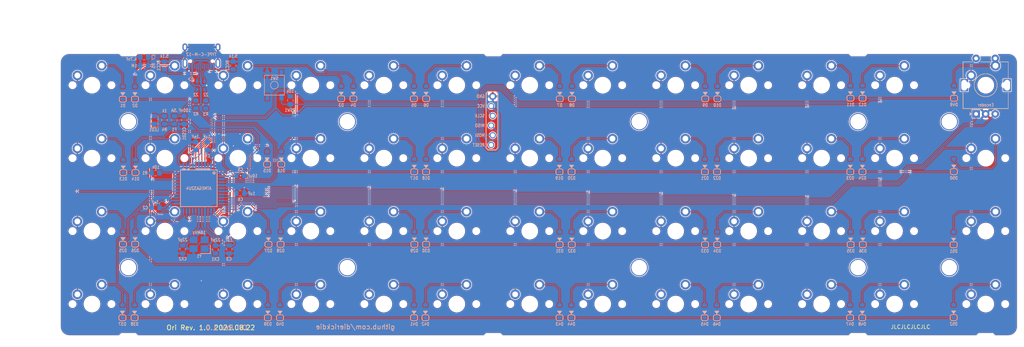
<source format=kicad_pcb>
(kicad_pcb (version 20171130) (host pcbnew "(5.1.10-1-10_14)")
  (layers (0 F.Cu signal) (31 B.Cu signal) (34 B.Paste user) (35 F.Paste user) (36 B.SilkS user) (37 F.SilkS user) (38 B.Mask user) (39 F.Mask user) (44 Edge.Cuts user))
  (net 0 "")
  (net 1 "Net-(D1-Pad2)")
  (net 2 "Net-(D2-Pad2)")
  (net 3 "Net-(D3-Pad2)")
  (net 4 "Net-(D4-Pad2)")
  (net 5 "Net-(D5-Pad2)")
  (net 6 "Net-(D6-Pad2)")
  (net 7 "Net-(D7-Pad2)")
  (net 8 "Net-(D8-Pad2)")
  (net 9 "Net-(D9-Pad2)")
  (net 10 "Net-(D10-Pad2)")
  (net 11 "Net-(D11-Pad2)")
  (net 12 "Net-(D12-Pad2)")
  (net 13 "Net-(D13-Pad2)")
  (net 14 "Net-(D14-Pad2)")
  (net 15 "Net-(D15-Pad2)")
  (net 16 "Net-(D16-Pad2)")
  (net 17 "Net-(D17-Pad2)")
  (net 18 "Net-(D18-Pad2)")
  (net 19 "Net-(D19-Pad2)")
  (net 20 "Net-(D20-Pad2)")
  (net 21 "Net-(D21-Pad2)")
  (net 22 "Net-(D22-Pad2)")
  (net 23 "Net-(D23-Pad2)")
  (net 24 "Net-(D24-Pad2)")
  (net 25 "Net-(D25-Pad2)")
  (net 26 "Net-(D26-Pad2)")
  (net 27 "Net-(D27-Pad2)")
  (net 28 "Net-(D28-Pad2)")
  (net 29 "Net-(D29-Pad2)")
  (net 30 "Net-(D30-Pad2)")
  (net 31 "Net-(D31-Pad2)")
  (net 32 "Net-(D32-Pad2)")
  (net 33 "Net-(D33-Pad2)")
  (net 34 "Net-(D34-Pad2)")
  (net 35 "Net-(D35-Pad2)")
  (net 36 "Net-(D36-Pad2)")
  (net 37 "Net-(D37-Pad2)")
  (net 38 "Net-(D38-Pad2)")
  (net 39 "Net-(D39-Pad2)")
  (net 40 "Net-(D40-Pad2)")
  (net 41 "Net-(D41-Pad2)")
  (net 42 "Net-(D42-Pad2)")
  (net 43 "Net-(D43-Pad2)")
  (net 44 "Net-(D44-Pad2)")
  (net 45 "Net-(D45-Pad2)")
  (net 46 "Net-(D46-Pad2)")
  (net 47 "Net-(D47-Pad2)")
  (net 48 "Net-(D48-Pad2)")
  (net 49 VCC)
  (net 50 "Net-(C6-Pad1)")
  (net 51 XTAL1)
  (net 52 XTAL2)
  (net 53 row0)
  (net 54 row1)
  (net 55 row2)
  (net 56 row3)
  (net 57 D-)
  (net 58 D+)
  (net 59 col0)
  (net 60 col1)
  (net 61 col2)
  (net 62 col3)
  (net 63 col4)
  (net 64 col5)
  (net 65 col6)
  (net 66 col7)
  (net 67 col8)
  (net 68 col9)
  (net 69 col10)
  (net 70 col11)
  (net 71 "Net-(R1-Pad2)")
  (net 72 VBUS)
  (net 73 "Net-(J1-PadB5)")
  (net 74 "Net-(J1-PadA5)")
  (net 75 ISP_Reset)
  (net 76 "Net-(D52-Pad2)")
  (net 77 col12)
  (net 78 GND)
  (net 79 "Net-(LED1-Pad2)")
  (net 80 "Net-(C7-Pad1)")
  (net 81 "Net-(R2-Pad2)")
  (net 82 "Net-(R3-Pad2)")
  (net 83 DBUS-)
  (net 84 DBUS+)
  (net 85 enc0a)
  (net 86 enc0b)
  (net 87 "Net-(D49-Pad2)")
  (net 88 "Net-(D50-Pad2)")
  (net 89 "Net-(D51-Pad2)")
  (net 90 "Net-(J1-PadA8)")
  (net 91 "Net-(J1-PadB8)")
  (net 92 "Net-(U1-Pad42)")
  (net 93 "Net-(U1-Pad32)")
  (net 94 "Net-(U1-Pad30)")
  (net 95 "Net-(U1-Pad29)")
  (net 96 "Net-(U1-Pad28)")
  (net 97 "Net-(U1-Pad19)")
  (net 98 "Net-(U1-Pad18)")
  (module random-keyboard-parts:plate_hole_4mm_tht (layer F.Cu) (at 96.389841 64.738266)
    (fp_text reference H11)
    (fp_text value MountingHole)
    (pad 1 thru_hole circle (at 0.0508 -2.032) (size 4.5 4.5) (drill 4) (layers *.Cu *.Mask))
  )
  (module random-keyboard-parts:plate_hole_4mm_tht (layer F.Cu) (at 153.539889 102.838298)
    (fp_text reference H14)
    (fp_text value MountingHole)
    (pad 1 thru_hole circle (at 0.0508 -2.032) (size 4.5 4.5) (drill 4) (layers *.Cu *.Mask))
  )
  (module random-keyboard-parts:plate_hole_4mm_tht (layer F.Cu) (at 286.890001 64.738266)
    (fp_text reference H18)
    (fp_text value MountingHole)
    (pad 1 thru_hole circle (at 0.0508 -2.032) (size 4.5 4.5) (drill 4) (layers *.Cu *.Mask))
  )
  (module random-keyboard-parts:plate_hole_4mm_tht (layer F.Cu) (at 286.890001 102.838298)
    (fp_text reference H17)
    (fp_text value MountingHole)
    (pad 1 thru_hole circle (at 0.0508 -2.032) (size 4.5 4.5) (drill 4) (layers *.Cu *.Mask))
  )
  (module random-keyboard-parts:plate_hole_4mm_tht (layer F.Cu) (at 229.739953 64.738266)
    (fp_text reference H16)
    (fp_text value MountingHole)
    (pad 1 thru_hole circle (at 0.0508 -2.032) (size 4.5 4.5) (drill 4) (layers *.Cu *.Mask))
  )
  (module random-keyboard-parts:plate_hole_4mm_tht (layer F.Cu) (at 153.539889 64.738266)
    (fp_text reference H15)
    (fp_text value MountingHole)
    (pad 1 thru_hole circle (at 0.0508 -2.032) (size 4.5 4.5) (drill 4) (layers *.Cu *.Mask))
  )
  (module random-keyboard-parts:plate_hole_4mm_tht (layer F.Cu) (at 229.739953 102.838298)
    (fp_text reference H13)
    (fp_text value MountingHole)
    (pad 1 thru_hole circle (at 0.0508 -2.032) (size 4.5 4.5) (drill 4) (layers *.Cu *.Mask))
  )
  (module random-keyboard-parts:plate_hole_4mm_tht (layer F.Cu) (at 96.389841 102.838298)
    (fp_text reference H12)
    (fp_text value MountingHole)
    (pad 1 thru_hole circle (at 0.0508 -2.032) (size 4.5 4.5) (drill 4) (layers *.Cu *.Mask))
  )
  (module random-keyboard-parts:plate_hole_4mm_tht (layer F.Cu) (at 310.702521 102.838298)
    (fp_text reference H10)
    (fp_text value MountingHole)
    (pad 1 thru_hole circle (at 0.0508 -2.032) (size 4.5 4.5) (drill 4) (layers *.Cu *.Mask))
  )
  (module random-keyboard-parts:plate_hole_4mm_tht (layer F.Cu) (at 310.702521 64.738266)
    (fp_text reference H8)
    (fp_text value MountingHole)
    (pad 1 thru_hole circle (at 0.0508 -2.032) (size 4.5 4.5) (drill 4) (layers *.Cu *.Mask))
  )
  (module Keeb_footprints:D_SOD-123_modified (layer B.Cu) (at 311.990625 54.95625 90)
    (fp_text reference D49 (at -3.302 0 180) (layer B.SilkS) (effects (font (size 0.8 0.7)) (justify mirror)))
    (fp_text value D)
    (pad 2 smd roundrect (at 1.65 0 90) (size 1 1.2) (layers B.Cu B.Paste B.Mask) (net 87 "Net-(D49-Pad2)"))
    (pad 1 smd roundrect (at -1.65 0 90) (size 1 1.2) (layers B.Cu B.Paste B.Mask) (net 53 row0))
  )
  (module Keeb_footprints:D_SOD-123_modified (layer B.Cu) (at 311.890625 93.20625 90)
    (fp_text reference D51 (at -3.302 0 180) (layer B.SilkS) (effects (font (size 0.8 0.7)) (justify mirror)))
    (fp_text value D)
    (pad 2 smd roundrect (at 1.65 0 90) (size 1 1.2) (layers B.Cu B.Paste B.Mask) (net 89 "Net-(D51-Pad2)"))
    (pad 1 smd roundrect (at -1.65 0 90) (size 1 1.2) (layers B.Cu B.Paste B.Mask) (net 55 row2))
  )
  (module Keeb_footprints:MX100 (layer F.Cu) (at 320.252785 72.24407 180)
    (fp_text reference K50)
    (fp_text value KEYSW)
    (pad 1 thru_hole circle (at 3.7846 2.5527 90) (size 2.54 2.54) (drill 1.525) (layers *.Cu *.Mask) (net 77 col12))
    (pad 2 thru_hole circle (at -2.5654 5.0927 180) (size 2.54 2.54) (drill 1.525) (layers *.Cu *.Mask) (net 88 "Net-(D50-Pad2)"))
    (pad "" np_thru_hole circle (at -5.1054 0.0127 180) (size 1.7018 1.7018) (drill 1.7018) (layers *.Cu *.Mask))
    (pad "" np_thru_hole circle (at 5.0546 0.0127 180) (size 1.7018 1.7018) (drill 1.7018) (layers *.Cu *.Mask))
    (pad "" np_thru_hole circle (at -0.0254 0.0127 180) (size 3.9878 3.9878) (drill 3.9878) (layers *.Cu *.Mask))
  )
  (module Keeb_footprints:MX100 (layer F.Cu) (at 124.990225 53.19395 180)
    (fp_text reference K3)
    (fp_text value KEYSW)
    (pad 1 thru_hole circle (at 3.7846 2.5527 90) (size 2.54 2.54) (drill 1.525) (layers *.Cu *.Mask) (net 62 col3))
    (pad 2 thru_hole circle (at -2.5654 5.0927 180) (size 2.54 2.54) (drill 1.525) (layers *.Cu *.Mask) (net 3 "Net-(D3-Pad2)"))
    (pad "" np_thru_hole circle (at -5.1054 0.0127 180) (size 1.7018 1.7018) (drill 1.7018) (layers *.Cu *.Mask))
    (pad "" np_thru_hole circle (at 5.0546 0.0127 180) (size 1.7018 1.7018) (drill 1.7018) (layers *.Cu *.Mask))
    (pad "" np_thru_hole circle (at -0.0254 0.0127 180) (size 3.9878 3.9878) (drill 3.9878) (layers *.Cu *.Mask))
  )
  (module Keeb_footprints:MX100 (layer F.Cu) (at 320.252785 110.34423 180)
    (fp_text reference K52)
    (fp_text value KEYSW)
    (pad 1 thru_hole circle (at 3.7846 2.5527 90) (size 2.54 2.54) (drill 1.525) (layers *.Cu *.Mask) (net 77 col12))
    (pad 2 thru_hole circle (at -2.5654 5.0927 180) (size 2.54 2.54) (drill 1.525) (layers *.Cu *.Mask) (net 76 "Net-(D52-Pad2)"))
    (pad "" np_thru_hole circle (at -5.1054 0.0127 180) (size 1.7018 1.7018) (drill 1.7018) (layers *.Cu *.Mask))
    (pad "" np_thru_hole circle (at 5.0546 0.0127 180) (size 1.7018 1.7018) (drill 1.7018) (layers *.Cu *.Mask))
    (pad "" np_thru_hole circle (at -0.0254 0.0127 180) (size 3.9878 3.9878) (drill 3.9878) (layers *.Cu *.Mask))
  )
  (module Keeb_footprints:D_SOD-123_modified (layer B.Cu) (at 98.187999 93.049377 90)
    (fp_text reference D26 (at -3.302 0 180) (layer B.SilkS) (effects (font (size 0.8 0.7)) (justify mirror)))
    (fp_text value D)
    (pad 2 smd roundrect (at 1.65 0 90) (size 1 1.2) (layers B.Cu B.Paste B.Mask) (net 26 "Net-(D26-Pad2)"))
    (pad 1 smd roundrect (at -1.65 0 90) (size 1 1.2) (layers B.Cu B.Paste B.Mask) (net 55 row2))
  )
  (module LED_SMD:LED_0805_2012Metric_Pad1.15x1.40mm_HandSolder (layer B.Cu) (at 103.2 62.25 90)
    (fp_text reference LED1 (at -2.55 -0.1 180) (layer B.SilkS) (effects (font (size 0.8 0.7)) (justify mirror)))
    (fp_text value LED)
    (pad 2 smd roundrect (at 1.025 0 90) (size 1.15 1.4) (layers B.Cu B.Paste B.Mask) (roundrect_rratio 0.2173904347826087) (net 79 "Net-(LED1-Pad2)"))
    (pad 1 smd roundrect (at -1.025 0 90) (size 1.15 1.4) (layers B.Cu B.Paste B.Mask) (roundrect_rratio 0.2173904347826087) (net 78 GND))
  )
  (module Capacitor_SMD:C_0805_2012Metric_Pad1.15x1.40mm_HandSolder (layer B.Cu) (at 125.65 76.8)
    (fp_text reference C5 (at 0 -1.6) (layer B.SilkS) (effects (font (size 0.8 0.7)) (justify mirror)))
    (fp_text value 10uF)
    (fp_text user %V (at 3.2 0.05) (layer B.SilkS) (effects (font (size 0.8 0.7)) (justify mirror)))
    (pad 2 smd roundrect (at 1.025 0) (size 1.15 1.4) (layers B.Cu B.Paste B.Mask) (roundrect_rratio 0.2173904347826087) (net 78 GND))
    (pad 1 smd roundrect (at -1.025 0) (size 1.15 1.4) (layers B.Cu B.Paste B.Mask) (roundrect_rratio 0.2173904347826087) (net 49 VCC))
  )
  (module Capacitor_SMD:C_0805_2012Metric_Pad1.15x1.40mm_HandSolder (layer B.Cu) (at 103.525 85.2 180)
    (fp_text reference C2 (at 2.675 0) (layer B.SilkS) (effects (font (size 0.8 0.7)) (justify mirror)))
    (fp_text value .1uF)
    (fp_text user %V (at 0.025 1.5 180) (layer B.SilkS) (effects (font (size 0.8 0.7)) (justify mirror)))
    (pad 2 smd roundrect (at 1.025 0 180) (size 1.15 1.4) (layers B.Cu B.Paste B.Mask) (roundrect_rratio 0.2173904347826087) (net 78 GND))
    (pad 1 smd roundrect (at -1.025 0 180) (size 1.15 1.4) (layers B.Cu B.Paste B.Mask) (roundrect_rratio 0.2173904347826087) (net 49 VCC))
  )
  (module Keeb_footprints:D_SOD-123_modified (layer B.Cu) (at 247.031999 55.094377 90)
    (fp_text reference D9 (at -3.302 0 180) (layer B.SilkS) (effects (font (size 0.8 0.7)) (justify mirror)))
    (fp_text value D)
    (pad 2 smd roundrect (at 1.65 0 90) (size 1 1.2) (layers B.Cu B.Paste B.Mask) (net 9 "Net-(D9-Pad2)"))
    (pad 1 smd roundrect (at -1.65 0 90) (size 1 1.2) (layers B.Cu B.Paste B.Mask) (net 53 row0))
  )
  (module Keebio-Parts:RotaryEncoder_EC11 (layer F.Cu) (at 320.252725 53.19395 90)
    (fp_text reference SW2)
    (fp_text value Rotary_Encoder_Switch)
    (pad A thru_hole rect (at -7.5 -2.5 90) (size 2 2) (drill 1) (layers *.Cu *.Mask) (net 85 enc0a))
    (pad C thru_hole circle (at -7.5 0 90) (size 2 2) (drill 1) (layers *.Cu *.Mask) (net 78 GND))
    (pad B thru_hole circle (at -7.5 2.5 90) (size 2 2) (drill 1) (layers *.Cu *.Mask) (net 86 enc0b))
    (pad MP thru_hole rect (at 0 -5.6 90) (size 3.2 2) (drill oval 2.8 1.5) (layers *.Cu *.Mask))
    (pad MP thru_hole rect (at 0 5.6 90) (size 3.2 2) (drill oval 2.8 1.5) (layers *.Cu *.Mask))
    (pad S2 thru_hole circle (at 7 -2.5 90) (size 2 2) (drill 1) (layers *.Cu *.Mask) (net 77 col12))
    (pad S1 thru_hole circle (at 7 2.5 90) (size 2 2) (drill 1) (layers *.Cu *.Mask) (net 87 "Net-(D49-Pad2)"))
  )
  (module Resistor_SMD:R_0805_2012Metric_Pad1.15x1.40mm_HandSolder (layer B.Cu) (at 105.847 62.288 270)
    (fp_text reference R4 (at 2.512 0.003 180) (layer B.SilkS) (effects (font (size 0.8 0.7)) (justify mirror)))
    (fp_text value 1k)
    (fp_text user %V (at -2.438 0 180) (layer B.SilkS) (effects (font (size 0.8 0.7)) (justify mirror)))
    (pad 2 smd roundrect (at 1.025 0 270) (size 1.15 1.4) (layers B.Cu B.Paste B.Mask) (roundrect_rratio 0.2173904347826087) (net 49 VCC))
    (pad 1 smd roundrect (at -1.025 0 270) (size 1.15 1.4) (layers B.Cu B.Paste B.Mask) (roundrect_rratio 0.2173904347826087) (net 79 "Net-(LED1-Pad2)"))
  )
  (module Capacitor_SMD:C_0805_2012Metric_Pad1.15x1.40mm_HandSolder (layer B.Cu) (at 111 62.3 270)
    (fp_text reference CESD1 (at 3.556 -0.0254 90) (layer B.SilkS) (effects (font (size 0.8 0.7)) (justify mirror)))
    (fp_text value 100nF)
    (fp_text user %V (at -2.54 -0.127 180) (layer B.SilkS) (effects (font (size 0.8 0.7)) (justify mirror)))
    (pad 2 smd roundrect (at 1.025 0 270) (size 1.15 1.4) (layers B.Cu B.Paste B.Mask) (roundrect_rratio 0.2173904347826087) (net 78 GND))
    (pad 1 smd roundrect (at -1.025 0 270) (size 1.15 1.4) (layers B.Cu B.Paste B.Mask) (roundrect_rratio 0.2173904347826087) (net 72 VBUS))
  )
  (module Resistor_SMD:R_0805_2012Metric_Pad1.15x1.40mm_HandSolder (layer B.Cu) (at 100.55 48.1 180)
    (fp_text reference R5 (at -2.45 0 90) (layer B.SilkS) (effects (font (size 0.8 0.7)) (justify mirror)))
    (fp_text value 1M)
    (fp_text user %V (at 2.6 0) (layer B.SilkS) (effects (font (size 0.8 0.7)) (justify mirror)))
    (pad 2 smd roundrect (at 1.025 0 180) (size 1.15 1.4) (layers B.Cu B.Paste B.Mask) (roundrect_rratio 0.2173904347826087) (net 78 GND))
    (pad 1 smd roundrect (at -1.025 0 180) (size 1.15 1.4) (layers B.Cu B.Paste B.Mask) (roundrect_rratio 0.2173904347826087) (net 80 "Net-(C7-Pad1)"))
  )
  (module Capacitor_SMD:C_0805_2012Metric_Pad1.15x1.40mm_HandSolder (layer B.Cu) (at 100.55 45.85 180)
    (fp_text reference C7 (at -2.45 0 270) (layer B.SilkS) (effects (font (size 0.8 0.7)) (justify mirror)))
    (fp_text value 4.7nF)
    (fp_text user %V (at 3.359375 -0.55625) (layer B.SilkS) (effects (font (size 0.8 0.7)) (justify mirror)))
    (pad 2 smd roundrect (at 1.025 0 180) (size 1.15 1.4) (layers B.Cu B.Paste B.Mask) (roundrect_rratio 0.2173904347826087) (net 78 GND))
    (pad 1 smd roundrect (at -1.025 0 180) (size 1.15 1.4) (layers B.Cu B.Paste B.Mask) (roundrect_rratio 0.2173904347826087) (net 80 "Net-(C7-Pad1)"))
  )
  (module Resistor_SMD:R_0805_2012Metric_Pad1.15x1.40mm_HandSolder (layer B.Cu) (at 138.709 57.148 90)
    (fp_text reference RSW1 (at -2.552 -0.059 180) (layer B.SilkS) (effects (font (size 0.8 0.7)) (justify mirror)))
    (fp_text value 10k)
    (fp_text user %V (at 2.411 -0.025 180) (layer B.SilkS) (effects (font (size 0.8 0.7)) (justify mirror)))
    (pad 2 smd roundrect (at 1.025 0 90) (size 1.15 1.4) (layers B.Cu B.Paste B.Mask) (roundrect_rratio 0.2173904347826087) (net 49 VCC))
    (pad 1 smd roundrect (at -1.025 0 90) (size 1.15 1.4) (layers B.Cu B.Paste B.Mask) (roundrect_rratio 0.2173904347826087) (net 75 ISP_Reset))
  )
  (module Resistor_SMD:R_0805_2012Metric_Pad1.15x1.40mm_HandSolder (layer B.Cu) (at 123.8 48.05 270)
    (fp_text reference RCC2 (at 0 1.5 90) (layer B.SilkS) (effects (font (size 0.8 0.7)) (justify mirror)))
    (fp_text value 5.1k)
    (fp_text user %V (at -2.475002 0.028999 180) (layer B.SilkS) (effects (font (size 0.8 0.7)) (justify mirror)))
    (pad 2 smd roundrect (at 1.025 0 270) (size 1.15 1.4) (layers B.Cu B.Paste B.Mask) (roundrect_rratio 0.2173904347826087) (net 73 "Net-(J1-PadB5)"))
    (pad 1 smd roundrect (at -1.025 0 270) (size 1.15 1.4) (layers B.Cu B.Paste B.Mask) (roundrect_rratio 0.2173904347826087) (net 78 GND))
  )
  (module Resistor_SMD:R_0805_2012Metric_Pad1.15x1.40mm_HandSolder (layer B.Cu) (at 105.8 48.05 270)
    (fp_text reference RCC1 (at 0 1.45 90) (layer B.SilkS) (effects (font (size 0.8 0.7)) (justify mirror)))
    (fp_text value 5.1k)
    (fp_text user %V (at -2.475002 0 180) (layer B.SilkS) (effects (font (size 0.8 0.7)) (justify mirror)))
    (pad 1 smd roundrect (at -1.025 0 270) (size 1.15 1.4) (layers B.Cu B.Paste B.Mask) (roundrect_rratio 0.2173904347826087) (net 78 GND))
    (pad 2 smd roundrect (at 1.025 0 270) (size 1.15 1.4) (layers B.Cu B.Paste B.Mask) (roundrect_rratio 0.2173904347826087) (net 74 "Net-(J1-PadA5)"))
  )
  (module Resistor_SMD:R_0805_2012Metric_Pad1.15x1.40mm_HandSolder (layer B.Cu) (at 116.629999 58.233002 90)
    (fp_text reference R3 (at -2.491998 -0.004999) (layer B.SilkS) (effects (font (size 0.8 0.7)) (justify mirror)))
    (fp_text value 22)
    (fp_text user %V (at 2.549002 0 180) (layer B.SilkS) (effects (font (size 0.8 0.7)) (justify mirror)))
    (pad 2 smd roundrect (at 1.025 0 90) (size 1.15 1.4) (layers B.Cu B.Paste B.Mask) (roundrect_rratio 0.2173904347826087) (net 82 "Net-(R3-Pad2)"))
    (pad 1 smd roundrect (at -1.025 0 90) (size 1.15 1.4) (layers B.Cu B.Paste B.Mask) (roundrect_rratio 0.2173904347826087) (net 58 D+))
  )
  (module Resistor_SMD:R_0805_2012Metric_Pad1.15x1.40mm_HandSolder (layer B.Cu) (at 114.046 58.224 90)
    (fp_text reference R2 (at -2.476 0.004) (layer B.SilkS) (effects (font (size 0.8 0.7)) (justify mirror)))
    (fp_text value 22)
    (fp_text user %V (at 2.54 0 180) (layer B.SilkS) (effects (font (size 0.8 0.7)) (justify mirror)))
    (pad 2 smd roundrect (at 1.025 0 90) (size 1.15 1.4) (layers B.Cu B.Paste B.Mask) (roundrect_rratio 0.2173904347826087) (net 81 "Net-(R2-Pad2)"))
    (pad 1 smd roundrect (at -1.025 0 90) (size 1.15 1.4) (layers B.Cu B.Paste B.Mask) (roundrect_rratio 0.2173904347826087) (net 57 D-))
  )
  (module Resistor_SMD:R_0805_2012Metric_Pad1.15x1.40mm_HandSolder (layer B.Cu) (at 103.527499 76.1)
    (fp_text reference R1 (at -2.8 0) (layer B.SilkS) (effects (font (size 0.8 0.7)) (justify mirror)))
    (fp_text value 10k)
    (fp_text user %V (at 0.051501 -1.501002) (layer B.SilkS) (effects (font (size 0.8 0.7)) (justify mirror)))
    (pad 2 smd roundrect (at 1.025 0) (size 1.15 1.4) (layers B.Cu B.Paste B.Mask) (roundrect_rratio 0.2173904347826087) (net 71 "Net-(R1-Pad2)"))
    (pad 1 smd roundrect (at -1.025 0) (size 1.15 1.4) (layers B.Cu B.Paste B.Mask) (roundrect_rratio 0.2173904347826087) (net 78 GND))
  )
  (module Capacitor_SMD:C_0805_2012Metric_Pad1.15x1.40mm_HandSolder (layer B.Cu) (at 122.75 96.05 270)
    (fp_text reference C3 (at 2.5 0.05 180) (layer B.SilkS) (effects (font (size 0.8 0.7)) (justify mirror)))
    (fp_text value .1uF)
    (fp_text user %V (at -2.45 -0.05) (layer B.SilkS) (effects (font (size 0.8 0.7)) (justify mirror)))
    (pad 2 smd roundrect (at 1.025 0 270) (size 1.15 1.4) (layers B.Cu B.Paste B.Mask) (roundrect_rratio 0.2173904347826087) (net 78 GND))
    (pad 1 smd roundrect (at -1.025 0 270) (size 1.15 1.4) (layers B.Cu B.Paste B.Mask) (roundrect_rratio 0.2173904347826087) (net 49 VCC))
  )
  (module Capacitor_SMD:C_0805_2012Metric_Pad1.15x1.40mm_HandSolder (layer B.Cu) (at 117.05 69.1 90)
    (fp_text reference C4 (at -2.55 0 180) (layer B.SilkS) (effects (font (size 0.8 0.7)) (justify mirror)))
    (fp_text value .1uF)
    (fp_text user %V (at 2.5 0 180) (layer B.SilkS) (effects (font (size 0.8 0.7)) (justify mirror)))
    (pad 2 smd roundrect (at 1.025 0 90) (size 1.15 1.4) (layers B.Cu B.Paste B.Mask) (roundrect_rratio 0.2173904347826087) (net 78 GND))
    (pad 1 smd roundrect (at -1.025 0 90) (size 1.15 1.4) (layers B.Cu B.Paste B.Mask) (roundrect_rratio 0.2173904347826087) (net 49 VCC))
  )
  (module Capacitor_SMD:C_0805_2012Metric_Pad1.15x1.40mm_HandSolder (layer B.Cu) (at 114 69.1 90)
    (fp_text reference C1 (at -2.468 0.008) (layer B.SilkS) (effects (font (size 0.8 0.7)) (justify mirror)))
    (fp_text value .1uF)
    (fp_text user %V (at 2.432 0.008 180) (layer B.SilkS) (effects (font (size 0.8 0.7)) (justify mirror)))
    (pad 2 smd roundrect (at 1.025 0 90) (size 1.15 1.4) (layers B.Cu B.Paste B.Mask) (roundrect_rratio 0.2173904347826087) (net 78 GND))
    (pad 1 smd roundrect (at -1.025 0 90) (size 1.15 1.4) (layers B.Cu B.Paste B.Mask) (roundrect_rratio 0.2173904347826087) (net 49 VCC))
  )
  (module Capacitor_SMD:C_0805_2012Metric_Pad1.15x1.40mm_HandSolder (layer B.Cu) (at 119.15 96.1 90)
    (fp_text reference CX1 (at -2.5 0 180) (layer B.SilkS) (effects (font (size 0.8 0.7)) (justify mirror)))
    (fp_text value 22pF)
    (fp_text user %V (at 2.5 0 180) (layer B.SilkS) (effects (font (size 0.8 0.7)) (justify mirror)))
    (pad 2 smd roundrect (at 1.025 0 90) (size 1.15 1.4) (layers B.Cu B.Paste B.Mask) (roundrect_rratio 0.2173904347826087) (net 78 GND))
    (pad 1 smd roundrect (at -1.025 0 90) (size 1.15 1.4) (layers B.Cu B.Paste B.Mask) (roundrect_rratio 0.2173904347826087) (net 51 XTAL1))
  )
  (module Capacitor_SMD:C_0805_2012Metric_Pad1.15x1.40mm_HandSolder (layer B.Cu) (at 110.6 96.05 270)
    (fp_text reference CX2 (at 2.484998 -0.014001 180) (layer B.SilkS) (effects (font (size 0.8 0.7)) (justify mirror)))
    (fp_text value 22pF)
    (fp_text user %V (at -2.5 0.05) (layer B.SilkS) (effects (font (size 0.8 0.7)) (justify mirror)))
    (pad 2 smd roundrect (at 1.025 0 270) (size 1.15 1.4) (layers B.Cu B.Paste B.Mask) (roundrect_rratio 0.2173904347826087) (net 78 GND))
    (pad 1 smd roundrect (at -1.025 0 270) (size 1.15 1.4) (layers B.Cu B.Paste B.Mask) (roundrect_rratio 0.2173904347826087) (net 52 XTAL2))
  )
  (module Capacitor_SMD:C_0805_2012Metric_Pad1.15x1.40mm_HandSolder (layer B.Cu) (at 125.65 81.4)
    (fp_text reference C6 (at 0 1.6) (layer B.SilkS) (effects (font (size 0.8 0.7)) (justify mirror)))
    (fp_text value 1uF)
    (fp_text user %V (at 2.9 0.05) (layer B.SilkS) (effects (font (size 0.8 0.7)) (justify mirror)))
    (pad 2 smd roundrect (at 1.025 0) (size 1.15 1.4) (layers B.Cu B.Paste B.Mask) (roundrect_rratio 0.2173904347826087) (net 78 GND))
    (pad 1 smd roundrect (at -1.025 0) (size 1.15 1.4) (layers B.Cu B.Paste B.Mask) (roundrect_rratio 0.2173904347826087) (net 50 "Net-(C6-Pad1)"))
  )
  (module Fuse:Fuse_0805_2012Metric_Pad1.15x1.40mm_HandSolder (layer B.Cu) (at 108.4 62.3 90)
    (fp_text reference F1 (at -2.469 -0.012 180) (layer B.SilkS) (effects (font (size 0.8 0.7)) (justify mirror)))
    (fp_text value .5A)
    (fp_text user %V (at 2.54 0 180) (layer B.SilkS) (effects (font (size 0.8 0.7)) (justify mirror)))
    (pad 2 smd roundrect (at 1.025 0 90) (size 1.15 1.4) (layers B.Cu B.Paste B.Mask) (roundrect_rratio 0.2173904347826087) (net 72 VBUS))
    (pad 1 smd roundrect (at -1.025 0 90) (size 1.15 1.4) (layers B.Cu B.Paste B.Mask) (roundrect_rratio 0.2173904347826087) (net 49 VCC))
  )
  (module Crystal:Crystal_SMD_3225-4Pin_3.2x2.5mm_HandSoldering (layer B.Cu) (at 114.9 94.7 180)
    (fp_text reference Y1 (at 0 -3.1 180) (layer B.SilkS) (effects (font (size 0.8 0.7)) (justify mirror)))
    (fp_text value 16MHz)
    (pad 4 smd rect (at -1.45 1.15 180) (size 2.1 1.8) (layers B.Cu B.Paste B.Mask) (net 78 GND))
    (pad 3 smd rect (at 1.45 1.15 180) (size 2.1 1.8) (layers B.Cu B.Paste B.Mask) (net 52 XTAL2))
    (pad 2 smd rect (at 1.45 -1.15 180) (size 2.1 1.8) (layers B.Cu B.Paste B.Mask) (net 78 GND))
    (pad 1 smd rect (at -1.45 -1.15 180) (size 2.1 1.8) (layers B.Cu B.Paste B.Mask) (net 51 XTAL1))
  )
  (module Keeb_footprints:PIN_HEADER_1x6_OFFSET (layer B.Cu) (at 191.3432 62.45 180)
    (fp_text reference J2)
    (fp_text value AVR-ISP-6_mod hide)
    (fp_text user GND (at 1.7907 6.3627) (layer B.SilkS) (effects (font (size 0.8 0.7)) (justify left mirror)))
    (fp_text user VCC (at 1.7907 3.8227) (layer B.SilkS) (effects (font (size 0.8 0.7)) (justify left mirror)))
    (fp_text user RESET (at 1.778 -6.35) (layer B.SilkS) (effects (font (size 0.8 0.7)) (justify left mirror)))
    (fp_text user SCLK (at 1.778 1.27) (layer B.SilkS) (effects (font (size 0.8 0.7)) (justify left mirror)))
    (fp_text user MOSI (at 1.778 -3.81) (layer B.SilkS) (effects (font (size 0.8 0.7)) (justify left mirror)))
    (fp_text user MISO (at 1.778 -1.27) (layer B.SilkS) (effects (font (size 0.8 0.7)) (justify left mirror)))
    (pad 6 thru_hole roundrect (at -0.2032 6.35 180) (size 1.6002 1.6002) (drill 1.0668) (layers *.Cu *.Mask) (net 78 GND))
    (pad 2 thru_hole circle (at 0.2032 3.81 180) (size 1.6002 1.6002) (drill 1.0668) (layers *.Cu *.Mask) (net 49 VCC))
    (pad 5 thru_hole circle (at -0.2032 1.27 180) (size 1.6002 1.6002) (drill 1.0668) (layers *.Cu *.Mask) (net 69 col10))
    (pad 3 thru_hole circle (at 0.2032 -1.27 180) (size 1.6002 1.6002) (drill 1.0668) (layers *.Cu *.Mask) (net 59 col0))
    (pad 4 thru_hole circle (at -0.2032 -3.81 180) (size 1.6002 1.6002) (drill 1.0668) (layers *.Cu *.Mask) (net 70 col11))
    (pad 1 thru_hole circle (at 0.2032 -6.35 180) (size 1.6002 1.6002) (drill 1.0668) (layers *.Cu *.Mask) (net 75 ISP_Reset))
  )
  (module Keebio-Parts:ATMEGA32U4-AU (layer B.Cu) (at 114.8 80.1 180)
    (fp_text reference U1)
    (fp_text value ATMEGA32U4 (at 0 -0.0205) (layer B.SilkS) (effects (font (size 0.8 0.7)) (justify mirror)))
    (pad 44 smd rect (at -4 5.9 180) (size 0.5 1.5) (layers B.Cu B.Paste B.Mask) (net 49 VCC))
    (pad 43 smd rect (at -3.2 5.9 180) (size 0.5 1.5) (layers B.Cu B.Paste B.Mask) (net 78 GND))
    (pad 42 smd rect (at -2.4 5.9 180) (size 0.5 1.5) (layers B.Cu B.Paste B.Mask) (net 92 "Net-(U1-Pad42)"))
    (pad 41 smd rect (at -1.6 5.9 180) (size 0.5 1.5) (layers B.Cu B.Paste B.Mask) (net 66 col7))
    (pad 40 smd rect (at -0.8 5.9 180) (size 0.5 1.5) (layers B.Cu B.Paste B.Mask) (net 65 col6))
    (pad 39 smd rect (at 0 5.9 180) (size 0.5 1.5) (layers B.Cu B.Paste B.Mask) (net 64 col5))
    (pad 38 smd rect (at 0.8 5.9 180) (size 0.5 1.5) (layers B.Cu B.Paste B.Mask) (net 63 col4))
    (pad 37 smd rect (at 1.6 5.9 180) (size 0.5 1.5) (layers B.Cu B.Paste B.Mask) (net 54 row1))
    (pad 36 smd rect (at 2.4 5.9 180) (size 0.5 1.5) (layers B.Cu B.Paste B.Mask) (net 53 row0))
    (pad 35 smd rect (at 3.2 5.9 180) (size 0.5 1.5) (layers B.Cu B.Paste B.Mask) (net 78 GND))
    (pad 34 smd rect (at 4 5.9 180) (size 0.5 1.5) (layers B.Cu B.Paste B.Mask) (net 49 VCC))
    (pad 33 smd rect (at 5.9 4 180) (size 1.5 0.5) (layers B.Cu B.Paste B.Mask) (net 71 "Net-(R1-Pad2)"))
    (pad 32 smd rect (at 5.9 3.2 180) (size 1.5 0.5) (layers B.Cu B.Paste B.Mask) (net 93 "Net-(U1-Pad32)"))
    (pad 31 smd rect (at 5.9 2.4 180) (size 1.5 0.5) (layers B.Cu B.Paste B.Mask) (net 77 col12))
    (pad 30 smd rect (at 5.9 1.6 180) (size 1.5 0.5) (layers B.Cu B.Paste B.Mask) (net 94 "Net-(U1-Pad30)"))
    (pad 29 smd rect (at 5.9 0.8 180) (size 1.5 0.5) (layers B.Cu B.Paste B.Mask) (net 95 "Net-(U1-Pad29)"))
    (pad 28 smd rect (at 5.9 0 180) (size 1.5 0.5) (layers B.Cu B.Paste B.Mask) (net 96 "Net-(U1-Pad28)"))
    (pad 27 smd rect (at 5.9 -0.8 180) (size 1.5 0.5) (layers B.Cu B.Paste B.Mask) (net 60 col1))
    (pad 26 smd rect (at 5.9 -1.6 180) (size 1.5 0.5) (layers B.Cu B.Paste B.Mask) (net 56 row3))
    (pad 25 smd rect (at 5.9 -2.4 180) (size 1.5 0.5) (layers B.Cu B.Paste B.Mask) (net 55 row2))
    (pad 24 smd rect (at 5.9 -3.2 180) (size 1.5 0.5) (layers B.Cu B.Paste B.Mask) (net 49 VCC))
    (pad 23 smd rect (at 5.9 -4 180) (size 1.5 0.5) (layers B.Cu B.Paste B.Mask) (net 78 GND))
    (pad 22 smd rect (at 4 -5.9 180) (size 0.5 1.5) (layers B.Cu B.Paste B.Mask) (net 61 col2))
    (pad 21 smd rect (at 3.2 -5.9 180) (size 0.5 1.5) (layers B.Cu B.Paste B.Mask) (net 85 enc0a))
    (pad 20 smd rect (at 2.4 -5.9 180) (size 0.5 1.5) (layers B.Cu B.Paste B.Mask) (net 86 enc0b))
    (pad 19 smd rect (at 1.6 -5.9 180) (size 0.5 1.5) (layers B.Cu B.Paste B.Mask) (net 97 "Net-(U1-Pad19)"))
    (pad 18 smd rect (at 0.8 -5.9 180) (size 0.5 1.5) (layers B.Cu B.Paste B.Mask) (net 98 "Net-(U1-Pad18)"))
    (pad 17 smd rect (at 0 -5.9 180) (size 0.5 1.5) (layers B.Cu B.Paste B.Mask) (net 52 XTAL2))
    (pad 16 smd rect (at -0.8 -5.9 180) (size 0.5 1.5) (layers B.Cu B.Paste B.Mask) (net 51 XTAL1))
    (pad 15 smd rect (at -1.6 -5.9 180) (size 0.5 1.5) (layers B.Cu B.Paste B.Mask) (net 78 GND))
    (pad 14 smd rect (at -2.4 -5.9 180) (size 0.5 1.5) (layers B.Cu B.Paste B.Mask) (net 49 VCC))
    (pad 13 smd rect (at -3.2 -5.9 180) (size 0.5 1.5) (layers B.Cu B.Paste B.Mask) (net 75 ISP_Reset))
    (pad 12 smd rect (at -4 -5.9 180) (size 0.5 1.5) (layers B.Cu B.Paste B.Mask) (net 62 col3))
    (pad 11 smd rect (at -5.9 -4 180) (size 1.5 0.5) (layers B.Cu B.Paste B.Mask) (net 59 col0))
    (pad 10 smd rect (at -5.9 -3.2 180) (size 1.5 0.5) (layers B.Cu B.Paste B.Mask) (net 70 col11))
    (pad 9 smd rect (at -5.9 -2.4 180) (size 1.5 0.5) (layers B.Cu B.Paste B.Mask) (net 69 col10))
    (pad 8 smd rect (at -5.9 -1.6 180) (size 1.5 0.5) (layers B.Cu B.Paste B.Mask) (net 68 col9))
    (pad 7 smd rect (at -5.9 -0.8 180) (size 1.5 0.5) (layers B.Cu B.Paste B.Mask) (net 49 VCC))
    (pad 6 smd rect (at -5.9 0 180) (size 1.5 0.5) (layers B.Cu B.Paste B.Mask) (net 50 "Net-(C6-Pad1)"))
    (pad 5 smd rect (at -5.9 0.8 180) (size 1.5 0.5) (layers B.Cu B.Paste B.Mask) (net 78 GND))
    (pad 4 smd rect (at -5.9 1.6 180) (size 1.5 0.5) (layers B.Cu B.Paste B.Mask) (net 58 D+))
    (pad 3 smd rect (at -5.9 2.4 180) (size 1.5 0.5) (layers B.Cu B.Paste B.Mask) (net 57 D-))
    (pad 2 smd rect (at -5.9 3.2 180) (size 1.5 0.5) (layers B.Cu B.Paste B.Mask) (net 49 VCC))
    (pad 1 smd rect (at -5.9 4 180) (size 1.5 0.5) (layers B.Cu B.Paste B.Mask) (net 67 col8))
  )
  (module Keeb_footprints:D_SOD-123_modified (layer B.Cu) (at 94.962999 55.191377 90)
    (fp_text reference D1 (at -3.302 0 180) (layer B.SilkS) (effects (font (size 0.8 0.7)) (justify mirror)))
    (fp_text value D)
    (pad 2 smd roundrect (at 1.65 0 90) (size 1 1.2) (layers B.Cu B.Paste B.Mask) (net 1 "Net-(D1-Pad2)"))
    (pad 1 smd roundrect (at -1.65 0 90) (size 1 1.2) (layers B.Cu B.Paste B.Mask) (net 53 row0))
  )
  (module Keeb_footprints:D_SOD-123_modified (layer B.Cu) (at 98.137999 55.191377 90)
    (fp_text reference D2 (at -3.302 0 180) (layer B.SilkS) (effects (font (size 0.8 0.7)) (justify mirror)))
    (fp_text value D)
    (pad 2 smd roundrect (at 1.65 0 90) (size 1 1.2) (layers B.Cu B.Paste B.Mask) (net 2 "Net-(D2-Pad2)"))
    (pad 1 smd roundrect (at -1.65 0 90) (size 1 1.2) (layers B.Cu B.Paste B.Mask) (net 53 row0))
  )
  (module Keeb_footprints:D_SOD-123_modified (layer B.Cu) (at 151.985999 55.081002 90)
    (fp_text reference D3 (at -3.302 0 180) (layer B.SilkS) (effects (font (size 0.8 0.7)) (justify mirror)))
    (fp_text value D)
    (pad 2 smd roundrect (at 1.65 0 90) (size 1 1.2) (layers B.Cu B.Paste B.Mask) (net 3 "Net-(D3-Pad2)"))
    (pad 1 smd roundrect (at -1.65 0 90) (size 1 1.2) (layers B.Cu B.Paste B.Mask) (net 53 row0))
  )
  (module Keeb_footprints:D_SOD-123_modified (layer B.Cu) (at 155.160999 55.081002 90)
    (fp_text reference D4 (at -3.302 0 180) (layer B.SilkS) (effects (font (size 0.8 0.7)) (justify mirror)))
    (fp_text value D)
    (pad 2 smd roundrect (at 1.65 0 90) (size 1 1.2) (layers B.Cu B.Paste B.Mask) (net 4 "Net-(D4-Pad2)"))
    (pad 1 smd roundrect (at -1.65 0 90) (size 1 1.2) (layers B.Cu B.Paste B.Mask) (net 53 row0))
  )
  (module Keeb_footprints:D_SOD-123_modified (layer B.Cu) (at 170.985999 55.083377 90)
    (fp_text reference D5 (at -3.302 0 180) (layer B.SilkS) (effects (font (size 0.8 0.7)) (justify mirror)))
    (fp_text value D)
    (pad 2 smd roundrect (at 1.65 0 90) (size 1 1.2) (layers B.Cu B.Paste B.Mask) (net 5 "Net-(D5-Pad2)"))
    (pad 1 smd roundrect (at -1.65 0 90) (size 1 1.2) (layers B.Cu B.Paste B.Mask) (net 53 row0))
  )
  (module Keeb_footprints:D_SOD-123_modified (layer B.Cu) (at 174.160999 55.083377 90)
    (fp_text reference D6 (at -3.302 0 180) (layer B.SilkS) (effects (font (size 0.8 0.7)) (justify mirror)))
    (fp_text value D)
    (pad 2 smd roundrect (at 1.65 0 90) (size 1 1.2) (layers B.Cu B.Paste B.Mask) (net 6 "Net-(D6-Pad2)"))
    (pad 1 smd roundrect (at -1.65 0 90) (size 1 1.2) (layers B.Cu B.Paste B.Mask) (net 53 row0))
  )
  (module Keeb_footprints:D_SOD-123_modified (layer B.Cu) (at 209.058999 55.094377 90)
    (fp_text reference D7 (at -3.302 0 180) (layer B.SilkS) (effects (font (size 0.8 0.7)) (justify mirror)))
    (fp_text value D)
    (pad 2 smd roundrect (at 1.65 0 90) (size 1 1.2) (layers B.Cu B.Paste B.Mask) (net 7 "Net-(D7-Pad2)"))
    (pad 1 smd roundrect (at -1.65 0 90) (size 1 1.2) (layers B.Cu B.Paste B.Mask) (net 53 row0))
  )
  (module Keeb_footprints:D_SOD-123_modified (layer B.Cu) (at 212.233999 55.094377 90)
    (fp_text reference D8 (at -3.302 0 180) (layer B.SilkS) (effects (font (size 0.8 0.7)) (justify mirror)))
    (fp_text value D)
    (pad 2 smd roundrect (at 1.65 0 90) (size 1 1.2) (layers B.Cu B.Paste B.Mask) (net 8 "Net-(D8-Pad2)"))
    (pad 1 smd roundrect (at -1.65 0 90) (size 1 1.2) (layers B.Cu B.Paste B.Mask) (net 53 row0))
  )
  (module Keeb_footprints:D_SOD-123_modified (layer B.Cu) (at 250.206999 55.094377 90)
    (fp_text reference D10 (at -3.302 0 180) (layer B.SilkS) (effects (font (size 0.8 0.7)) (justify mirror)))
    (fp_text value D)
    (pad 2 smd roundrect (at 1.65 0 90) (size 1 1.2) (layers B.Cu B.Paste B.Mask) (net 10 "Net-(D10-Pad2)"))
    (pad 1 smd roundrect (at -1.65 0 90) (size 1 1.2) (layers B.Cu B.Paste B.Mask) (net 53 row0))
  )
  (module Keeb_footprints:D_SOD-123_modified (layer B.Cu) (at 284.95 54.95 90)
    (fp_text reference D11 (at -3.302 0 180) (layer B.SilkS) (effects (font (size 0.8 0.7)) (justify mirror)))
    (fp_text value D)
    (pad 2 smd roundrect (at 1.65 0 90) (size 1 1.2) (layers B.Cu B.Paste B.Mask) (net 11 "Net-(D11-Pad2)"))
    (pad 1 smd roundrect (at -1.65 0 90) (size 1 1.2) (layers B.Cu B.Paste B.Mask) (net 53 row0))
  )
  (module Keeb_footprints:D_SOD-123_modified (layer B.Cu) (at 95.089999 74.341377 90)
    (fp_text reference D13 (at -3.302 0 180) (layer B.SilkS) (effects (font (size 0.8 0.7)) (justify mirror)))
    (fp_text value D)
    (pad 2 smd roundrect (at 1.65 0 90) (size 1 1.2) (layers B.Cu B.Paste B.Mask) (net 13 "Net-(D13-Pad2)"))
    (pad 1 smd roundrect (at -1.65 0 90) (size 1 1.2) (layers B.Cu B.Paste B.Mask) (net 54 row1))
  )
  (module Keeb_footprints:D_SOD-123_modified (layer B.Cu) (at 98.264999 74.341377 90)
    (fp_text reference D14 (at -3.302 0 180) (layer B.SilkS) (effects (font (size 0.8 0.7)) (justify mirror)))
    (fp_text value D)
    (pad 2 smd roundrect (at 1.65 0 90) (size 1 1.2) (layers B.Cu B.Paste B.Mask) (net 14 "Net-(D14-Pad2)"))
    (pad 1 smd roundrect (at -1.65 0 90) (size 1 1.2) (layers B.Cu B.Paste B.Mask) (net 54 row1))
  )
  (module Keeb_footprints:D_SOD-123_modified (layer B.Cu) (at 132.65 72.192377 90)
    (fp_text reference D15 (at -3.302 0 180) (layer B.SilkS) (effects (font (size 0.8 0.7)) (justify mirror)))
    (fp_text value D)
    (pad 2 smd roundrect (at 1.65 0 90) (size 1 1.2) (layers B.Cu B.Paste B.Mask) (net 15 "Net-(D15-Pad2)"))
    (pad 1 smd roundrect (at -1.65 0 90) (size 1 1.2) (layers B.Cu B.Paste B.Mask) (net 54 row1))
  )
  (module Keeb_footprints:D_SOD-123_modified (layer B.Cu) (at 136.314999 72.192377 90)
    (fp_text reference D16 (at -3.302 0 180) (layer B.SilkS) (effects (font (size 0.8 0.7)) (justify mirror)))
    (fp_text value D)
    (pad 2 smd roundrect (at 1.65 0 90) (size 1 1.2) (layers B.Cu B.Paste B.Mask) (net 16 "Net-(D16-Pad2)"))
    (pad 1 smd roundrect (at -1.65 0 90) (size 1 1.2) (layers B.Cu B.Paste B.Mask) (net 54 row1))
  )
  (module Keeb_footprints:D_SOD-123_modified (layer B.Cu) (at 171.05 74.142377 90)
    (fp_text reference D17 (at -3.302 0 180) (layer B.SilkS) (effects (font (size 0.8 0.7)) (justify mirror)))
    (fp_text value D)
    (pad 2 smd roundrect (at 1.65 0 90) (size 1 1.2) (layers B.Cu B.Paste B.Mask) (net 17 "Net-(D17-Pad2)"))
    (pad 1 smd roundrect (at -1.65 0 90) (size 1 1.2) (layers B.Cu B.Paste B.Mask) (net 54 row1))
  )
  (module Keeb_footprints:D_SOD-123_modified (layer B.Cu) (at 174.15 74.142377 90)
    (fp_text reference D18 (at -3.302 0 180) (layer B.SilkS) (effects (font (size 0.8 0.7)) (justify mirror)))
    (fp_text value D)
    (pad 2 smd roundrect (at 1.65 0 90) (size 1 1.2) (layers B.Cu B.Paste B.Mask) (net 18 "Net-(D18-Pad2)"))
    (pad 1 smd roundrect (at -1.65 0 90) (size 1 1.2) (layers B.Cu B.Paste B.Mask) (net 54 row1))
  )
  (module Keeb_footprints:D_SOD-123_modified (layer B.Cu) (at 208.958999 74.142377 90)
    (fp_text reference D19 (at -3.302 0 180) (layer B.SilkS) (effects (font (size 0.8 0.7)) (justify mirror)))
    (fp_text value D)
    (pad 2 smd roundrect (at 1.65 0 90) (size 1 1.2) (layers B.Cu B.Paste B.Mask) (net 19 "Net-(D19-Pad2)"))
    (pad 1 smd roundrect (at -1.65 0 90) (size 1 1.2) (layers B.Cu B.Paste B.Mask) (net 54 row1))
  )
  (module Keeb_footprints:D_SOD-123_modified (layer B.Cu) (at 212.133999 74.142377 90)
    (fp_text reference D20 (at -3.302 0 180) (layer B.SilkS) (effects (font (size 0.8 0.7)) (justify mirror)))
    (fp_text value D)
    (pad 2 smd roundrect (at 1.65 0 90) (size 1 1.2) (layers B.Cu B.Paste B.Mask) (net 20 "Net-(D20-Pad2)"))
    (pad 1 smd roundrect (at -1.65 0 90) (size 1 1.2) (layers B.Cu B.Paste B.Mask) (net 54 row1))
  )
  (module Keeb_footprints:D_SOD-123_modified (layer B.Cu) (at 246.931999 74.142377 90)
    (fp_text reference D21 (at -3.302 0 180) (layer B.SilkS) (effects (font (size 0.8 0.7)) (justify mirror)))
    (fp_text value D)
    (pad 2 smd roundrect (at 1.65 0 90) (size 1 1.2) (layers B.Cu B.Paste B.Mask) (net 21 "Net-(D21-Pad2)"))
    (pad 1 smd roundrect (at -1.65 0 90) (size 1 1.2) (layers B.Cu B.Paste B.Mask) (net 54 row1))
  )
  (module Keeb_footprints:D_SOD-123_modified (layer B.Cu) (at 250.106999 74.142377 90)
    (fp_text reference D22 (at -3.302 0 180) (layer B.SilkS) (effects (font (size 0.8 0.7)) (justify mirror)))
    (fp_text value D)
    (pad 2 smd roundrect (at 1.65 0 90) (size 1 1.2) (layers B.Cu B.Paste B.Mask) (net 22 "Net-(D22-Pad2)"))
    (pad 1 smd roundrect (at -1.65 0 90) (size 1 1.2) (layers B.Cu B.Paste B.Mask) (net 54 row1))
  )
  (module Keeb_footprints:D_SOD-123_modified (layer B.Cu) (at 284.904999 74.142377 90)
    (fp_text reference D23 (at -3.302 0 180) (layer B.SilkS) (effects (font (size 0.8 0.7)) (justify mirror)))
    (fp_text value D)
    (pad 2 smd roundrect (at 1.65 0 90) (size 1 1.2) (layers B.Cu B.Paste B.Mask) (net 23 "Net-(D23-Pad2)"))
    (pad 1 smd roundrect (at -1.65 0 90) (size 1 1.2) (layers B.Cu B.Paste B.Mask) (net 54 row1))
  )
  (module Keeb_footprints:D_SOD-123_modified (layer B.Cu) (at 288.079999 74.142377 90)
    (fp_text reference D24 (at -3.302 0 180) (layer B.SilkS) (effects (font (size 0.8 0.7)) (justify mirror)))
    (fp_text value D)
    (pad 2 smd roundrect (at 1.65 0 90) (size 1 1.2) (layers B.Cu B.Paste B.Mask) (net 24 "Net-(D24-Pad2)"))
    (pad 1 smd roundrect (at -1.65 0 90) (size 1 1.2) (layers B.Cu B.Paste B.Mask) (net 54 row1))
  )
  (module Keeb_footprints:D_SOD-123_modified (layer B.Cu) (at 95.012999 93.049377 90)
    (fp_text reference D25 (at -3.302 0 180) (layer B.SilkS) (effects (font (size 0.8 0.7)) (justify mirror)))
    (fp_text value D)
    (pad 2 smd roundrect (at 1.65 0 90) (size 1 1.2) (layers B.Cu B.Paste B.Mask) (net 25 "Net-(D25-Pad2)"))
    (pad 1 smd roundrect (at -1.65 0 90) (size 1 1.2) (layers B.Cu B.Paste B.Mask) (net 55 row2))
  )
  (module Keeb_footprints:D_SOD-123_modified (layer B.Cu) (at 132.985999 93.099377 90)
    (fp_text reference D27 (at -3.302 0 180) (layer B.SilkS) (effects (font (size 0.8 0.7)) (justify mirror)))
    (fp_text value D)
    (pad 2 smd roundrect (at 1.65 0 90) (size 1 1.2) (layers B.Cu B.Paste B.Mask) (net 27 "Net-(D27-Pad2)"))
    (pad 1 smd roundrect (at -1.65 0 90) (size 1 1.2) (layers B.Cu B.Paste B.Mask) (net 55 row2))
  )
  (module Keeb_footprints:D_SOD-123_modified (layer B.Cu) (at 136.160999 93.099377 90)
    (fp_text reference D28 (at -3.302 0 180) (layer B.SilkS) (effects (font (size 0.8 0.7)) (justify mirror)))
    (fp_text value D)
    (pad 2 smd roundrect (at 1.65 0 90) (size 1 1.2) (layers B.Cu B.Paste B.Mask) (net 28 "Net-(D28-Pad2)"))
    (pad 1 smd roundrect (at -1.65 0 90) (size 1 1.2) (layers B.Cu B.Paste B.Mask) (net 55 row2))
  )
  (module Keeb_footprints:D_SOD-123_modified (layer B.Cu) (at 171.085999 93.099377 90)
    (fp_text reference D29 (at -3.302 0 180) (layer B.SilkS) (effects (font (size 0.8 0.7)) (justify mirror)))
    (fp_text value D)
    (pad 2 smd roundrect (at 1.65 0 90) (size 1 1.2) (layers B.Cu B.Paste B.Mask) (net 29 "Net-(D29-Pad2)"))
    (pad 1 smd roundrect (at -1.65 0 90) (size 1 1.2) (layers B.Cu B.Paste B.Mask) (net 55 row2))
  )
  (module Keeb_footprints:D_SOD-123_modified (layer B.Cu) (at 174.15 93.099377 90)
    (fp_text reference D30 (at -3.302 0 180) (layer B.SilkS) (effects (font (size 0.8 0.7)) (justify mirror)))
    (fp_text value D)
    (pad 2 smd roundrect (at 1.65 0 90) (size 1 1.2) (layers B.Cu B.Paste B.Mask) (net 30 "Net-(D30-Pad2)"))
    (pad 1 smd roundrect (at -1.65 0 90) (size 1 1.2) (layers B.Cu B.Paste B.Mask) (net 55 row2))
  )
  (module Keeb_footprints:D_SOD-123_modified (layer B.Cu) (at 209.008999 93.149377 90)
    (fp_text reference D31 (at -3.302 0 180) (layer B.SilkS) (effects (font (size 0.8 0.7)) (justify mirror)))
    (fp_text value D)
    (pad 2 smd roundrect (at 1.65 0 90) (size 1 1.2) (layers B.Cu B.Paste B.Mask) (net 31 "Net-(D31-Pad2)"))
    (pad 1 smd roundrect (at -1.65 0 90) (size 1 1.2) (layers B.Cu B.Paste B.Mask) (net 55 row2))
  )
  (module Keeb_footprints:D_SOD-123_modified (layer B.Cu) (at 212.183999 93.149377 90)
    (fp_text reference D32 (at -3.302 0 180) (layer B.SilkS) (effects (font (size 0.8 0.7)) (justify mirror)))
    (fp_text value D)
    (pad 2 smd roundrect (at 1.65 0 90) (size 1 1.2) (layers B.Cu B.Paste B.Mask) (net 32 "Net-(D32-Pad2)"))
    (pad 1 smd roundrect (at -1.65 0 90) (size 1 1.2) (layers B.Cu B.Paste B.Mask) (net 55 row2))
  )
  (module Keeb_footprints:D_SOD-123_modified (layer B.Cu) (at 246.981999 93.149377 90)
    (fp_text reference D33 (at -3.302 0 180) (layer B.SilkS) (effects (font (size 0.8 0.7)) (justify mirror)))
    (fp_text value D)
    (pad 2 smd roundrect (at 1.65 0 90) (size 1 1.2) (layers B.Cu B.Paste B.Mask) (net 33 "Net-(D33-Pad2)"))
    (pad 1 smd roundrect (at -1.65 0 90) (size 1 1.2) (layers B.Cu B.Paste B.Mask) (net 55 row2))
  )
  (module Keeb_footprints:D_SOD-123_modified (layer B.Cu) (at 250.156999 93.149377 90)
    (fp_text reference D34 (at -3.302 0 180) (layer B.SilkS) (effects (font (size 0.8 0.7)) (justify mirror)))
    (fp_text value D)
    (pad 2 smd roundrect (at 1.65 0 90) (size 1 1.2) (layers B.Cu B.Paste B.Mask) (net 34 "Net-(D34-Pad2)"))
    (pad 1 smd roundrect (at -1.65 0 90) (size 1 1.2) (layers B.Cu B.Paste B.Mask) (net 55 row2))
  )
  (module Keeb_footprints:D_SOD-123_modified (layer B.Cu) (at 285.004999 93.149377 90)
    (fp_text reference D35 (at -3.302 0 180) (layer B.SilkS) (effects (font (size 0.8 0.7)) (justify mirror)))
    (fp_text value D)
    (pad 2 smd roundrect (at 1.65 0 90) (size 1 1.2) (layers B.Cu B.Paste B.Mask) (net 35 "Net-(D35-Pad2)"))
    (pad 1 smd roundrect (at -1.65 0 90) (size 1 1.2) (layers B.Cu B.Paste B.Mask) (net 55 row2))
  )
  (module Keeb_footprints:D_SOD-123_modified (layer B.Cu) (at 288.179999 93.149377 90)
    (fp_text reference D36 (at -3.302 0 180) (layer B.SilkS) (effects (font (size 0.8 0.7)) (justify mirror)))
    (fp_text value D)
    (pad 2 smd roundrect (at 1.65 0 90) (size 1 1.2) (layers B.Cu B.Paste B.Mask) (net 36 "Net-(D36-Pad2)"))
    (pad 1 smd roundrect (at -1.65 0 90) (size 1 1.2) (layers B.Cu B.Paste B.Mask) (net 55 row2))
  )
  (module Keeb_footprints:D_SOD-123_modified (layer B.Cu) (at 94.863804 112.249377 90)
    (fp_text reference D37 (at -3.302 0 180) (layer B.SilkS) (effects (font (size 0.8 0.7)) (justify mirror)))
    (fp_text value D)
    (pad 2 smd roundrect (at 1.65 0 90) (size 1 1.2) (layers B.Cu B.Paste B.Mask) (net 37 "Net-(D37-Pad2)"))
    (pad 1 smd roundrect (at -1.65 0 90) (size 1 1.2) (layers B.Cu B.Paste B.Mask) (net 56 row3))
  )
  (module Keeb_footprints:D_SOD-123_modified (layer B.Cu) (at 98.037999 112.249377 90)
    (fp_text reference D38 (at -3.302 0 180) (layer B.SilkS) (effects (font (size 0.8 0.7)) (justify mirror)))
    (fp_text value D)
    (pad 2 smd roundrect (at 1.65 0 90) (size 1 1.2) (layers B.Cu B.Paste B.Mask) (net 38 "Net-(D38-Pad2)"))
    (pad 1 smd roundrect (at -1.65 0 90) (size 1 1.2) (layers B.Cu B.Paste B.Mask) (net 56 row3))
  )
  (module Keeb_footprints:D_SOD-123_modified (layer B.Cu) (at 132.835999 112.249377 90)
    (fp_text reference D39 (at -3.302 0 180) (layer B.SilkS) (effects (font (size 0.8 0.7)) (justify mirror)))
    (fp_text value D)
    (pad 2 smd roundrect (at 1.65 0 90) (size 1 1.2) (layers B.Cu B.Paste B.Mask) (net 39 "Net-(D39-Pad2)"))
    (pad 1 smd roundrect (at -1.65 0 90) (size 1 1.2) (layers B.Cu B.Paste B.Mask) (net 56 row3))
  )
  (module Keeb_footprints:D_SOD-123_modified (layer B.Cu) (at 136.010999 112.249377 90)
    (fp_text reference D40 (at -3.302 0 180) (layer B.SilkS) (effects (font (size 0.8 0.7)) (justify mirror)))
    (fp_text value D)
    (pad 2 smd roundrect (at 1.65 0 90) (size 1 1.2) (layers B.Cu B.Paste B.Mask) (net 40 "Net-(D40-Pad2)"))
    (pad 1 smd roundrect (at -1.65 0 90) (size 1 1.2) (layers B.Cu B.Paste B.Mask) (net 56 row3))
  )
  (module Keeb_footprints:D_SOD-123_modified (layer B.Cu) (at 171 112.249377 90)
    (fp_text reference D41 (at -3.302 0 180) (layer B.SilkS) (effects (font (size 0.8 0.7)) (justify mirror)))
    (fp_text value D)
    (pad 2 smd roundrect (at 1.65 0 90) (size 1 1.2) (layers B.Cu B.Paste B.Mask) (net 41 "Net-(D41-Pad2)"))
    (pad 1 smd roundrect (at -1.65 0 90) (size 1 1.2) (layers B.Cu B.Paste B.Mask) (net 56 row3))
  )
  (module Keeb_footprints:D_SOD-123_modified (layer B.Cu) (at 173.983999 112.249377 90)
    (fp_text reference D42 (at -3.302 0 180) (layer B.SilkS) (effects (font (size 0.8 0.7)) (justify mirror)))
    (fp_text value D)
    (pad 2 smd roundrect (at 1.65 0 90) (size 1 1.2) (layers B.Cu B.Paste B.Mask) (net 42 "Net-(D42-Pad2)"))
    (pad 1 smd roundrect (at -1.65 0 90) (size 1 1.2) (layers B.Cu B.Paste B.Mask) (net 56 row3))
  )
  (module Keeb_footprints:D_SOD-123_modified (layer B.Cu) (at 209 112.249377 90)
    (fp_text reference D43 (at -3.302 0 180) (layer B.SilkS) (effects (font (size 0.8 0.7)) (justify mirror)))
    (fp_text value D)
    (pad 2 smd roundrect (at 1.65 0 90) (size 1 1.2) (layers B.Cu B.Paste B.Mask) (net 43 "Net-(D43-Pad2)"))
    (pad 1 smd roundrect (at -1.65 0 90) (size 1 1.2) (layers B.Cu B.Paste B.Mask) (net 56 row3))
  )
  (module Keeb_footprints:D_SOD-123_modified (layer B.Cu) (at 212.083999 112.249377 90)
    (fp_text reference D44 (at -3.302 0 180) (layer B.SilkS) (effects (font (size 0.8 0.7)) (justify mirror)))
    (fp_text value D)
    (pad 2 smd roundrect (at 1.65 0 90) (size 1 1.2) (layers B.Cu B.Paste B.Mask) (net 44 "Net-(D44-Pad2)"))
    (pad 1 smd roundrect (at -1.65 0 90) (size 1 1.2) (layers B.Cu B.Paste B.Mask) (net 56 row3))
  )
  (module Keeb_footprints:D_SOD-123_modified (layer B.Cu) (at 246.881999 112.249377 90)
    (fp_text reference D45 (at -3.302 0 180) (layer B.SilkS) (effects (font (size 0.8 0.7)) (justify mirror)))
    (fp_text value D)
    (pad 2 smd roundrect (at 1.65 0 90) (size 1 1.2) (layers B.Cu B.Paste B.Mask) (net 45 "Net-(D45-Pad2)"))
    (pad 1 smd roundrect (at -1.65 0 90) (size 1 1.2) (layers B.Cu B.Paste B.Mask) (net 56 row3))
  )
  (module Keeb_footprints:D_SOD-123_modified (layer B.Cu) (at 250.056999 112.249377 90)
    (fp_text reference D46 (at -3.302 0 180) (layer B.SilkS) (effects (font (size 0.8 0.7)) (justify mirror)))
    (fp_text value D)
    (pad 2 smd roundrect (at 1.65 0 90) (size 1 1.2) (layers B.Cu B.Paste B.Mask) (net 46 "Net-(D46-Pad2)"))
    (pad 1 smd roundrect (at -1.65 0 90) (size 1 1.2) (layers B.Cu B.Paste B.Mask) (net 56 row3))
  )
  (module Keeb_footprints:D_SOD-123_modified (layer B.Cu) (at 284.854999 112.249377 90)
    (fp_text reference D47 (at -3.302 0 180) (layer B.SilkS) (effects (font (size 0.8 0.7)) (justify mirror)))
    (fp_text value D)
    (pad 2 smd roundrect (at 1.65 0 90) (size 1 1.2) (layers B.Cu B.Paste B.Mask) (net 47 "Net-(D47-Pad2)"))
    (pad 1 smd roundrect (at -1.65 0 90) (size 1 1.2) (layers B.Cu B.Paste B.Mask) (net 56 row3))
  )
  (module Keeb_footprints:D_SOD-123_modified (layer B.Cu) (at 288.029999 112.249377 90)
    (fp_text reference D48 (at -3.302 0 180) (layer B.SilkS) (effects (font (size 0.8 0.7)) (justify mirror)))
    (fp_text value D)
    (pad 2 smd roundrect (at 1.65 0 90) (size 1 1.2) (layers B.Cu B.Paste B.Mask) (net 48 "Net-(D48-Pad2)"))
    (pad 1 smd roundrect (at -1.65 0 90) (size 1 1.2) (layers B.Cu B.Paste B.Mask) (net 56 row3))
  )
  (module Keeb_footprints:TYPE-C-31-M-12 (layer B.Cu) (at 115.489825 48.958627)
    (fp_text reference J1)
    (fp_text value TYPE-C-31-M12_13)
    (fp_text user TYPE-C-M-12 (at -0.0127 -3.81) (layer B.SilkS) (effects (font (size 0.8 0.7)) (justify mirror)))
    (pad B4 smd roundrect (at 2.45 -1.275) (size 0.6 1.45) (drill (offset 0 0.55)) (layers B.Cu B.Paste B.Mask) (net 72 VBUS))
    (pad B1 smd roundrect (at 3.25 -1.275) (size 0.6 1.45) (drill (offset 0 0.55)) (layers B.Cu B.Paste B.Mask) (net 78 GND))
    (pad A4 smd roundrect (at -2.45 -1.275) (size 0.6 1.45) (drill (offset 0 0.55)) (layers B.Cu B.Paste B.Mask) (net 72 VBUS))
    (pad S thru_hole oval (at -4.3 -1.5) (size 1.3 2.4) (drill oval 0.6 1.7) (layers *.Cu B.Mask) (net 80 "Net-(C7-Pad1)"))
    (pad A7 smd roundrect (at 0.25 -1.275) (size 0.3 1.45) (drill (offset 0 0.55)) (layers B.Cu B.Paste B.Mask) (net 83 DBUS-))
    (pad B6 smd roundrect (at 0.75 -1.275) (size 0.3 1.45) (drill (offset 0 0.55)) (layers B.Cu B.Paste B.Mask) (net 84 DBUS+))
    (pad A8 smd roundrect (at 1.25 -1.275) (size 0.3 1.45) (drill (offset 0 0.55)) (layers B.Cu B.Paste B.Mask) (net 90 "Net-(J1-PadA8)"))
    (pad B5 smd roundrect (at 1.75 -1.275) (size 0.3 1.45) (drill (offset 0 0.55)) (layers B.Cu B.Paste B.Mask) (net 73 "Net-(J1-PadB5)"))
    (pad A6 smd roundrect (at -0.254 -1.275) (size 0.3 1.45) (drill (offset 0 0.55)) (layers B.Cu B.Paste B.Mask) (net 84 DBUS+))
    (pad B7 smd roundrect (at -0.75 -1.275) (size 0.3 1.45) (drill (offset 0 0.55)) (layers B.Cu B.Paste B.Mask) (net 83 DBUS-))
    (pad A5 smd roundrect (at -1.25 -1.275) (size 0.3 1.45) (drill (offset 0 0.55)) (layers B.Cu B.Paste B.Mask) (net 74 "Net-(J1-PadA5)"))
    (pad B8 smd roundrect (at -1.75 -1.275) (size 0.3 1.45) (drill (offset 0 0.55)) (layers B.Cu B.Paste B.Mask) (net 91 "Net-(J1-PadB8)"))
    (pad A1 smd roundrect (at -3.25 -1.275) (size 0.6 1.45) (drill (offset 0 0.55)) (layers B.Cu B.Paste B.Mask) (net 78 GND))
    (pad S thru_hole oval (at -4.3 -5.7) (size 1.3 1.9) (drill oval 0.6 1.2) (layers *.Cu *.Mask) (net 80 "Net-(C7-Pad1)"))
    (pad "" np_thru_hole circle (at -2.89 -2.051) (size 0.65 0.65) (drill 0.65) (layers *.Cu *.Mask))
    (pad "" np_thru_hole circle (at 2.89 -2.051) (size 0.65 0.65) (drill 0.65) (layers *.Cu *.Mask))
    (pad S thru_hole oval (at 4.3 -5.7) (size 1.3 1.9) (drill oval 0.6 1.2) (layers *.Cu *.Mask) (net 80 "Net-(C7-Pad1)"))
    (pad S thru_hole oval (at 4.3 -1.5) (size 1.3 2.4) (drill oval 0.6 1.7) (layers *.Cu *.Mask) (net 80 "Net-(C7-Pad1)"))
    (pad S smd oval (at -4.3 -1.5) (size 1.3 2.4) (layers F.Cu F.Mask) (net 80 "Net-(C7-Pad1)"))
  )
  (module acheron_Components:SOT-23-6 (layer B.Cu) (at 115.344999 53.248002 270)
    (fp_text reference U3 (at -1.778 2.6035 225) (layer B.SilkS) (effects (font (size 0.8 0.7)) (justify mirror)))
    (fp_text value USBLC6-2SC6)
    (pad 5 smd roundrect (at 1.1 0 270) (size 1.06 0.65) (layers B.Cu B.Paste B.Mask) (roundrect_rratio 0.5) (net 72 VBUS))
    (pad 6 smd roundrect (at 1.1 0.95 270) (size 1.06 0.65) (layers B.Cu B.Paste B.Mask) (roundrect_rratio 0.5) (net 81 "Net-(R2-Pad2)"))
    (pad 4 smd roundrect (at 1.1 -0.95 270) (size 1.06 0.65) (layers B.Cu B.Paste B.Mask) (roundrect_rratio 0.5) (net 82 "Net-(R3-Pad2)"))
    (pad 3 smd roundrect (at -1.1 -0.95 270) (size 1.06 0.65) (layers B.Cu B.Paste B.Mask) (roundrect_rratio 0.5) (net 84 DBUS+))
    (pad 2 smd roundrect (at -1.1 0 270) (size 1.06 0.65) (layers B.Cu B.Paste B.Mask) (roundrect_rratio 0.5) (net 78 GND))
    (pad 1 smd rect (at -1.1 0.95 270) (size 1.06 0.65) (layers B.Cu B.Paste B.Mask) (net 83 DBUS-))
  )
  (module random-keyboard-parts:SKQG-1155865 (layer B.Cu) (at 134.539905 53.18129 90)
    (fp_text reference SW1 (at 1.770002 -0.019999) (layer B.SilkS) (effects (font (size 0.8 0.7)) (justify mirror)))
    (fp_text value SW_PUSH)
    (pad 4 smd rect (at -3.1 -1.85 90) (size 1.8 1.1) (layers B.Cu B.Paste B.Mask))
    (pad 3 smd rect (at 3.1 1.85 90) (size 1.8 1.1) (layers B.Cu B.Paste B.Mask))
    (pad 2 smd rect (at -3.1 1.85 90) (size 1.8 1.1) (layers B.Cu B.Paste B.Mask) (net 75 ISP_Reset))
    (pad 1 smd rect (at 3.1 -1.85 90) (size 1.8 1.1) (layers B.Cu B.Paste B.Mask) (net 78 GND))
  )
  (module Keeb_footprints:D_SOD-123_modified (layer B.Cu) (at 311.940625 74.10625 90)
    (fp_text reference D50 (at -3.302 0 180) (layer B.SilkS) (effects (font (size 0.8 0.7)) (justify mirror)))
    (fp_text value D)
    (pad 2 smd roundrect (at 1.65 0 90) (size 1 1.2) (layers B.Cu B.Paste B.Mask) (net 88 "Net-(D50-Pad2)"))
    (pad 1 smd roundrect (at -1.65 0 90) (size 1 1.2) (layers B.Cu B.Paste B.Mask) (net 54 row1))
  )
  (module Keeb_footprints:D_SOD-123_modified (layer B.Cu) (at 311.890625 112.20625 90)
    (fp_text reference D52 (at -3.302 0 180) (layer B.SilkS) (effects (font (size 0.8 0.7)) (justify mirror)))
    (fp_text value D)
    (pad 2 smd roundrect (at 1.65 0 90) (size 1 1.2) (layers B.Cu B.Paste B.Mask) (net 76 "Net-(D52-Pad2)"))
    (pad 1 smd roundrect (at -1.65 0 90) (size 1 1.2) (layers B.Cu B.Paste B.Mask) (net 56 row3))
  )
  (module Keeb_footprints:MX100 (layer F.Cu) (at 320.252725 53.19395 180)
    (fp_text reference K49)
    (fp_text value KEYSW)
    (pad "" np_thru_hole circle (at -0.0254 0.0127 180) (size 3.9878 3.9878) (drill 3.9878) (layers *.Cu *.Mask))
    (pad "" np_thru_hole circle (at 5.0546 0.0127 180) (size 1.7018 1.7018) (drill 1.7018) (layers *.Cu *.Mask))
    (pad "" np_thru_hole circle (at -5.1054 0.0127 180) (size 1.7018 1.7018) (drill 1.7018) (layers *.Cu *.Mask))
    (pad 2 thru_hole circle (at -2.5654 5.0927 180) (size 2.54 2.54) (drill 1.525) (layers *.Cu *.Mask) (net 87 "Net-(D49-Pad2)"))
    (pad 1 thru_hole circle (at 3.7846 2.5527 90) (size 2.54 2.54) (drill 1.525) (layers *.Cu *.Mask) (net 77 col12))
  )
  (module Keeb_footprints:MX100 (layer F.Cu) (at 320.252785 91.29415 180)
    (fp_text reference K51)
    (fp_text value KEYSW)
    (pad 1 thru_hole circle (at 3.7846 2.5527 90) (size 2.54 2.54) (drill 1.525) (layers *.Cu *.Mask) (net 77 col12))
    (pad 2 thru_hole circle (at -2.5654 5.0927 180) (size 2.54 2.54) (drill 1.525) (layers *.Cu *.Mask) (net 89 "Net-(D51-Pad2)"))
    (pad "" np_thru_hole circle (at -5.1054 0.0127 180) (size 1.7018 1.7018) (drill 1.7018) (layers *.Cu *.Mask))
    (pad "" np_thru_hole circle (at 5.0546 0.0127 180) (size 1.7018 1.7018) (drill 1.7018) (layers *.Cu *.Mask))
    (pad "" np_thru_hole circle (at -0.0254 0.0127 180) (size 3.9878 3.9878) (drill 3.9878) (layers *.Cu *.Mask))
  )
  (module Keeb_footprints:MX100 (layer F.Cu) (at 86.890225 53.19395 180)
    (fp_text reference K1)
    (fp_text value KEYSW)
    (pad 1 thru_hole circle (at 3.7846 2.5527 90) (size 2.54 2.54) (drill 1.525) (layers *.Cu *.Mask) (net 60 col1))
    (pad 2 thru_hole circle (at -2.5654 5.0927 180) (size 2.54 2.54) (drill 1.525) (layers *.Cu *.Mask) (net 1 "Net-(D1-Pad2)"))
    (pad "" np_thru_hole circle (at -5.1054 0.0127 180) (size 1.7018 1.7018) (drill 1.7018) (layers *.Cu *.Mask))
    (pad "" np_thru_hole circle (at 5.0546 0.0127 180) (size 1.7018 1.7018) (drill 1.7018) (layers *.Cu *.Mask))
    (pad "" np_thru_hole circle (at -0.0254 0.0127 180) (size 3.9878 3.9878) (drill 3.9878) (layers *.Cu *.Mask))
  )
  (module Keeb_footprints:MX100 (layer F.Cu) (at 105.940225 53.19395 180)
    (fp_text reference K2)
    (fp_text value KEYSW)
    (pad 1 thru_hole circle (at 3.7846 2.5527 90) (size 2.54 2.54) (drill 1.525) (layers *.Cu *.Mask) (net 61 col2))
    (pad 2 thru_hole circle (at -2.5654 5.0927 180) (size 2.54 2.54) (drill 1.525) (layers *.Cu *.Mask) (net 2 "Net-(D2-Pad2)"))
    (pad "" np_thru_hole circle (at -5.1054 0.0127 180) (size 1.7018 1.7018) (drill 1.7018) (layers *.Cu *.Mask))
    (pad "" np_thru_hole circle (at 5.0546 0.0127 180) (size 1.7018 1.7018) (drill 1.7018) (layers *.Cu *.Mask))
    (pad "" np_thru_hole circle (at -0.0254 0.0127 180) (size 3.9878 3.9878) (drill 3.9878) (layers *.Cu *.Mask))
  )
  (module Keeb_footprints:MX100 (layer F.Cu) (at 144.040225 53.19395 180)
    (fp_text reference K4)
    (fp_text value KEYSW)
    (pad "" np_thru_hole circle (at -0.0254 0.0127 180) (size 3.9878 3.9878) (drill 3.9878) (layers *.Cu *.Mask))
    (pad "" np_thru_hole circle (at 5.0546 0.0127 180) (size 1.7018 1.7018) (drill 1.7018) (layers *.Cu *.Mask))
    (pad "" np_thru_hole circle (at -5.1054 0.0127 180) (size 1.7018 1.7018) (drill 1.7018) (layers *.Cu *.Mask))
    (pad 2 thru_hole circle (at -2.5654 5.0927 180) (size 2.54 2.54) (drill 1.525) (layers *.Cu *.Mask) (net 4 "Net-(D4-Pad2)"))
    (pad 1 thru_hole circle (at 3.7846 2.5527 90) (size 2.54 2.54) (drill 1.525) (layers *.Cu *.Mask) (net 63 col4))
  )
  (module Keeb_footprints:MX100 (layer F.Cu) (at 163.090225 53.19395 180)
    (fp_text reference K5)
    (fp_text value KEYSW)
    (pad 1 thru_hole circle (at 3.7846 2.5527 90) (size 2.54 2.54) (drill 1.525) (layers *.Cu *.Mask) (net 64 col5))
    (pad 2 thru_hole circle (at -2.5654 5.0927 180) (size 2.54 2.54) (drill 1.525) (layers *.Cu *.Mask) (net 5 "Net-(D5-Pad2)"))
    (pad "" np_thru_hole circle (at -5.1054 0.0127 180) (size 1.7018 1.7018) (drill 1.7018) (layers *.Cu *.Mask))
    (pad "" np_thru_hole circle (at 5.0546 0.0127 180) (size 1.7018 1.7018) (drill 1.7018) (layers *.Cu *.Mask))
    (pad "" np_thru_hole circle (at -0.0254 0.0127 180) (size 3.9878 3.9878) (drill 3.9878) (layers *.Cu *.Mask))
  )
  (module Keeb_footprints:MX100 (layer F.Cu) (at 182.140225 53.19395 180)
    (fp_text reference K6)
    (fp_text value KEYSW)
    (pad 1 thru_hole circle (at 3.7846 2.5527 90) (size 2.54 2.54) (drill 1.525) (layers *.Cu *.Mask) (net 65 col6))
    (pad 2 thru_hole circle (at -2.5654 5.0927 180) (size 2.54 2.54) (drill 1.525) (layers *.Cu *.Mask) (net 6 "Net-(D6-Pad2)"))
    (pad "" np_thru_hole circle (at -5.1054 0.0127 180) (size 1.7018 1.7018) (drill 1.7018) (layers *.Cu *.Mask))
    (pad "" np_thru_hole circle (at 5.0546 0.0127 180) (size 1.7018 1.7018) (drill 1.7018) (layers *.Cu *.Mask))
    (pad "" np_thru_hole circle (at -0.0254 0.0127 180) (size 3.9878 3.9878) (drill 3.9878) (layers *.Cu *.Mask))
  )
  (module Keeb_footprints:MX100 (layer F.Cu) (at 201.190225 53.19395 180)
    (fp_text reference K7)
    (fp_text value KEYSW)
    (pad 1 thru_hole circle (at 3.7846 2.5527 90) (size 2.54 2.54) (drill 1.525) (layers *.Cu *.Mask) (net 66 col7))
    (pad 2 thru_hole circle (at -2.5654 5.0927 180) (size 2.54 2.54) (drill 1.525) (layers *.Cu *.Mask) (net 7 "Net-(D7-Pad2)"))
    (pad "" np_thru_hole circle (at -5.1054 0.0127 180) (size 1.7018 1.7018) (drill 1.7018) (layers *.Cu *.Mask))
    (pad "" np_thru_hole circle (at 5.0546 0.0127 180) (size 1.7018 1.7018) (drill 1.7018) (layers *.Cu *.Mask))
    (pad "" np_thru_hole circle (at -0.0254 0.0127 180) (size 3.9878 3.9878) (drill 3.9878) (layers *.Cu *.Mask))
  )
  (module Keeb_footprints:MX100 (layer F.Cu) (at 220.240225 53.19395 180)
    (fp_text reference K8)
    (fp_text value KEYSW)
    (pad 1 thru_hole circle (at 3.7846 2.5527 90) (size 2.54 2.54) (drill 1.525) (layers *.Cu *.Mask) (net 67 col8))
    (pad 2 thru_hole circle (at -2.5654 5.0927 180) (size 2.54 2.54) (drill 1.525) (layers *.Cu *.Mask) (net 8 "Net-(D8-Pad2)"))
    (pad "" np_thru_hole circle (at -5.1054 0.0127 180) (size 1.7018 1.7018) (drill 1.7018) (layers *.Cu *.Mask))
    (pad "" np_thru_hole circle (at 5.0546 0.0127 180) (size 1.7018 1.7018) (drill 1.7018) (layers *.Cu *.Mask))
    (pad "" np_thru_hole circle (at -0.0254 0.0127 180) (size 3.9878 3.9878) (drill 3.9878) (layers *.Cu *.Mask))
  )
  (module Keeb_footprints:MX100 (layer F.Cu) (at 239.290225 53.19395 180)
    (fp_text reference K9)
    (fp_text value KEYSW)
    (pad 1 thru_hole circle (at 3.7846 2.5527 90) (size 2.54 2.54) (drill 1.525) (layers *.Cu *.Mask) (net 68 col9))
    (pad 2 thru_hole circle (at -2.5654 5.0927 180) (size 2.54 2.54) (drill 1.525) (layers *.Cu *.Mask) (net 9 "Net-(D9-Pad2)"))
    (pad "" np_thru_hole circle (at -5.1054 0.0127 180) (size 1.7018 1.7018) (drill 1.7018) (layers *.Cu *.Mask))
    (pad "" np_thru_hole circle (at 5.0546 0.0127 180) (size 1.7018 1.7018) (drill 1.7018) (layers *.Cu *.Mask))
    (pad "" np_thru_hole circle (at -0.0254 0.0127 180) (size 3.9878 3.9878) (drill 3.9878) (layers *.Cu *.Mask))
  )
  (module Keeb_footprints:MX100 (layer F.Cu) (at 258.340225 53.19395 180)
    (fp_text reference K10)
    (fp_text value KEYSW)
    (pad 1 thru_hole circle (at 3.7846 2.5527 90) (size 2.54 2.54) (drill 1.525) (layers *.Cu *.Mask) (net 69 col10))
    (pad 2 thru_hole circle (at -2.5654 5.0927 180) (size 2.54 2.54) (drill 1.525) (layers *.Cu *.Mask) (net 10 "Net-(D10-Pad2)"))
    (pad "" np_thru_hole circle (at -5.1054 0.0127 180) (size 1.7018 1.7018) (drill 1.7018) (layers *.Cu *.Mask))
    (pad "" np_thru_hole circle (at 5.0546 0.0127 180) (size 1.7018 1.7018) (drill 1.7018) (layers *.Cu *.Mask))
    (pad "" np_thru_hole circle (at -0.0254 0.0127 180) (size 3.9878 3.9878) (drill 3.9878) (layers *.Cu *.Mask))
  )
  (module Keeb_footprints:MX100 (layer F.Cu) (at 277.390225 53.19395 180)
    (fp_text reference K11)
    (fp_text value KEYSW)
    (pad 1 thru_hole circle (at 3.7846 2.5527 90) (size 2.54 2.54) (drill 1.525) (layers *.Cu *.Mask) (net 70 col11))
    (pad 2 thru_hole circle (at -2.5654 5.0927 180) (size 2.54 2.54) (drill 1.525) (layers *.Cu *.Mask) (net 11 "Net-(D11-Pad2)"))
    (pad "" np_thru_hole circle (at -5.1054 0.0127 180) (size 1.7018 1.7018) (drill 1.7018) (layers *.Cu *.Mask))
    (pad "" np_thru_hole circle (at 5.0546 0.0127 180) (size 1.7018 1.7018) (drill 1.7018) (layers *.Cu *.Mask))
    (pad "" np_thru_hole circle (at -0.0254 0.0127 180) (size 3.9878 3.9878) (drill 3.9878) (layers *.Cu *.Mask))
  )
  (module Keeb_footprints:MX100 (layer F.Cu) (at 296.440225 53.19395 180)
    (fp_text reference K12)
    (fp_text value KEYSW)
    (pad 1 thru_hole circle (at 3.7846 2.5527 90) (size 2.54 2.54) (drill 1.525) (layers *.Cu *.Mask) (net 59 col0))
    (pad 2 thru_hole circle (at -2.5654 5.0927 180) (size 2.54 2.54) (drill 1.525) (layers *.Cu *.Mask) (net 12 "Net-(D12-Pad2)"))
    (pad "" np_thru_hole circle (at -5.1054 0.0127 180) (size 1.7018 1.7018) (drill 1.7018) (layers *.Cu *.Mask))
    (pad "" np_thru_hole circle (at 5.0546 0.0127 180) (size 1.7018 1.7018) (drill 1.7018) (layers *.Cu *.Mask))
    (pad "" np_thru_hole circle (at -0.0254 0.0127 180) (size 3.9878 3.9878) (drill 3.9878) (layers *.Cu *.Mask))
  )
  (module Keeb_footprints:MX100 (layer F.Cu) (at 86.890225 72.24395 180)
    (fp_text reference K13)
    (fp_text value KEYSW)
    (pad 1 thru_hole circle (at 3.7846 2.5527 90) (size 2.54 2.54) (drill 1.525) (layers *.Cu *.Mask) (net 60 col1))
    (pad 2 thru_hole circle (at -2.5654 5.0927 180) (size 2.54 2.54) (drill 1.525) (layers *.Cu *.Mask) (net 13 "Net-(D13-Pad2)"))
    (pad "" np_thru_hole circle (at -5.1054 0.0127 180) (size 1.7018 1.7018) (drill 1.7018) (layers *.Cu *.Mask))
    (pad "" np_thru_hole circle (at 5.0546 0.0127 180) (size 1.7018 1.7018) (drill 1.7018) (layers *.Cu *.Mask))
    (pad "" np_thru_hole circle (at -0.0254 0.0127 180) (size 3.9878 3.9878) (drill 3.9878) (layers *.Cu *.Mask))
  )
  (module Keeb_footprints:MX100 (layer F.Cu) (at 105.940225 72.24395 180)
    (fp_text reference K14)
    (fp_text value KEYSW)
    (pad 1 thru_hole circle (at 3.7846 2.5527 90) (size 2.54 2.54) (drill 1.525) (layers *.Cu *.Mask) (net 61 col2))
    (pad 2 thru_hole circle (at -2.5654 5.0927 180) (size 2.54 2.54) (drill 1.525) (layers *.Cu *.Mask) (net 14 "Net-(D14-Pad2)"))
    (pad "" np_thru_hole circle (at -5.1054 0.0127 180) (size 1.7018 1.7018) (drill 1.7018) (layers *.Cu *.Mask))
    (pad "" np_thru_hole circle (at 5.0546 0.0127 180) (size 1.7018 1.7018) (drill 1.7018) (layers *.Cu *.Mask))
    (pad "" np_thru_hole circle (at -0.0254 0.0127 180) (size 3.9878 3.9878) (drill 3.9878) (layers *.Cu *.Mask))
  )
  (module Keeb_footprints:MX100 (layer F.Cu) (at 124.990225 72.24395 180)
    (fp_text reference K15)
    (fp_text value KEYSW)
    (pad 1 thru_hole circle (at 3.7846 2.5527 90) (size 2.54 2.54) (drill 1.525) (layers *.Cu *.Mask) (net 62 col3))
    (pad 2 thru_hole circle (at -2.5654 5.0927 180) (size 2.54 2.54) (drill 1.525) (layers *.Cu *.Mask) (net 15 "Net-(D15-Pad2)"))
    (pad "" np_thru_hole circle (at -5.1054 0.0127 180) (size 1.7018 1.7018) (drill 1.7018) (layers *.Cu *.Mask))
    (pad "" np_thru_hole circle (at 5.0546 0.0127 180) (size 1.7018 1.7018) (drill 1.7018) (layers *.Cu *.Mask))
    (pad "" np_thru_hole circle (at -0.0254 0.0127 180) (size 3.9878 3.9878) (drill 3.9878) (layers *.Cu *.Mask))
  )
  (module Keeb_footprints:MX100 (layer F.Cu) (at 144.045399 72.24395 180)
    (fp_text reference K16)
    (fp_text value KEYSW)
    (pad 1 thru_hole circle (at 3.7846 2.5527 90) (size 2.54 2.54) (drill 1.525) (layers *.Cu *.Mask) (net 63 col4))
    (pad 2 thru_hole circle (at -2.5654 5.0927 180) (size 2.54 2.54) (drill 1.525) (layers *.Cu *.Mask) (net 16 "Net-(D16-Pad2)"))
    (pad "" np_thru_hole circle (at -5.1054 0.0127 180) (size 1.7018 1.7018) (drill 1.7018) (layers *.Cu *.Mask))
    (pad "" np_thru_hole circle (at 5.0546 0.0127 180) (size 1.7018 1.7018) (drill 1.7018) (layers *.Cu *.Mask))
    (pad "" np_thru_hole circle (at -0.0254 0.0127 180) (size 3.9878 3.9878) (drill 3.9878) (layers *.Cu *.Mask))
  )
  (module Keeb_footprints:MX100 (layer F.Cu) (at 163.090225 72.24395 180)
    (fp_text reference K17)
    (fp_text value KEYSW)
    (pad 1 thru_hole circle (at 3.7846 2.5527 90) (size 2.54 2.54) (drill 1.525) (layers *.Cu *.Mask) (net 64 col5))
    (pad 2 thru_hole circle (at -2.5654 5.0927 180) (size 2.54 2.54) (drill 1.525) (layers *.Cu *.Mask) (net 17 "Net-(D17-Pad2)"))
    (pad "" np_thru_hole circle (at -5.1054 0.0127 180) (size 1.7018 1.7018) (drill 1.7018) (layers *.Cu *.Mask))
    (pad "" np_thru_hole circle (at 5.0546 0.0127 180) (size 1.7018 1.7018) (drill 1.7018) (layers *.Cu *.Mask))
    (pad "" np_thru_hole circle (at -0.0254 0.0127 180) (size 3.9878 3.9878) (drill 3.9878) (layers *.Cu *.Mask))
  )
  (module Keeb_footprints:MX100 (layer F.Cu) (at 182.140225 72.24395 180)
    (fp_text reference K18)
    (fp_text value KEYSW)
    (pad 1 thru_hole circle (at 3.7846 2.5527 90) (size 2.54 2.54) (drill 1.525) (layers *.Cu *.Mask) (net 65 col6))
    (pad 2 thru_hole circle (at -2.5654 5.0927 180) (size 2.54 2.54) (drill 1.525) (layers *.Cu *.Mask) (net 18 "Net-(D18-Pad2)"))
    (pad "" np_thru_hole circle (at -5.1054 0.0127 180) (size 1.7018 1.7018) (drill 1.7018) (layers *.Cu *.Mask))
    (pad "" np_thru_hole circle (at 5.0546 0.0127 180) (size 1.7018 1.7018) (drill 1.7018) (layers *.Cu *.Mask))
    (pad "" np_thru_hole circle (at -0.0254 0.0127 180) (size 3.9878 3.9878) (drill 3.9878) (layers *.Cu *.Mask))
  )
  (module Keeb_footprints:MX100 (layer F.Cu) (at 201.190225 72.24395 180)
    (fp_text reference K19)
    (fp_text value KEYSW)
    (pad 1 thru_hole circle (at 3.7846 2.5527 90) (size 2.54 2.54) (drill 1.525) (layers *.Cu *.Mask) (net 66 col7))
    (pad 2 thru_hole circle (at -2.5654 5.0927 180) (size 2.54 2.54) (drill 1.525) (layers *.Cu *.Mask) (net 19 "Net-(D19-Pad2)"))
    (pad "" np_thru_hole circle (at -5.1054 0.0127 180) (size 1.7018 1.7018) (drill 1.7018) (layers *.Cu *.Mask))
    (pad "" np_thru_hole circle (at 5.0546 0.0127 180) (size 1.7018 1.7018) (drill 1.7018) (layers *.Cu *.Mask))
    (pad "" np_thru_hole circle (at -0.0254 0.0127 180) (size 3.9878 3.9878) (drill 3.9878) (layers *.Cu *.Mask))
  )
  (module Keeb_footprints:MX100 (layer F.Cu) (at 220.240225 72.24395 180)
    (fp_text reference K20)
    (fp_text value KEYSW)
    (pad 1 thru_hole circle (at 3.7846 2.5527 90) (size 2.54 2.54) (drill 1.525) (layers *.Cu *.Mask) (net 67 col8))
    (pad 2 thru_hole circle (at -2.5654 5.0927 180) (size 2.54 2.54) (drill 1.525) (layers *.Cu *.Mask) (net 20 "Net-(D20-Pad2)"))
    (pad "" np_thru_hole circle (at -5.1054 0.0127 180) (size 1.7018 1.7018) (drill 1.7018) (layers *.Cu *.Mask))
    (pad "" np_thru_hole circle (at 5.0546 0.0127 180) (size 1.7018 1.7018) (drill 1.7018) (layers *.Cu *.Mask))
    (pad "" np_thru_hole circle (at -0.0254 0.0127 180) (size 3.9878 3.9878) (drill 3.9878) (layers *.Cu *.Mask))
  )
  (module Keeb_footprints:MX100 (layer F.Cu) (at 239.290225 72.24395 180)
    (fp_text reference K21)
    (fp_text value KEYSW)
    (pad 1 thru_hole circle (at 3.7846 2.5527 90) (size 2.54 2.54) (drill 1.525) (layers *.Cu *.Mask) (net 68 col9))
    (pad 2 thru_hole circle (at -2.5654 5.0927 180) (size 2.54 2.54) (drill 1.525) (layers *.Cu *.Mask) (net 21 "Net-(D21-Pad2)"))
    (pad "" np_thru_hole circle (at -5.1054 0.0127 180) (size 1.7018 1.7018) (drill 1.7018) (layers *.Cu *.Mask))
    (pad "" np_thru_hole circle (at 5.0546 0.0127 180) (size 1.7018 1.7018) (drill 1.7018) (layers *.Cu *.Mask))
    (pad "" np_thru_hole circle (at -0.0254 0.0127 180) (size 3.9878 3.9878) (drill 3.9878) (layers *.Cu *.Mask))
  )
  (module Keeb_footprints:MX100 (layer F.Cu) (at 258.340225 72.24395 180)
    (fp_text reference K22)
    (fp_text value KEYSW)
    (pad 1 thru_hole circle (at 3.7846 2.5527 90) (size 2.54 2.54) (drill 1.525) (layers *.Cu *.Mask) (net 69 col10))
    (pad 2 thru_hole circle (at -2.5654 5.0927 180) (size 2.54 2.54) (drill 1.525) (layers *.Cu *.Mask) (net 22 "Net-(D22-Pad2)"))
    (pad "" np_thru_hole circle (at -5.1054 0.0127 180) (size 1.7018 1.7018) (drill 1.7018) (layers *.Cu *.Mask))
    (pad "" np_thru_hole circle (at 5.0546 0.0127 180) (size 1.7018 1.7018) (drill 1.7018) (layers *.Cu *.Mask))
    (pad "" np_thru_hole circle (at -0.0254 0.0127 180) (size 3.9878 3.9878) (drill 3.9878) (layers *.Cu *.Mask))
  )
  (module Keeb_footprints:MX100 (layer F.Cu) (at 277.390225 72.24395 180)
    (fp_text reference K23)
    (fp_text value KEYSW)
    (pad 1 thru_hole circle (at 3.7846 2.5527 90) (size 2.54 2.54) (drill 1.525) (layers *.Cu *.Mask) (net 70 col11))
    (pad 2 thru_hole circle (at -2.5654 5.0927 180) (size 2.54 2.54) (drill 1.525) (layers *.Cu *.Mask) (net 23 "Net-(D23-Pad2)"))
    (pad "" np_thru_hole circle (at -5.1054 0.0127 180) (size 1.7018 1.7018) (drill 1.7018) (layers *.Cu *.Mask))
    (pad "" np_thru_hole circle (at 5.0546 0.0127 180) (size 1.7018 1.7018) (drill 1.7018) (layers *.Cu *.Mask))
    (pad "" np_thru_hole circle (at -0.0254 0.0127 180) (size 3.9878 3.9878) (drill 3.9878) (layers *.Cu *.Mask))
  )
  (module Keeb_footprints:MX100 (layer F.Cu) (at 296.440225 72.24395 180)
    (fp_text reference K24)
    (fp_text value KEYSW)
    (pad 1 thru_hole circle (at 3.7846 2.5527 90) (size 2.54 2.54) (drill 1.525) (layers *.Cu *.Mask) (net 59 col0))
    (pad 2 thru_hole circle (at -2.5654 5.0927 180) (size 2.54 2.54) (drill 1.525) (layers *.Cu *.Mask) (net 24 "Net-(D24-Pad2)"))
    (pad "" np_thru_hole circle (at -5.1054 0.0127 180) (size 1.7018 1.7018) (drill 1.7018) (layers *.Cu *.Mask))
    (pad "" np_thru_hole circle (at 5.0546 0.0127 180) (size 1.7018 1.7018) (drill 1.7018) (layers *.Cu *.Mask))
    (pad "" np_thru_hole circle (at -0.0254 0.0127 180) (size 3.9878 3.9878) (drill 3.9878) (layers *.Cu *.Mask))
  )
  (module Keeb_footprints:MX100 (layer F.Cu) (at 86.890225 91.29395 180)
    (fp_text reference K25)
    (fp_text value KEYSW)
    (pad 1 thru_hole circle (at 3.7846 2.5527 90) (size 2.54 2.54) (drill 1.525) (layers *.Cu *.Mask) (net 60 col1))
    (pad 2 thru_hole circle (at -2.5654 5.0927 180) (size 2.54 2.54) (drill 1.525) (layers *.Cu *.Mask) (net 25 "Net-(D25-Pad2)"))
    (pad "" np_thru_hole circle (at -5.1054 0.0127 180) (size 1.7018 1.7018) (drill 1.7018) (layers *.Cu *.Mask))
    (pad "" np_thru_hole circle (at 5.0546 0.0127 180) (size 1.7018 1.7018) (drill 1.7018) (layers *.Cu *.Mask))
    (pad "" np_thru_hole circle (at -0.0254 0.0127 180) (size 3.9878 3.9878) (drill 3.9878) (layers *.Cu *.Mask))
  )
  (module Keeb_footprints:MX100 (layer F.Cu) (at 105.940225 91.29395 180)
    (fp_text reference K26)
    (fp_text value KEYSW)
    (pad 1 thru_hole circle (at 3.7846 2.5527 90) (size 2.54 2.54) (drill 1.525) (layers *.Cu *.Mask) (net 61 col2))
    (pad 2 thru_hole circle (at -2.5654 5.0927 180) (size 2.54 2.54) (drill 1.525) (layers *.Cu *.Mask) (net 26 "Net-(D26-Pad2)"))
    (pad "" np_thru_hole circle (at -5.1054 0.0127 180) (size 1.7018 1.7018) (drill 1.7018) (layers *.Cu *.Mask))
    (pad "" np_thru_hole circle (at 5.0546 0.0127 180) (size 1.7018 1.7018) (drill 1.7018) (layers *.Cu *.Mask))
    (pad "" np_thru_hole circle (at -0.0254 0.0127 180) (size 3.9878 3.9878) (drill 3.9878) (layers *.Cu *.Mask))
  )
  (module Keeb_footprints:MX100 (layer F.Cu) (at 124.990225 91.29395 180)
    (fp_text reference K27)
    (fp_text value KEYSW)
    (pad 1 thru_hole circle (at 3.7846 2.5527 90) (size 2.54 2.54) (drill 1.525) (layers *.Cu *.Mask) (net 62 col3))
    (pad 2 thru_hole circle (at -2.5654 5.0927 180) (size 2.54 2.54) (drill 1.525) (layers *.Cu *.Mask) (net 27 "Net-(D27-Pad2)"))
    (pad "" np_thru_hole circle (at -5.1054 0.0127 180) (size 1.7018 1.7018) (drill 1.7018) (layers *.Cu *.Mask))
    (pad "" np_thru_hole circle (at 5.0546 0.0127 180) (size 1.7018 1.7018) (drill 1.7018) (layers *.Cu *.Mask))
    (pad "" np_thru_hole circle (at -0.0254 0.0127 180) (size 3.9878 3.9878) (drill 3.9878) (layers *.Cu *.Mask))
  )
  (module Keeb_footprints:MX100 (layer F.Cu) (at 144.040225 91.29395 180)
    (fp_text reference K28)
    (fp_text value KEYSW)
    (pad 1 thru_hole circle (at 3.7846 2.5527 90) (size 2.54 2.54) (drill 1.525) (layers *.Cu *.Mask) (net 63 col4))
    (pad 2 thru_hole circle (at -2.5654 5.0927 180) (size 2.54 2.54) (drill 1.525) (layers *.Cu *.Mask) (net 28 "Net-(D28-Pad2)"))
    (pad "" np_thru_hole circle (at -5.1054 0.0127 180) (size 1.7018 1.7018) (drill 1.7018) (layers *.Cu *.Mask))
    (pad "" np_thru_hole circle (at 5.0546 0.0127 180) (size 1.7018 1.7018) (drill 1.7018) (layers *.Cu *.Mask))
    (pad "" np_thru_hole circle (at -0.0254 0.0127 180) (size 3.9878 3.9878) (drill 3.9878) (layers *.Cu *.Mask))
  )
  (module Keeb_footprints:MX100 (layer F.Cu) (at 163.090225 91.29395 180)
    (fp_text reference K29)
    (fp_text value KEYSW)
    (pad 1 thru_hole circle (at 3.7846 2.5527 90) (size 2.54 2.54) (drill 1.525) (layers *.Cu *.Mask) (net 64 col5))
    (pad 2 thru_hole circle (at -2.5654 5.0927 180) (size 2.54 2.54) (drill 1.525) (layers *.Cu *.Mask) (net 29 "Net-(D29-Pad2)"))
    (pad "" np_thru_hole circle (at -5.1054 0.0127 180) (size 1.7018 1.7018) (drill 1.7018) (layers *.Cu *.Mask))
    (pad "" np_thru_hole circle (at 5.0546 0.0127 180) (size 1.7018 1.7018) (drill 1.7018) (layers *.Cu *.Mask))
    (pad "" np_thru_hole circle (at -0.0254 0.0127 180) (size 3.9878 3.9878) (drill 3.9878) (layers *.Cu *.Mask))
  )
  (module Keeb_footprints:MX100 (layer F.Cu) (at 182.140225 91.29395 180)
    (fp_text reference K30)
    (fp_text value KEYSW)
    (pad 1 thru_hole circle (at 3.7846 2.5527 90) (size 2.54 2.54) (drill 1.525) (layers *.Cu *.Mask) (net 65 col6))
    (pad 2 thru_hole circle (at -2.5654 5.0927 180) (size 2.54 2.54) (drill 1.525) (layers *.Cu *.Mask) (net 30 "Net-(D30-Pad2)"))
    (pad "" np_thru_hole circle (at -5.1054 0.0127 180) (size 1.7018 1.7018) (drill 1.7018) (layers *.Cu *.Mask))
    (pad "" np_thru_hole circle (at 5.0546 0.0127 180) (size 1.7018 1.7018) (drill 1.7018) (layers *.Cu *.Mask))
    (pad "" np_thru_hole circle (at -0.0254 0.0127 180) (size 3.9878 3.9878) (drill 3.9878) (layers *.Cu *.Mask))
  )
  (module Keeb_footprints:MX100 (layer F.Cu) (at 220.240225 91.29395 180)
    (fp_text reference K32)
    (fp_text value KEYSW)
    (pad 1 thru_hole circle (at 3.7846 2.5527 90) (size 2.54 2.54) (drill 1.525) (layers *.Cu *.Mask) (net 67 col8))
    (pad 2 thru_hole circle (at -2.5654 5.0927 180) (size 2.54 2.54) (drill 1.525) (layers *.Cu *.Mask) (net 32 "Net-(D32-Pad2)"))
    (pad "" np_thru_hole circle (at -5.1054 0.0127 180) (size 1.7018 1.7018) (drill 1.7018) (layers *.Cu *.Mask))
    (pad "" np_thru_hole circle (at 5.0546 0.0127 180) (size 1.7018 1.7018) (drill 1.7018) (layers *.Cu *.Mask))
    (pad "" np_thru_hole circle (at -0.0254 0.0127 180) (size 3.9878 3.9878) (drill 3.9878) (layers *.Cu *.Mask))
  )
  (module Keeb_footprints:MX100 (layer F.Cu) (at 239.290225 91.29395 180)
    (fp_text reference K33)
    (fp_text value KEYSW)
    (pad 1 thru_hole circle (at 3.7846 2.5527 90) (size 2.54 2.54) (drill 1.525) (layers *.Cu *.Mask) (net 68 col9))
    (pad 2 thru_hole circle (at -2.5654 5.0927 180) (size 2.54 2.54) (drill 1.525) (layers *.Cu *.Mask) (net 33 "Net-(D33-Pad2)"))
    (pad "" np_thru_hole circle (at -5.1054 0.0127 180) (size 1.7018 1.7018) (drill 1.7018) (layers *.Cu *.Mask))
    (pad "" np_thru_hole circle (at 5.0546 0.0127 180) (size 1.7018 1.7018) (drill 1.7018) (layers *.Cu *.Mask))
    (pad "" np_thru_hole circle (at -0.0254 0.0127 180) (size 3.9878 3.9878) (drill 3.9878) (layers *.Cu *.Mask))
  )
  (module Keeb_footprints:MX100 (layer F.Cu) (at 258.340225 91.29395 180)
    (fp_text reference K34)
    (fp_text value KEYSW)
    (pad 1 thru_hole circle (at 3.7846 2.5527 90) (size 2.54 2.54) (drill 1.525) (layers *.Cu *.Mask) (net 69 col10))
    (pad 2 thru_hole circle (at -2.5654 5.0927 180) (size 2.54 2.54) (drill 1.525) (layers *.Cu *.Mask) (net 34 "Net-(D34-Pad2)"))
    (pad "" np_thru_hole circle (at -5.1054 0.0127 180) (size 1.7018 1.7018) (drill 1.7018) (layers *.Cu *.Mask))
    (pad "" np_thru_hole circle (at 5.0546 0.0127 180) (size 1.7018 1.7018) (drill 1.7018) (layers *.Cu *.Mask))
    (pad "" np_thru_hole circle (at -0.0254 0.0127 180) (size 3.9878 3.9878) (drill 3.9878) (layers *.Cu *.Mask))
  )
  (module Keeb_footprints:MX100 (layer F.Cu) (at 277.390225 91.29395 180)
    (fp_text reference K35)
    (fp_text value KEYSW)
    (pad 1 thru_hole circle (at 3.7846 2.5527 90) (size 2.54 2.54) (drill 1.525) (layers *.Cu *.Mask) (net 70 col11))
    (pad 2 thru_hole circle (at -2.5654 5.0927 180) (size 2.54 2.54) (drill 1.525) (layers *.Cu *.Mask) (net 35 "Net-(D35-Pad2)"))
    (pad "" np_thru_hole circle (at -5.1054 0.0127 180) (size 1.7018 1.7018) (drill 1.7018) (layers *.Cu *.Mask))
    (pad "" np_thru_hole circle (at 5.0546 0.0127 180) (size 1.7018 1.7018) (drill 1.7018) (layers *.Cu *.Mask))
    (pad "" np_thru_hole circle (at -0.0254 0.0127 180) (size 3.9878 3.9878) (drill 3.9878) (layers *.Cu *.Mask))
  )
  (module Keeb_footprints:MX100 (layer F.Cu) (at 86.890225 110.34395 180)
    (fp_text reference K37)
    (fp_text value KEYSW)
    (pad 1 thru_hole circle (at 3.7846 2.5527 90) (size 2.54 2.54) (drill 1.525) (layers *.Cu *.Mask) (net 60 col1))
    (pad 2 thru_hole circle (at -2.5654 5.0927 180) (size 2.54 2.54) (drill 1.525) (layers *.Cu *.Mask) (net 37 "Net-(D37-Pad2)"))
    (pad "" np_thru_hole circle (at -5.1054 0.0127 180) (size 1.7018 1.7018) (drill 1.7018) (layers *.Cu *.Mask))
    (pad "" np_thru_hole circle (at 5.0546 0.0127 180) (size 1.7018 1.7018) (drill 1.7018) (layers *.Cu *.Mask))
    (pad "" np_thru_hole circle (at -0.0254 0.0127 180) (size 3.9878 3.9878) (drill 3.9878) (layers *.Cu *.Mask))
  )
  (module Keeb_footprints:MX100 (layer F.Cu) (at 105.940225 110.34395 180)
    (fp_text reference K38)
    (fp_text value KEYSW)
    (pad 1 thru_hole circle (at 3.7846 2.5527 90) (size 2.54 2.54) (drill 1.525) (layers *.Cu *.Mask) (net 61 col2))
    (pad 2 thru_hole circle (at -2.5654 5.0927 180) (size 2.54 2.54) (drill 1.525) (layers *.Cu *.Mask) (net 38 "Net-(D38-Pad2)"))
    (pad "" np_thru_hole circle (at -5.1054 0.0127 180) (size 1.7018 1.7018) (drill 1.7018) (layers *.Cu *.Mask))
    (pad "" np_thru_hole circle (at 5.0546 0.0127 180) (size 1.7018 1.7018) (drill 1.7018) (layers *.Cu *.Mask))
    (pad "" np_thru_hole circle (at -0.0254 0.0127 180) (size 3.9878 3.9878) (drill 3.9878) (layers *.Cu *.Mask))
  )
  (module Keeb_footprints:MX100 (layer F.Cu) (at 124.990225 110.34395 180)
    (fp_text reference K39)
    (fp_text value KEYSW)
    (pad 1 thru_hole circle (at 3.7846 2.5527 90) (size 2.54 2.54) (drill 1.525) (layers *.Cu *.Mask) (net 62 col3))
    (pad 2 thru_hole circle (at -2.5654 5.0927 180) (size 2.54 2.54) (drill 1.525) (layers *.Cu *.Mask) (net 39 "Net-(D39-Pad2)"))
    (pad "" np_thru_hole circle (at -5.1054 0.0127 180) (size 1.7018 1.7018) (drill 1.7018) (layers *.Cu *.Mask))
    (pad "" np_thru_hole circle (at 5.0546 0.0127 180) (size 1.7018 1.7018) (drill 1.7018) (layers *.Cu *.Mask))
    (pad "" np_thru_hole circle (at -0.0254 0.0127 180) (size 3.9878 3.9878) (drill 3.9878) (layers *.Cu *.Mask))
  )
  (module Keeb_footprints:MX100 (layer F.Cu) (at 144.040225 110.34395 180)
    (fp_text reference K40)
    (fp_text value KEYSW)
    (pad 1 thru_hole circle (at 3.7846 2.5527 90) (size 2.54 2.54) (drill 1.525) (layers *.Cu *.Mask) (net 63 col4))
    (pad 2 thru_hole circle (at -2.5654 5.0927 180) (size 2.54 2.54) (drill 1.525) (layers *.Cu *.Mask) (net 40 "Net-(D40-Pad2)"))
    (pad "" np_thru_hole circle (at -5.1054 0.0127 180) (size 1.7018 1.7018) (drill 1.7018) (layers *.Cu *.Mask))
    (pad "" np_thru_hole circle (at 5.0546 0.0127 180) (size 1.7018 1.7018) (drill 1.7018) (layers *.Cu *.Mask))
    (pad "" np_thru_hole circle (at -0.0254 0.0127 180) (size 3.9878 3.9878) (drill 3.9878) (layers *.Cu *.Mask))
  )
  (module Keeb_footprints:MX100 (layer F.Cu) (at 163.090225 110.34395 180)
    (fp_text reference K41)
    (fp_text value KEYSW)
    (pad 1 thru_hole circle (at 3.7846 2.5527 90) (size 2.54 2.54) (drill 1.525) (layers *.Cu *.Mask) (net 64 col5))
    (pad 2 thru_hole circle (at -2.5654 5.0927 180) (size 2.54 2.54) (drill 1.525) (layers *.Cu *.Mask) (net 41 "Net-(D41-Pad2)"))
    (pad "" np_thru_hole circle (at -5.1054 0.0127 180) (size 1.7018 1.7018) (drill 1.7018) (layers *.Cu *.Mask))
    (pad "" np_thru_hole circle (at 5.0546 0.0127 180) (size 1.7018 1.7018) (drill 1.7018) (layers *.Cu *.Mask))
    (pad "" np_thru_hole circle (at -0.0254 0.0127 180) (size 3.9878 3.9878) (drill 3.9878) (layers *.Cu *.Mask))
  )
  (module Keeb_footprints:MX100 (layer F.Cu) (at 182.140225 110.34395 180)
    (fp_text reference K42)
    (fp_text value KEYSW)
    (pad 1 thru_hole circle (at 3.7846 2.5527 90) (size 2.54 2.54) (drill 1.525) (layers *.Cu *.Mask) (net 65 col6))
    (pad 2 thru_hole circle (at -2.5654 5.0927 180) (size 2.54 2.54) (drill 1.525) (layers *.Cu *.Mask) (net 42 "Net-(D42-Pad2)"))
    (pad "" np_thru_hole circle (at -5.1054 0.0127 180) (size 1.7018 1.7018) (drill 1.7018) (layers *.Cu *.Mask))
    (pad "" np_thru_hole circle (at 5.0546 0.0127 180) (size 1.7018 1.7018) (drill 1.7018) (layers *.Cu *.Mask))
    (pad "" np_thru_hole circle (at -0.0254 0.0127 180) (size 3.9878 3.9878) (drill 3.9878) (layers *.Cu *.Mask))
  )
  (module Keeb_footprints:MX100 (layer F.Cu) (at 220.240225 110.34395 180)
    (fp_text reference K44)
    (fp_text value KEYSW)
    (pad 1 thru_hole circle (at 3.7846 2.5527 90) (size 2.54 2.54) (drill 1.525) (layers *.Cu *.Mask) (net 67 col8))
    (pad 2 thru_hole circle (at -2.5654 5.0927 180) (size 2.54 2.54) (drill 1.525) (layers *.Cu *.Mask) (net 44 "Net-(D44-Pad2)"))
    (pad "" np_thru_hole circle (at -5.1054 0.0127 180) (size 1.7018 1.7018) (drill 1.7018) (layers *.Cu *.Mask))
    (pad "" np_thru_hole circle (at 5.0546 0.0127 180) (size 1.7018 1.7018) (drill 1.7018) (layers *.Cu *.Mask))
    (pad "" np_thru_hole circle (at -0.0254 0.0127 180) (size 3.9878 3.9878) (drill 3.9878) (layers *.Cu *.Mask))
  )
  (module Keeb_footprints:MX100 (layer F.Cu) (at 239.290225 110.34395 180)
    (fp_text reference K45)
    (fp_text value KEYSW)
    (pad 1 thru_hole circle (at 3.7846 2.5527 90) (size 2.54 2.54) (drill 1.525) (layers *.Cu *.Mask) (net 68 col9))
    (pad 2 thru_hole circle (at -2.5654 5.0927 180) (size 2.54 2.54) (drill 1.525) (layers *.Cu *.Mask) (net 45 "Net-(D45-Pad2)"))
    (pad "" np_thru_hole circle (at -5.1054 0.0127 180) (size 1.7018 1.7018) (drill 1.7018) (layers *.Cu *.Mask))
    (pad "" np_thru_hole circle (at 5.0546 0.0127 180) (size 1.7018 1.7018) (drill 1.7018) (layers *.Cu *.Mask))
    (pad "" np_thru_hole circle (at -0.0254 0.0127 180) (size 3.9878 3.9878) (drill 3.9878) (layers *.Cu *.Mask))
  )
  (module Keeb_footprints:MX100 (layer F.Cu) (at 258.340225 110.34395 180)
    (fp_text reference K46)
    (fp_text value KEYSW)
    (pad 1 thru_hole circle (at 3.7846 2.5527 90) (size 2.54 2.54) (drill 1.525) (layers *.Cu *.Mask) (net 69 col10))
    (pad 2 thru_hole circle (at -2.5654 5.0927 180) (size 2.54 2.54) (drill 1.525) (layers *.Cu *.Mask) (net 46 "Net-(D46-Pad2)"))
    (pad "" np_thru_hole circle (at -5.1054 0.0127 180) (size 1.7018 1.7018) (drill 1.7018) (layers *.Cu *.Mask))
    (pad "" np_thru_hole circle (at 5.0546 0.0127 180) (size 1.7018 1.7018) (drill 1.7018) (layers *.Cu *.Mask))
    (pad "" np_thru_hole circle (at -0.0254 0.0127 180) (size 3.9878 3.9878) (drill 3.9878) (layers *.Cu *.Mask))
  )
  (module Keeb_footprints:MX100 (layer F.Cu) (at 277.390225 110.34395 180)
    (fp_text reference K47)
    (fp_text value KEYSW)
    (pad 1 thru_hole circle (at 3.7846 2.5527 90) (size 2.54 2.54) (drill 1.525) (layers *.Cu *.Mask) (net 70 col11))
    (pad 2 thru_hole circle (at -2.5654 5.0927 180) (size 2.54 2.54) (drill 1.525) (layers *.Cu *.Mask) (net 47 "Net-(D47-Pad2)"))
    (pad "" np_thru_hole circle (at -5.1054 0.0127 180) (size 1.7018 1.7018) (drill 1.7018) (layers *.Cu *.Mask))
    (pad "" np_thru_hole circle (at 5.0546 0.0127 180) (size 1.7018 1.7018) (drill 1.7018) (layers *.Cu *.Mask))
    (pad "" np_thru_hole circle (at -0.0254 0.0127 180) (size 3.9878 3.9878) (drill 3.9878) (layers *.Cu *.Mask))
  )
  (module Keeb_footprints:MX100 (layer F.Cu) (at 201.190225 91.29395 180)
    (fp_text reference K31)
    (fp_text value KEYSW)
    (pad 1 thru_hole circle (at 3.7846 2.5527 90) (size 2.54 2.54) (drill 1.525) (layers *.Cu *.Mask) (net 66 col7))
    (pad 2 thru_hole circle (at -2.5654 5.0927 180) (size 2.54 2.54) (drill 1.525) (layers *.Cu *.Mask) (net 31 "Net-(D31-Pad2)"))
    (pad "" np_thru_hole circle (at -5.1054 0.0127 180) (size 1.7018 1.7018) (drill 1.7018) (layers *.Cu *.Mask))
    (pad "" np_thru_hole circle (at 5.0546 0.0127 180) (size 1.7018 1.7018) (drill 1.7018) (layers *.Cu *.Mask))
    (pad "" np_thru_hole circle (at -0.0254 0.0127 180) (size 3.9878 3.9878) (drill 3.9878) (layers *.Cu *.Mask))
  )
  (module Keeb_footprints:MX100 (layer F.Cu) (at 201.190225 110.34395 180)
    (fp_text reference K43)
    (fp_text value KEYSW)
    (pad 1 thru_hole circle (at 3.7846 2.5527 90) (size 2.54 2.54) (drill 1.525) (layers *.Cu *.Mask) (net 66 col7))
    (pad 2 thru_hole circle (at -2.5654 5.0927 180) (size 2.54 2.54) (drill 1.525) (layers *.Cu *.Mask) (net 43 "Net-(D43-Pad2)"))
    (pad "" np_thru_hole circle (at -5.1054 0.0127 180) (size 1.7018 1.7018) (drill 1.7018) (layers *.Cu *.Mask))
    (pad "" np_thru_hole circle (at 5.0546 0.0127 180) (size 1.7018 1.7018) (drill 1.7018) (layers *.Cu *.Mask))
    (pad "" np_thru_hole circle (at -0.0254 0.0127 180) (size 3.9878 3.9878) (drill 3.9878) (layers *.Cu *.Mask))
  )
  (module Keeb_footprints:MX100 (layer F.Cu) (at 296.440225 91.29395 180)
    (fp_text reference K36)
    (fp_text value KEYSW)
    (pad 1 thru_hole circle (at 3.7846 2.5527 90) (size 2.54 2.54) (drill 1.525) (layers *.Cu *.Mask) (net 59 col0))
    (pad 2 thru_hole circle (at -2.5654 5.0927 180) (size 2.54 2.54) (drill 1.525) (layers *.Cu *.Mask) (net 36 "Net-(D36-Pad2)"))
    (pad "" np_thru_hole circle (at -5.1054 0.0127 180) (size 1.7018 1.7018) (drill 1.7018) (layers *.Cu *.Mask))
    (pad "" np_thru_hole circle (at 5.0546 0.0127 180) (size 1.7018 1.7018) (drill 1.7018) (layers *.Cu *.Mask))
    (pad "" np_thru_hole circle (at -0.0254 0.0127 180) (size 3.9878 3.9878) (drill 3.9878) (layers *.Cu *.Mask))
  )
  (module Keeb_footprints:MX100 (layer F.Cu) (at 296.440225 110.34395 180)
    (fp_text reference K48)
    (fp_text value KEYSW)
    (pad 1 thru_hole circle (at 3.7846 2.5527 90) (size 2.54 2.54) (drill 1.525) (layers *.Cu *.Mask) (net 59 col0))
    (pad 2 thru_hole circle (at -2.5654 5.0927 180) (size 2.54 2.54) (drill 1.525) (layers *.Cu *.Mask) (net 48 "Net-(D48-Pad2)"))
    (pad "" np_thru_hole circle (at -5.1054 0.0127 180) (size 1.7018 1.7018) (drill 1.7018) (layers *.Cu *.Mask))
    (pad "" np_thru_hole circle (at 5.0546 0.0127 180) (size 1.7018 1.7018) (drill 1.7018) (layers *.Cu *.Mask))
    (pad "" np_thru_hole circle (at -0.0254 0.0127 180) (size 3.9878 3.9878) (drill 3.9878) (layers *.Cu *.Mask))
  )
  (module Keeb_footprints:D_SOD-123_modified (layer B.Cu) (at 288.1 54.95 90)
    (fp_text reference D12 (at -3.302 0 180) (layer B.SilkS) (effects (font (size 0.8 0.7)) (justify mirror)))
    (fp_text value D)
    (pad 2 smd roundrect (at 1.65 0 90) (size 1 1.2) (layers B.Cu B.Paste B.Mask) (net 12 "Net-(D12-Pad2)"))
    (pad 1 smd roundrect (at -1.65 0 90) (size 1 1.2) (layers B.Cu B.Paste B.Mask) (net 53 row0))
  )
  (gr_line (start 321.468955 45.442189) (end 322.659581 44.846876) (layer Edge.Cuts) (width 0.05))
  (gr_line (start 319.087703 45.442189) (end 321.468955 45.442189) (layer Edge.Cuts) (width 0.05))
  (gr_line (start 317.897077 44.846876) (end 319.087703 45.442189) (layer Edge.Cuts) (width 0.05))
  (gr_line (start 322.659581 44.846876) (end 326.231335 44.84688) (layer Edge.Cuts) (width 0.05))
  (gr_line (start 194.071973 44.846876) (end 284.559517 44.846876) (layer Edge.Cuts) (width 0.05))
  (gr_line (start 289.322021 44.846876) (end 317.897077 44.846876) (layer Edge.Cuts) (width 0.05))
  (gr_line (start 121.108809 44.84688) (end 189.309469 44.846876) (layer Edge.Cuts) (width 0.05))
  (gr_line (start 98.821893 44.846876) (end 109.872441 44.84688) (layer Edge.Cuts) (width 0.05))
  (gr_line (start 80.961555 44.84688) (end 94.059389 44.846876) (layer Edge.Cuts) (width 0.05))
  (gr_line (start 326.231335 118.66594) (end 322.659581 118.665688) (layer Edge.Cuts) (width 0.05))
  (gr_line (start 317.897077 118.665688) (end 318.49239 118.070375) (layer Edge.Cuts) (width 0.05))
  (gr_line (start 318.49239 118.070375) (end 322.064268 118.070375) (layer Edge.Cuts) (width 0.05))
  (gr_line (start 322.064268 118.070375) (end 322.659581 118.665688) (layer Edge.Cuts) (width 0.05))
  (gr_line (start 289.322021 44.846876) (end 288.726708 45.442189) (layer Edge.Cuts) (width 0.05))
  (gr_line (start 288.726708 45.442189) (end 285.15483 45.442189) (layer Edge.Cuts) (width 0.05))
  (gr_line (start 285.15483 45.442189) (end 284.559517 44.846876) (layer Edge.Cuts) (width 0.05))
  (gr_line (start 194.071973 44.846876) (end 193.47666 45.442189) (layer Edge.Cuts) (width 0.05))
  (gr_line (start 193.47666 45.442189) (end 189.904782 45.442189) (layer Edge.Cuts) (width 0.05))
  (gr_line (start 189.904782 45.442189) (end 189.309469 44.846876) (layer Edge.Cuts) (width 0.05))
  (gr_line (start 98.821893 44.846876) (end 98.22658 45.442189) (layer Edge.Cuts) (width 0.05))
  (gr_line (start 98.22658 45.442189) (end 94.654702 45.442189) (layer Edge.Cuts) (width 0.05))
  (gr_line (start 94.654702 45.442189) (end 94.059389 44.846876) (layer Edge.Cuts) (width 0.05))
  (gr_line (start 189.309469 118.665688) (end 98.821893 118.665688) (layer Edge.Cuts) (width 0.05))
  (gr_line (start 284.559549 118.665688) (end 194.071973 118.665688) (layer Edge.Cuts) (width 0.05))
  (gr_line (start 317.897077 118.665688) (end 289.322053 118.665688) (layer Edge.Cuts) (width 0.05))
  (gr_line (start 189.309469 118.665688) (end 189.904782 118.070375) (layer Edge.Cuts) (width 0.05))
  (gr_line (start 189.904782 118.070375) (end 193.47666 118.070375) (layer Edge.Cuts) (width 0.05))
  (gr_line (start 193.47666 118.070375) (end 194.071973 118.665688) (layer Edge.Cuts) (width 0.05))
  (gr_line (start 284.559549 118.665688) (end 285.154862 118.070375) (layer Edge.Cuts) (width 0.05))
  (gr_line (start 285.154862 118.070375) (end 288.72674 118.070375) (layer Edge.Cuts) (width 0.05))
  (gr_line (start 288.72674 118.070375) (end 289.322053 118.665688) (layer Edge.Cuts) (width 0.05))
  (gr_line (start 98.22658 118.070375) (end 98.821893 118.665688) (layer Edge.Cuts) (width 0.05))
  (gr_line (start 94.654702 118.070375) (end 98.22658 118.070375) (layer Edge.Cuts) (width 0.05))
  (gr_line (start 94.059389 118.665688) (end 94.654702 118.070375) (layer Edge.Cuts) (width 0.05))
  (gr_line (start 94.059389 118.665688) (end 80.961555 118.66594) (layer Edge.Cuts) (width 0.05))
  (gr_line (start 328.612595 47.22814) (end 328.612595 116.28468) (layer Edge.Cuts) (width 0.05))
  (gr_arc (start 80.961555 47.22814) (end 80.961555 44.84688) (angle -90) (layer Edge.Cuts) (width 0.05))
  (gr_arc (start 80.961555 116.28468) (end 78.580295 116.28468) (angle -90) (layer Edge.Cuts) (width 0.05))
  (gr_arc (start 326.231335 116.28468) (end 326.231335 118.66594) (angle -90) (layer Edge.Cuts) (width 0.05))
  (gr_arc (start 326.231335 47.22814) (end 328.612595 47.22814) (angle -90) (layer Edge.Cuts) (width 0.05))
  (gr_line (start 120.590625 44.328696) (end 120.590625 42.95625) (layer Edge.Cuts) (width 0.05))
  (gr_line (start 110.390625 42.956302) (end 110.390625 44.328696) (layer Edge.Cuts) (width 0.05))
  (gr_arc (start 109.872441 44.328696) (end 109.872441 44.84688) (angle -90) (layer Edge.Cuts) (width 0.05))
  (gr_arc (start 111.167865 42.956302) (end 111.167865 42.179062) (angle -90) (layer Edge.Cuts) (width 0.05))
  (gr_line (start 78.580295 116.28468) (end 78.580295 47.22814) (layer Edge.Cuts) (width 0.05))
  (gr_line (start 111.167865 42.179062) (end 119.813385 42.17901) (layer Edge.Cuts) (width 0.05))
  (gr_arc (start 119.813385 42.95625) (end 120.590625 42.95625) (angle -90) (layer Edge.Cuts) (width 0.05))
  (gr_text "Ori Rev. 1.0 2021.08.22" (at 117.931312 116.5) (layer F.SilkS) (effects (font (size 1.25 1.25) (thickness 0.2))))
  (gr_text Encoder (at 320.27947 58.34087) (layer B.SilkS) (effects (font (size 0.8 0.7)) (justify mirror)))
  (gr_text github.com/dierickdie (at 155.681312 116.284314) (layer B.SilkS) (effects (font (size 1.25 1.25) (thickness 0.2)) (justify mirror)))
  (gr_text "Ori Rev 1.0" (at 122.031312 116.5) (layer B.SilkS) (effects (font (size 1.25 1.25) (thickness 0.2)) (justify mirror)))
  (gr_arc (start 121.108809 44.328696) (end 120.590625 44.328696) (angle -90) (layer Edge.Cuts) (width 0.05))
  (gr_text 16MHz (at 114.85 91.65) (layer B.SilkS) (effects (font (size 0.8 0.7)) (justify mirror)))
  (gr_text JLCJLCJLCJLC (at 300.632625 116.284314) (layer F.SilkS) (effects (font (size 1 1))))
  (segment (start 89.610799 48.094602) (end 92.744602 48.094602) (width 0.25) (layer B.Cu) (net 1))
  (segment (start 94.962999 50.312999) (end 92.744602 48.094602) (width 0.25) (layer B.Cu) (net 1))
  (segment (start 94.962999 53.541377) (end 94.962999 50.312999) (width 0.25) (layer B.Cu) (net 1))
  (segment (start 98.137999 50.362001) (end 98.15 50.35) (width 0.25) (layer B.Cu) (net 2))
  (via (at 98.15 50.35) (size 0.5) (drill 0.25) (layers F.Cu B.Cu) (net 2))
  (segment (start 98.137999 53.541377) (end 98.137999 50.362001) (width 0.25) (layer B.Cu) (net 2))
  (segment (start 100.405398 48.094602) (end 108.610799 48.094602) (width 0.25) (layer F.Cu) (net 2))
  (segment (start 98.15 50.35) (end 100.405398 48.094602) (width 0.25) (layer F.Cu) (net 2))
  (segment (start 127.610799 48.094602) (end 143.144602 48.094602) (width 0.25) (layer B.Cu) (net 3))
  (segment (start 143.144602 48.094602) (end 145.45 50.4) (width 0.25) (layer B.Cu) (net 3))
  (segment (start 145.45 50.4) (end 150.95 50.4) (width 0.25) (layer B.Cu) (net 3))
  (segment (start 151.985999 51.435999) (end 151.985999 53.431002) (width 0.25) (layer B.Cu) (net 3))
  (segment (start 150.95 50.4) (end 151.985999 51.435999) (width 0.25) (layer B.Cu) (net 3))
  (segment (start 153.7 50) (end 155.160999 51.460999) (width 0.25) (layer B.Cu) (net 4))
  (segment (start 155.160999 51.460999) (end 155.160999 53.431002) (width 0.25) (layer B.Cu) (net 4))
  (segment (start 148.504375 50) (end 153.7 50) (width 0.25) (layer B.Cu) (net 4))
  (segment (start 146.605625 48.10125) (end 148.504375 50) (width 0.25) (layer B.Cu) (net 4))
  (segment (start 168.794462 48.094462) (end 165.610219 48.094462) (width 0.25) (layer B.Cu) (net 5))
  (segment (start 170.985999 50.285999) (end 168.794462 48.094462) (width 0.25) (layer B.Cu) (net 5))
  (segment (start 170.985999 53.433377) (end 170.985999 50.285999) (width 0.25) (layer B.Cu) (net 5))
  (segment (start 184.610169 48.094462) (end 176.405538 48.094462) (width 0.25) (layer B.Cu) (net 6))
  (segment (start 174.160999 50.339001) (end 176.405538 48.094462) (width 0.25) (layer B.Cu) (net 6))
  (segment (start 174.160999 53.433377) (end 174.160999 50.339001) (width 0.25) (layer B.Cu) (net 6))
  (segment (start 209.058999 53.444377) (end 209.058999 50.558999) (width 0.25) (layer B.Cu) (net 7))
  (segment (start 203.610119 48.094602) (end 206.844602 48.094602) (width 0.25) (layer B.Cu) (net 7))
  (segment (start 209.058999 50.308999) (end 209.058999 50.558999) (width 0.25) (layer B.Cu) (net 7))
  (segment (start 206.844602 48.094602) (end 209.058999 50.308999) (width 0.25) (layer B.Cu) (net 7))
  (segment (start 212.233999 53.444377) (end 212.233999 50.366001) (width 0.25) (layer B.Cu) (net 8))
  (segment (start 214.505398 48.094602) (end 212.233999 50.366001) (width 0.25) (layer B.Cu) (net 8))
  (segment (start 222.610799 48.094602) (end 214.505398 48.094602) (width 0.25) (layer B.Cu) (net 8))
  (segment (start 241.610799 48.094602) (end 244.794602 48.094602) (width 0.25) (layer B.Cu) (net 9))
  (segment (start 247.031999 50.331999) (end 244.794602 48.094602) (width 0.25) (layer B.Cu) (net 9))
  (segment (start 247.031999 53.444377) (end 247.031999 50.331999) (width 0.25) (layer B.Cu) (net 9))
  (segment (start 250.206999 53.444377) (end 250.206999 50.343001) (width 0.25) (layer B.Cu) (net 10))
  (segment (start 252.455538 48.094462) (end 260.609969 48.094462) (width 0.25) (layer B.Cu) (net 10))
  (segment (start 250.206999 50.343001) (end 252.455538 48.094462) (width 0.25) (layer B.Cu) (net 10))
  (segment (start 282.744462 48.094462) (end 279.609919 48.094462) (width 0.25) (layer B.Cu) (net 11))
  (segment (start 284.95 50.3) (end 282.744462 48.094462) (width 0.25) (layer B.Cu) (net 11))
  (segment (start 284.95 53.3) (end 284.95 50.3) (width 0.25) (layer B.Cu) (net 11))
  (segment (start 288.1 50.4) (end 288.1 53.3) (width 0.25) (layer B.Cu) (net 12))
  (segment (start 290.405538 48.094462) (end 288.1 50.4) (width 0.25) (layer B.Cu) (net 12))
  (segment (start 298.609869 48.094462) (end 290.405538 48.094462) (width 0.25) (layer B.Cu) (net 12))
  (segment (start 95.089999 72.691377) (end 95.089999 69.239999) (width 0.25) (layer B.Cu) (net 13))
  (segment (start 93.00125 67.15125) (end 93.075 67.225) (width 0.25) (layer B.Cu) (net 13))
  (segment (start 89.455625 67.15125) (end 93.00125 67.15125) (width 0.25) (layer B.Cu) (net 13))
  (segment (start 95.089999 69.239999) (end 93.075 67.225) (width 0.25) (layer B.Cu) (net 13))
  (segment (start 98.264999 72.691377) (end 98.264999 69.085001) (width 0.25) (layer B.Cu) (net 14))
  (segment (start 108.505625 67.15125) (end 100.19875 67.15125) (width 0.25) (layer B.Cu) (net 14))
  (segment (start 100.19875 67.15125) (end 98.264999 69.085001) (width 0.25) (layer B.Cu) (net 14))
  (via (at 132.65 68.9) (size 0.5) (drill 0.25) (layers F.Cu B.Cu) (net 15))
  (segment (start 132.65 70.542377) (end 132.65 68.9) (width 0.25) (layer B.Cu) (net 15))
  (segment (start 132.65 68.9) (end 129.416197 68.9) (width 0.25) (layer F.Cu) (net 15))
  (segment (start 129.304375 68.9) (end 129.416197 68.9) (width 0.25) (layer F.Cu) (net 15))
  (segment (start 127.555625 67.15125) (end 129.304375 68.9) (width 0.25) (layer F.Cu) (net 15))
  (segment (start 136.314999 69.285001) (end 136.314999 70.542377) (width 0.25) (layer B.Cu) (net 16))
  (segment (start 146.610799 67.15125) (end 138.44875 67.15125) (width 0.25) (layer B.Cu) (net 16))
  (segment (start 138.44875 67.15125) (end 138.325 67.275) (width 0.25) (layer B.Cu) (net 16))
  (segment (start 138.325 67.275) (end 136.314999 69.285001) (width 0.25) (layer B.Cu) (net 16))
  (segment (start 171.05 72.492377) (end 171.05 69.1) (width 0.25) (layer B.Cu) (net 17))
  (segment (start 165.655625 67.15125) (end 169.10125 67.15125) (width 0.25) (layer B.Cu) (net 17))
  (segment (start 169.10125 67.15125) (end 169.2 67.25) (width 0.25) (layer B.Cu) (net 17))
  (segment (start 171.05 69.1) (end 169.2 67.25) (width 0.25) (layer B.Cu) (net 17))
  (segment (start 174.15 72.492377) (end 174.15 69.6) (width 0.25) (layer B.Cu) (net 18))
  (segment (start 176.59875 67.15125) (end 176.325 67.425) (width 0.25) (layer B.Cu) (net 18))
  (segment (start 184.705625 67.15125) (end 176.59875 67.15125) (width 0.25) (layer B.Cu) (net 18))
  (segment (start 174.15 69.6) (end 176.325 67.425) (width 0.25) (layer B.Cu) (net 18))
  (segment (start 208.958999 72.492377) (end 208.958999 69.308999) (width 0.25) (layer B.Cu) (net 19))
  (segment (start 206.80125 67.15125) (end 206.9 67.25) (width 0.25) (layer B.Cu) (net 19))
  (segment (start 203.755625 67.15125) (end 206.80125 67.15125) (width 0.25) (layer B.Cu) (net 19))
  (segment (start 206.9 67.25) (end 208.958999 69.308999) (width 0.25) (layer B.Cu) (net 19))
  (segment (start 212.133999 72.492377) (end 212.133999 69.366001) (width 0.25) (layer B.Cu) (net 20))
  (segment (start 214.34875 67.15125) (end 213.925 67.575) (width 0.25) (layer B.Cu) (net 20))
  (segment (start 222.805625 67.15125) (end 214.34875 67.15125) (width 0.25) (layer B.Cu) (net 20))
  (segment (start 212.133999 69.366001) (end 213.925 67.575) (width 0.25) (layer B.Cu) (net 20))
  (segment (start 246.931999 72.492377) (end 246.931999 69.281999) (width 0.25) (layer B.Cu) (net 21))
  (segment (start 244.80125 67.15125) (end 244.9 67.25) (width 0.25) (layer B.Cu) (net 21))
  (segment (start 241.855625 67.15125) (end 244.80125 67.15125) (width 0.25) (layer B.Cu) (net 21))
  (segment (start 244.9 67.25) (end 246.931999 69.281999) (width 0.25) (layer B.Cu) (net 21))
  (segment (start 250.106999 72.492377) (end 250.106999 69.193001) (width 0.25) (layer B.Cu) (net 22))
  (segment (start 252.14875 67.15125) (end 251.7 67.6) (width 0.25) (layer B.Cu) (net 22))
  (segment (start 260.905625 67.15125) (end 252.14875 67.15125) (width 0.25) (layer B.Cu) (net 22))
  (segment (start 250.106999 69.193001) (end 251.7 67.6) (width 0.25) (layer B.Cu) (net 22))
  (segment (start 284.904999 72.492377) (end 284.904999 69.154999) (width 0.25) (layer B.Cu) (net 23))
  (segment (start 282.901251 67.15125) (end 282.998438 67.248437) (width 0.25) (layer B.Cu) (net 23))
  (segment (start 279.955625 67.15125) (end 282.901251 67.15125) (width 0.25) (layer B.Cu) (net 23))
  (segment (start 282.998438 67.248437) (end 284.904999 69.154999) (width 0.25) (layer B.Cu) (net 23))
  (segment (start 288.079999 72.492377) (end 288.079999 69.270001) (width 0.25) (layer B.Cu) (net 24))
  (segment (start 290.198749 67.15125) (end 289.792187 67.557812) (width 0.25) (layer B.Cu) (net 24))
  (segment (start 299.005625 67.15125) (end 290.198749 67.15125) (width 0.25) (layer B.Cu) (net 24))
  (segment (start 288.079999 69.270001) (end 289.792187 67.557812) (width 0.25) (layer B.Cu) (net 24))
  (segment (start 95.012999 91.399377) (end 95.012999 87.812999) (width 0.25) (layer B.Cu) (net 25))
  (segment (start 93.401251 86.20125) (end 93.523438 86.323437) (width 0.25) (layer B.Cu) (net 25))
  (segment (start 89.455625 86.20125) (end 93.401251 86.20125) (width 0.25) (layer B.Cu) (net 25))
  (segment (start 93.523438 86.323437) (end 95.012999 87.812999) (width 0.25) (layer B.Cu) (net 25))
  (segment (start 98.187999 91.399377) (end 98.187999 87.299415) (width 0.25) (layer B.Cu) (net 26))
  (segment (start 98.187999 87.299415) (end 98.887414 86.6) (width 0.25) (layer B.Cu) (net 26))
  (segment (start 98.887414 86.6) (end 105.35 86.6) (width 0.25) (layer B.Cu) (net 26))
  (segment (start 105.74875 86.20125) (end 105.35 86.6) (width 0.25) (layer B.Cu) (net 26))
  (segment (start 108.505625 86.20125) (end 105.74875 86.20125) (width 0.25) (layer B.Cu) (net 26))
  (segment (start 132.985999 91.449377) (end 132.985999 88.385999) (width 0.25) (layer B.Cu) (net 27))
  (segment (start 127.555625 86.20125) (end 130.801249 86.20125) (width 0.25) (layer B.Cu) (net 27))
  (segment (start 130.801249 86.20125) (end 130.823437 86.223438) (width 0.25) (layer B.Cu) (net 27))
  (segment (start 132.985999 88.385999) (end 130.823437 86.223438) (width 0.25) (layer B.Cu) (net 27))
  (segment (start 136.160999 88.239001) (end 136.160999 91.449377) (width 0.25) (layer B.Cu) (net 28))
  (segment (start 138.198749 86.20125) (end 137.792187 86.607812) (width 0.25) (layer B.Cu) (net 28))
  (segment (start 146.605625 86.20125) (end 138.198749 86.20125) (width 0.25) (layer B.Cu) (net 28))
  (segment (start 137.792187 86.607812) (end 136.160999 88.239001) (width 0.25) (layer B.Cu) (net 28))
  (segment (start 171.085999 91.449377) (end 171.085999 88.285999) (width 0.25) (layer B.Cu) (net 29))
  (segment (start 169.001249 86.20125) (end 169.123437 86.323438) (width 0.25) (layer B.Cu) (net 29))
  (segment (start 165.655625 86.20125) (end 169.001249 86.20125) (width 0.25) (layer B.Cu) (net 29))
  (segment (start 171.085999 88.285999) (end 169.123437 86.323438) (width 0.25) (layer B.Cu) (net 29))
  (segment (start 174.15 88.35) (end 174.15 91.449377) (width 0.25) (layer B.Cu) (net 30))
  (segment (start 184.705625 86.20125) (end 176.298749 86.20125) (width 0.25) (layer B.Cu) (net 30))
  (segment (start 176.298749 86.20125) (end 175.817187 86.682812) (width 0.25) (layer B.Cu) (net 30))
  (segment (start 175.817187 86.682812) (end 174.15 88.35) (width 0.25) (layer B.Cu) (net 30))
  (segment (start 209.008999 91.499377) (end 209.008999 88.358999) (width 0.25) (layer B.Cu) (net 31))
  (segment (start 206.851249 86.20125) (end 207.198437 86.548438) (width 0.25) (layer B.Cu) (net 31))
  (segment (start 203.755625 86.20125) (end 206.851249 86.20125) (width 0.25) (layer B.Cu) (net 31))
  (segment (start 209.008999 88.358999) (end 207.198437 86.548438) (width 0.25) (layer B.Cu) (net 31))
  (segment (start 212.183999 91.499377) (end 212.183999 88.316001) (width 0.25) (layer B.Cu) (net 32))
  (segment (start 214.298751 86.20125) (end 213.817188 86.682813) (width 0.25) (layer B.Cu) (net 32))
  (segment (start 222.805625 86.20125) (end 214.298751 86.20125) (width 0.25) (layer B.Cu) (net 32))
  (segment (start 212.183999 88.316001) (end 213.817188 86.682813) (width 0.25) (layer B.Cu) (net 32))
  (segment (start 246.981999 88.281999) (end 246.981999 91.499377) (width 0.25) (layer B.Cu) (net 33))
  (segment (start 244.901251 86.20125) (end 244.923438 86.223437) (width 0.25) (layer B.Cu) (net 33))
  (segment (start 241.855625 86.20125) (end 244.901251 86.20125) (width 0.25) (layer B.Cu) (net 33))
  (segment (start 244.923438 86.223437) (end 246.981999 88.281999) (width 0.25) (layer B.Cu) (net 33))
  (segment (start 250.156999 91.499377) (end 250.156999 88.093001) (width 0.25) (layer B.Cu) (net 34))
  (segment (start 252.048751 86.20125) (end 251.617188 86.632813) (width 0.25) (layer B.Cu) (net 34))
  (segment (start 260.905625 86.20125) (end 252.048751 86.20125) (width 0.25) (layer B.Cu) (net 34))
  (segment (start 250.156999 88.093001) (end 251.617188 86.632813) (width 0.25) (layer B.Cu) (net 34))
  (segment (start 285.004999 91.499377) (end 285.004999 88.354999) (width 0.25) (layer B.Cu) (net 35))
  (segment (start 282.948438 86.298437) (end 285.004999 88.354999) (width 0.25) (layer B.Cu) (net 35))
  (segment (start 282.851251 86.20125) (end 282.948438 86.298437) (width 0.25) (layer B.Cu) (net 35))
  (segment (start 279.955625 86.20125) (end 282.851251 86.20125) (width 0.25) (layer B.Cu) (net 35))
  (segment (start 288.179999 88.170001) (end 288.179999 91.499377) (width 0.25) (layer B.Cu) (net 36))
  (segment (start 290.148751 86.20125) (end 289.642188 86.707813) (width 0.25) (layer B.Cu) (net 36))
  (segment (start 299.005625 86.20125) (end 290.148751 86.20125) (width 0.25) (layer B.Cu) (net 36))
  (segment (start 289.642188 86.707813) (end 288.179999 88.170001) (width 0.25) (layer B.Cu) (net 36))
  (segment (start 94.863804 110.599377) (end 94.863804 107.013804) (width 0.25) (layer B.Cu) (net 37))
  (segment (start 89.455625 105.25125) (end 93.101249 105.25125) (width 0.25) (layer B.Cu) (net 37))
  (segment (start 93.101249 105.25125) (end 93.148437 105.298438) (width 0.25) (layer B.Cu) (net 37))
  (segment (start 93.148437 105.298438) (end 94.863804 107.013804) (width 0.25) (layer B.Cu) (net 37))
  (segment (start 98.037999 106.962001) (end 98.037999 110.599377) (width 0.25) (layer B.Cu) (net 38))
  (segment (start 99.748749 105.25125) (end 99.192187 105.807812) (width 0.25) (layer B.Cu) (net 38))
  (segment (start 99.192187 105.807812) (end 98.037999 106.962001) (width 0.25) (layer B.Cu) (net 38))
  (segment (start 108.505625 105.25125) (end 99.748749 105.25125) (width 0.25) (layer B.Cu) (net 38))
  (segment (start 132.835999 110.599377) (end 132.835999 107.085999) (width 0.25) (layer B.Cu) (net 39))
  (segment (start 127.555625 105.25125) (end 131.001249 105.25125) (width 0.25) (layer B.Cu) (net 39))
  (segment (start 131.001249 105.25125) (end 131.098437 105.348438) (width 0.25) (layer B.Cu) (net 39))
  (segment (start 131.098437 105.348438) (end 132.835999 107.085999) (width 0.25) (layer B.Cu) (net 39))
  (segment (start 136.010999 110.599377) (end 136.010999 106.939001) (width 0.25) (layer B.Cu) (net 40))
  (segment (start 146.605625 105.25125) (end 137.698749 105.25125) (width 0.25) (layer B.Cu) (net 40))
  (segment (start 137.698749 105.25125) (end 137.167187 105.782812) (width 0.25) (layer B.Cu) (net 40))
  (segment (start 136.010999 106.939001) (end 137.167187 105.782812) (width 0.25) (layer B.Cu) (net 40))
  (segment (start 171 106.6) (end 170.725 106.325) (width 0.25) (layer B.Cu) (net 41))
  (segment (start 171 110.599377) (end 171 106.6) (width 0.25) (layer B.Cu) (net 41))
  (segment (start 170.725 106.325) (end 170.808999 106.408999) (width 0.25) (layer B.Cu) (net 41))
  (segment (start 165.655625 105.25125) (end 169.651249 105.25125) (width 0.25) (layer B.Cu) (net 41))
  (segment (start 169.973437 105.573438) (end 170.725 106.325) (width 0.25) (layer B.Cu) (net 41))
  (segment (start 169.651249 105.25125) (end 169.973437 105.573438) (width 0.25) (layer B.Cu) (net 41))
  (segment (start 173.983999 110.599377) (end 173.983999 106.416001) (width 0.25) (layer B.Cu) (net 42))
  (segment (start 175.148749 105.25125) (end 174.692187 105.707812) (width 0.25) (layer B.Cu) (net 42))
  (segment (start 184.705625 105.25125) (end 175.148749 105.25125) (width 0.25) (layer B.Cu) (net 42))
  (segment (start 173.983999 106.416001) (end 174.692187 105.707812) (width 0.25) (layer B.Cu) (net 42))
  (segment (start 209 110.599377) (end 209 106.55) (width 0.25) (layer B.Cu) (net 43))
  (segment (start 209 106.55) (end 208.825 106.375) (width 0.25) (layer B.Cu) (net 43))
  (segment (start 208.825 106.375) (end 208.908999 106.458999) (width 0.25) (layer B.Cu) (net 43))
  (segment (start 207.701249 105.25125) (end 207.773437 105.323438) (width 0.25) (layer B.Cu) (net 43))
  (segment (start 203.755625 105.25125) (end 207.701249 105.25125) (width 0.25) (layer B.Cu) (net 43))
  (segment (start 207.773437 105.323438) (end 208.825 106.375) (width 0.25) (layer B.Cu) (net 43))
  (segment (start 212.083999 110.599377) (end 212.083999 106.466001) (width 0.25) (layer B.Cu) (net 44))
  (segment (start 213.298751 105.25125) (end 213.142188 105.407813) (width 0.25) (layer B.Cu) (net 44))
  (segment (start 222.805625 105.25125) (end 213.298751 105.25125) (width 0.25) (layer B.Cu) (net 44))
  (segment (start 212.083999 106.466001) (end 213.142188 105.407813) (width 0.25) (layer B.Cu) (net 44))
  (segment (start 246.881999 110.599377) (end 246.881999 106.681999) (width 0.25) (layer B.Cu) (net 45))
  (segment (start 241.855625 105.25125) (end 245.451251 105.25125) (width 0.25) (layer B.Cu) (net 45))
  (segment (start 245.451251 105.25125) (end 245.748438 105.548437) (width 0.25) (layer B.Cu) (net 45))
  (segment (start 245.748438 105.548437) (end 246.881999 106.681999) (width 0.25) (layer B.Cu) (net 45))
  (segment (start 250.056999 110.599377) (end 250.056999 106.693001) (width 0.25) (layer B.Cu) (net 46))
  (segment (start 251.498749 105.25125) (end 251.442187 105.307812) (width 0.25) (layer B.Cu) (net 46))
  (segment (start 260.905625 105.25125) (end 251.498749 105.25125) (width 0.25) (layer B.Cu) (net 46))
  (segment (start 250.056999 106.693001) (end 251.442187 105.307812) (width 0.25) (layer B.Cu) (net 46))
  (segment (start 284.854999 110.599377) (end 284.854999 107.104999) (width 0.25) (layer B.Cu) (net 47))
  (segment (start 279.955625 105.25125) (end 283.001249 105.25125) (width 0.25) (layer B.Cu) (net 47))
  (segment (start 283.001249 105.25125) (end 283.098437 105.348438) (width 0.25) (layer B.Cu) (net 47))
  (segment (start 284.854999 107.104999) (end 283.098437 105.348438) (width 0.25) (layer B.Cu) (net 47))
  (segment (start 288.029999 107.020001) (end 288.029999 110.599377) (width 0.25) (layer B.Cu) (net 48))
  (segment (start 289.79875 105.25125) (end 288.029999 107.020001) (width 0.25) (layer B.Cu) (net 48))
  (segment (start 299.005625 105.25125) (end 289.79875 105.25125) (width 0.25) (layer B.Cu) (net 48))
  (segment (start 108.388 63.313) (end 108.4 63.325) (width 0.4) (layer B.Cu) (net 49))
  (segment (start 105.847 63.313) (end 108.388 63.313) (width 0.4) (layer B.Cu) (net 49))
  (segment (start 108.9 83.3) (end 107.75 83.3) (width 0.4) (layer B.Cu) (net 49))
  (segment (start 105.85 85.2) (end 104.55 85.2) (width 0.4) (layer B.Cu) (net 49))
  (segment (start 107.75 83.3) (end 105.85 85.2) (width 0.4) (layer B.Cu) (net 49))
  (segment (start 125.875 75.6) (end 124.525 76.95) (width 0.4) (layer B.Cu) (net 49))
  (segment (start 120.75 76.95) (end 120.7 76.9) (width 0.4) (layer B.Cu) (net 49))
  (via (at 122.95 80.9) (size 0.7) (drill 0.4) (layers F.Cu B.Cu) (net 49))
  (segment (start 120.7 80.9) (end 122.95 80.9) (width 0.4) (layer B.Cu) (net 49))
  (segment (start 122.95 77) (end 122.9 76.95) (width 0.4) (layer F.Cu) (net 49))
  (via (at 122.9 76.95) (size 0.7) (drill 0.4) (layers F.Cu B.Cu) (net 49))
  (segment (start 122.95 80.9) (end 122.95 77) (width 0.4) (layer F.Cu) (net 49))
  (segment (start 122.9 76.95) (end 120.75 76.95) (width 0.4) (layer B.Cu) (net 49))
  (segment (start 124.525 76.95) (end 122.9 76.95) (width 0.4) (layer B.Cu) (net 49))
  (via (at 118.65 70.2) (size 0.7) (drill 0.4) (layers F.Cu B.Cu) (net 49))
  (segment (start 117.125 70.2) (end 117.05 70.125) (width 0.4) (layer B.Cu) (net 49))
  (segment (start 118.65 70.2) (end 117.125 70.2) (width 0.4) (layer B.Cu) (net 49))
  (via (at 113.2 71.8) (size 0.7) (drill 0.4) (layers F.Cu B.Cu) (net 49))
  (segment (start 113.2 70.925) (end 114 70.125) (width 0.4) (layer B.Cu) (net 49))
  (segment (start 113.2 71.8) (end 113.2 70.925) (width 0.4) (layer B.Cu) (net 49))
  (segment (start 110.8 73.7) (end 110.8 74.2) (width 0.4) (layer B.Cu) (net 49))
  (segment (start 110 74.75) (end 108.3 76.45) (width 0.4) (layer F.Cu) (net 49))
  (segment (start 108.3 81.55) (end 106.35 83.5) (width 0.4) (layer F.Cu) (net 49))
  (via (at 106.35 83.5) (size 0.7) (drill 0.4) (layers F.Cu B.Cu) (net 49))
  (segment (start 108.3 76.45) (end 108.3 81.55) (width 0.4) (layer F.Cu) (net 49))
  (segment (start 106.35 83.5) (end 104.95 83.5) (width 0.4) (layer B.Cu) (net 49))
  (segment (start 104.55 83.9) (end 104.55 85.2) (width 0.4) (layer B.Cu) (net 49))
  (segment (start 104.95 83.5) (end 104.55 83.9) (width 0.4) (layer B.Cu) (net 49))
  (segment (start 122.95 80.9) (end 122.95 89.95) (width 0.4) (layer F.Cu) (net 49))
  (via (at 122.55 92.8) (size 0.7) (drill 0.4) (layers F.Cu B.Cu) (net 49))
  (segment (start 122.55 90.35) (end 122.55 92.8) (width 0.4) (layer F.Cu) (net 49))
  (segment (start 122.95 89.95) (end 122.55 90.35) (width 0.4) (layer F.Cu) (net 49))
  (via (at 118.65 66) (size 0.7) (drill 0.4) (layers F.Cu B.Cu) (net 49))
  (segment (start 118.65 66) (end 118.65 70.2) (width 0.4) (layer B.Cu) (net 49))
  (segment (start 118.65 66) (end 118.65 62.5) (width 0.4) (layer F.Cu) (net 49))
  (segment (start 112.05 74.75) (end 110 74.75) (width 0.4) (layer F.Cu) (net 49))
  (segment (start 113.2 73.7) (end 113.2 71.8) (width 0.4) (layer F.Cu) (net 49))
  (segment (start 112.15 74.75) (end 113.2 73.7) (width 0.4) (layer F.Cu) (net 49))
  (segment (start 112.05 74.75) (end 112.15 74.75) (width 0.4) (layer F.Cu) (net 49))
  (segment (start 114.25 74.75) (end 113.2 73.7) (width 0.4) (layer F.Cu) (net 49))
  (segment (start 117.65 74.75) (end 114.25 74.75) (width 0.4) (layer F.Cu) (net 49))
  (segment (start 118.65 73.75) (end 117.65 74.75) (width 0.4) (layer F.Cu) (net 49))
  (segment (start 118.65 70.2) (end 118.65 73.75) (width 0.4) (layer F.Cu) (net 49))
  (segment (start 121.85 76.95) (end 118.65 73.75) (width 0.4) (layer F.Cu) (net 49))
  (segment (start 122.9 76.95) (end 121.85 76.95) (width 0.4) (layer F.Cu) (net 49))
  (segment (start 113.075 69.2) (end 114 70.125) (width 0.4) (layer B.Cu) (net 49))
  (segment (start 112 69.2) (end 113.075 69.2) (width 0.4) (layer B.Cu) (net 49))
  (segment (start 109.5 73.55) (end 109.5 71.7) (width 0.4) (layer B.Cu) (net 49))
  (segment (start 109.5 71.7) (end 112 69.2) (width 0.4) (layer B.Cu) (net 49))
  (segment (start 110.15 74.2) (end 109.5 73.55) (width 0.4) (layer B.Cu) (net 49))
  (segment (start 110.8 74.2) (end 110.15 74.2) (width 0.4) (layer B.Cu) (net 49))
  (segment (start 136.7 60.9) (end 134.9 59.1) (width 0.4) (layer B.Cu) (net 49))
  (segment (start 142.59499 58.40501) (end 140.1 60.9) (width 0.4) (layer B.Cu) (net 49))
  (segment (start 187.854962 58.654962) (end 187.60501 58.40501) (width 0.4) (layer B.Cu) (net 49))
  (segment (start 187.854962 67.704962) (end 187.854962 58.654962) (width 0.4) (layer B.Cu) (net 49))
  (segment (start 187.60501 58.40501) (end 142.59499 58.40501) (width 0.4) (layer B.Cu) (net 49))
  (segment (start 192.35 70.25) (end 190.4 70.25) (width 0.4) (layer B.Cu) (net 49))
  (segment (start 190.4 70.25) (end 187.854962 67.704962) (width 0.4) (layer B.Cu) (net 49))
  (segment (start 140.1 60.9) (end 136.7 60.9) (width 0.4) (layer B.Cu) (net 49))
  (segment (start 193.25501 69.34499) (end 192.35 70.25) (width 0.4) (layer B.Cu) (net 49))
  (segment (start 193.25501 60.75501) (end 193.25501 69.34499) (width 0.4) (layer B.Cu) (net 49))
  (segment (start 191.14 58.64) (end 193.25501 60.75501) (width 0.4) (layer B.Cu) (net 49))
  (segment (start 122.75 95.025) (end 123.775 95.025) (width 0.4) (layer B.Cu) (net 49))
  (segment (start 123.775 95.025) (end 124.1 94.7) (width 0.4) (layer B.Cu) (net 49))
  (segment (start 124.1 94.35) (end 124.1 94.7) (width 0.4) (layer B.Cu) (net 49))
  (segment (start 122.55 92.8) (end 124.1 94.35) (width 0.4) (layer B.Cu) (net 49))
  (segment (start 132.325 61.675) (end 134.9 59.1) (width 0.4) (layer B.Cu) (net 49))
  (via (at 119.05 61.8) (size 0.7) (drill 0.4) (layers F.Cu B.Cu) (net 49))
  (segment (start 118.65 62.2) (end 119.05 61.8) (width 0.4) (layer F.Cu) (net 49))
  (segment (start 118.65 62.5) (end 118.65 62.2) (width 0.4) (layer F.Cu) (net 49))
  (segment (start 132.2 61.8) (end 132.325 61.675) (width 0.4) (layer B.Cu) (net 49))
  (segment (start 119.05 61.8) (end 132.2 61.8) (width 0.4) (layer B.Cu) (net 49))
  (segment (start 128.15 72) (end 128.15 74.75) (width 0.4) (layer B.Cu) (net 49))
  (segment (start 130.35501 66.361529) (end 130.35501 69.79499) (width 0.4) (layer B.Cu) (net 49))
  (segment (start 130.35501 69.79499) (end 128.15 72) (width 0.4) (layer B.Cu) (net 49))
  (segment (start 128.15 74.75) (end 127.3 75.6) (width 0.4) (layer B.Cu) (net 49))
  (segment (start 128.741051 64.74757) (end 130.35501 66.361529) (width 0.4) (layer B.Cu) (net 49))
  (segment (start 109.425 62.3) (end 112.25 62.3) (width 0.4) (layer B.Cu) (net 49))
  (segment (start 115.94757 64.74757) (end 128.741051 64.74757) (width 0.4) (layer B.Cu) (net 49))
  (segment (start 108.4 63.325) (end 109.425 62.3) (width 0.4) (layer B.Cu) (net 49))
  (segment (start 112.25 62.3) (end 114.69499 64.74499) (width 0.4) (layer B.Cu) (net 49))
  (segment (start 115.94499 64.74499) (end 115.94757 64.74757) (width 0.4) (layer B.Cu) (net 49))
  (segment (start 114.69499 64.74499) (end 115.94499 64.74499) (width 0.4) (layer B.Cu) (net 49))
  (segment (start 127.3 75.6) (end 125.875 75.6) (width 0.4) (layer B.Cu) (net 49))
  (segment (start 117.2 90.3) (end 117.2 86) (width 0.4) (layer B.Cu) (net 49))
  (segment (start 121.925 95.025) (end 117.2 90.3) (width 0.4) (layer B.Cu) (net 49))
  (segment (start 122.75 95.025) (end 121.925 95.025) (width 0.4) (layer B.Cu) (net 49))
  (segment (start 117.05 71.3) (end 117.05 70.8) (width 0.4) (layer B.Cu) (net 49))
  (segment (start 118.8 73.05) (end 117.05 71.3) (width 0.4) (layer B.Cu) (net 49))
  (segment (start 117.05 70.8) (end 117.05 70.125) (width 0.4) (layer B.Cu) (net 49))
  (segment (start 118.8 74.2) (end 118.8 73.05) (width 0.4) (layer B.Cu) (net 49))
  (segment (start 137.29225 54.70625) (end 138.709 56.123) (width 0.4) (layer B.Cu) (net 49))
  (segment (start 135.640625 54.70625) (end 137.29225 54.70625) (width 0.4) (layer B.Cu) (net 49))
  (segment (start 134.9 55.446875) (end 135.640625 54.70625) (width 0.4) (layer B.Cu) (net 49))
  (segment (start 134.9 59.1) (end 134.9 55.446875) (width 0.4) (layer B.Cu) (net 49))
  (segment (start 123.325 80.1) (end 124.625 81.4) (width 0.25) (layer B.Cu) (net 50))
  (segment (start 120.7 80.1) (end 123.325 80.1) (width 0.25) (layer B.Cu) (net 50))
  (segment (start 115.6 86) (end 115.6 90.1) (width 0.4) (layer B.Cu) (net 51))
  (segment (start 115.6 90.1) (end 118.1 92.6) (width 0.4) (layer B.Cu) (net 51))
  (segment (start 116.5 95.85) (end 116.35 95.85) (width 0.4) (layer B.Cu) (net 51))
  (segment (start 118.1 94.25) (end 116.5 95.85) (width 0.4) (layer B.Cu) (net 51))
  (segment (start 118.1 92.6) (end 118.1 94.25) (width 0.4) (layer B.Cu) (net 51))
  (segment (start 117.875 95.85) (end 119.15 97.125) (width 0.4) (layer B.Cu) (net 51))
  (segment (start 116.35 95.85) (end 117.875 95.85) (width 0.4) (layer B.Cu) (net 51))
  (segment (start 114.8 86) (end 114.8 90.35) (width 0.4) (layer B.Cu) (net 52))
  (segment (start 113.45 91.7) (end 113.45 93.55) (width 0.4) (layer B.Cu) (net 52))
  (segment (start 114.8 90.35) (end 113.45 91.7) (width 0.4) (layer B.Cu) (net 52))
  (segment (start 112.075 93.55) (end 110.6 95.025) (width 0.4) (layer B.Cu) (net 52))
  (segment (start 113.45 93.55) (end 112.075 93.55) (width 0.4) (layer B.Cu) (net 52))
  (segment (start 174.158624 56.731002) (end 174.160999 56.733377) (width 0.25) (layer B.Cu) (net 53))
  (segment (start 288.1 56.6) (end 284.95 56.6) (width 0.25) (layer B.Cu) (net 53))
  (segment (start 284.95 56.6) (end 283.93001 57.61999) (width 0.25) (layer B.Cu) (net 53))
  (segment (start 251.082612 57.61999) (end 250.206999 56.744377) (width 0.25) (layer B.Cu) (net 53))
  (segment (start 283.93001 57.61999) (end 251.082612 57.61999) (width 0.25) (layer B.Cu) (net 53))
  (segment (start 250.206999 56.744377) (end 247.031999 56.744377) (width 0.25) (layer B.Cu) (net 53))
  (segment (start 247.031999 56.744377) (end 246.156386 57.61999) (width 0.25) (layer B.Cu) (net 53))
  (segment (start 213.109612 57.61999) (end 212.233999 56.744377) (width 0.25) (layer B.Cu) (net 53))
  (segment (start 246.156386 57.61999) (end 213.109612 57.61999) (width 0.25) (layer B.Cu) (net 53))
  (segment (start 212.233999 56.744377) (end 209.058999 56.744377) (width 0.25) (layer B.Cu) (net 53))
  (segment (start 170.149386 57.56999) (end 170.985999 56.733377) (width 0.25) (layer B.Cu) (net 53))
  (segment (start 155.999987 57.56999) (end 170.149386 57.56999) (width 0.25) (layer B.Cu) (net 53))
  (segment (start 155.160999 56.731002) (end 155.999987 57.56999) (width 0.25) (layer B.Cu) (net 53))
  (segment (start 151.985999 56.731002) (end 155.160999 56.731002) (width 0.25) (layer B.Cu) (net 53))
  (segment (start 170.985999 56.733377) (end 174.160999 56.733377) (width 0.25) (layer B.Cu) (net 53))
  (segment (start 174.160999 56.733377) (end 174.997612 57.56999) (width 0.25) (layer B.Cu) (net 53))
  (segment (start 188.309971 57.180009) (end 187.91999 57.56999) (width 0.25) (layer B.Cu) (net 53))
  (segment (start 188.309971 54.827786) (end 188.309971 57.180009) (width 0.25) (layer B.Cu) (net 53))
  (segment (start 189.927785 53.20997) (end 188.309971 54.827786) (width 0.25) (layer B.Cu) (net 53))
  (segment (start 194.05997 53.20997) (end 189.927785 53.20997) (width 0.25) (layer B.Cu) (net 53))
  (segment (start 198.46999 57.61999) (end 194.05997 53.20997) (width 0.25) (layer B.Cu) (net 53))
  (segment (start 209.058999 56.744377) (end 208.183386 57.61999) (width 0.25) (layer B.Cu) (net 53))
  (segment (start 208.183386 57.61999) (end 198.46999 57.61999) (width 0.25) (layer B.Cu) (net 53))
  (segment (start 174.997612 57.56999) (end 187.91999 57.56999) (width 0.25) (layer B.Cu) (net 53))
  (segment (start 94.962999 56.841377) (end 98.137999 56.841377) (width 0.25) (layer B.Cu) (net 53))
  (via (at 112.4 70.7) (size 0.5) (drill 0.25) (layers F.Cu B.Cu) (net 53))
  (segment (start 112.4 74.2) (end 112.4 70.7) (width 0.25) (layer B.Cu) (net 53))
  (via (at 112.4 56.85) (size 0.5) (drill 0.25) (layers F.Cu B.Cu) (net 53))
  (segment (start 112.4 70.7) (end 112.4 56.85) (width 0.25) (layer F.Cu) (net 53))
  (segment (start 98.146622 56.85) (end 98.137999 56.841377) (width 0.25) (layer B.Cu) (net 53))
  (segment (start 112.4 56.85) (end 98.146622 56.85) (width 0.25) (layer B.Cu) (net 53))
  (segment (start 117.320381 66.279962) (end 112.900343 70.7) (width 0.25) (layer F.Cu) (net 53))
  (segment (start 118.19499 65.405354) (end 117.320381 66.279962) (width 0.25) (layer F.Cu) (net 53))
  (segment (start 118.19499 62.609608) (end 118.19499 65.405354) (width 0.25) (layer F.Cu) (net 53))
  (segment (start 112.900343 70.7) (end 112.4 70.7) (width 0.25) (layer F.Cu) (net 53))
  (segment (start 118.19499 62.609608) (end 118.19499 61.75501) (width 0.25) (layer F.Cu) (net 53))
  (segment (start 119 60.95) (end 119.05 60.95) (width 0.25) (layer F.Cu) (net 53))
  (via (at 119.05 60.95) (size 0.5) (drill 0.25) (layers F.Cu B.Cu) (net 53))
  (segment (start 118.19499 61.75501) (end 119 60.95) (width 0.25) (layer F.Cu) (net 53))
  (segment (start 151.147011 57.56999) (end 151.985999 56.731002) (width 0.25) (layer B.Cu) (net 53))
  (segment (start 142.36999 57.56999) (end 151.147011 57.56999) (width 0.25) (layer B.Cu) (net 53))
  (segment (start 138.227918 54.998438) (end 139.798437 54.998438) (width 0.25) (layer B.Cu) (net 53))
  (segment (start 119.403553 60.95) (end 119.798543 61.34499) (width 0.25) (layer B.Cu) (net 53))
  (segment (start 119.05 60.95) (end 119.403553 60.95) (width 0.25) (layer B.Cu) (net 53))
  (segment (start 139.798437 54.998438) (end 142.36999 57.56999) (width 0.25) (layer B.Cu) (net 53))
  (segment (start 132.01153 61.34499) (end 134.44499 58.91153) (width 0.25) (layer B.Cu) (net 53))
  (segment (start 119.798543 61.34499) (end 132.01153 61.34499) (width 0.25) (layer B.Cu) (net 53))
  (segment (start 137.48072 54.25124) (end 138.227918 54.998438) (width 0.25) (layer B.Cu) (net 53))
  (segment (start 135.452154 54.25124) (end 137.48072 54.25124) (width 0.25) (layer B.Cu) (net 53))
  (segment (start 134.44499 55.258404) (end 135.452154 54.25124) (width 0.25) (layer B.Cu) (net 53))
  (segment (start 134.44499 58.91153) (end 134.44499 55.258404) (width 0.25) (layer B.Cu) (net 53))
  (segment (start 311.984375 56.6) (end 311.990625 56.60625) (width 0.25) (layer B.Cu) (net 53))
  (segment (start 288.1 56.6) (end 311.984375 56.6) (width 0.25) (layer B.Cu) (net 53))
  (via (at 132.65 72.75) (size 0.5) (drill 0.25) (layers F.Cu B.Cu) (net 54))
  (segment (start 132.65 73.842377) (end 132.65 72.75) (width 0.25) (layer B.Cu) (net 54))
  (via (at 136.3 72.75) (size 0.5) (drill 0.25) (layers F.Cu B.Cu) (net 54))
  (segment (start 132.65 72.75) (end 136.3 72.75) (width 0.25) (layer F.Cu) (net 54))
  (segment (start 136.3 73.827378) (end 136.314999 73.842377) (width 0.25) (layer B.Cu) (net 54))
  (segment (start 136.3 72.75) (end 136.3 73.827378) (width 0.25) (layer B.Cu) (net 54))
  (segment (start 171.239999 75.792377) (end 288.079999 75.792377) (width 0.25) (layer B.Cu) (net 54))
  (segment (start 171.239999 75.792377) (end 136.892377 75.792377) (width 0.25) (layer B.Cu) (net 54))
  (segment (start 136.314999 75.214999) (end 136.892377 75.792377) (width 0.25) (layer B.Cu) (net 54))
  (segment (start 136.314999 73.842377) (end 136.314999 75.214999) (width 0.25) (layer B.Cu) (net 54))
  (segment (start 113.695402 72.2) (end 113.2 72.695402) (width 0.25) (layer B.Cu) (net 54))
  (segment (start 114.15 72.2) (end 113.695402 72.2) (width 0.25) (layer B.Cu) (net 54))
  (segment (start 115.35 71) (end 114.15 72.2) (width 0.25) (layer B.Cu) (net 54))
  (segment (start 113.2 72.695402) (end 113.2 74.2) (width 0.25) (layer B.Cu) (net 54))
  (segment (start 115.35 67.3) (end 115.35 71) (width 0.25) (layer B.Cu) (net 54))
  (segment (start 98.264999 75.991377) (end 95.089999 75.991377) (width 0.25) (layer B.Cu) (net 54))
  (segment (start 98.264999 75.391377) (end 97.409989 74.536367) (width 0.25) (layer B.Cu) (net 54))
  (segment (start 98.264999 75.991377) (end 98.264999 75.391377) (width 0.25) (layer B.Cu) (net 54))
  (segment (start 115.35 65.45) (end 115.35 67.3) (width 0.25) (layer B.Cu) (net 54))
  (via (at 129.45 69.6) (size 0.5) (drill 0.25) (layers F.Cu B.Cu) (net 54))
  (segment (start 129.5 69.6) (end 129.45 69.6) (width 0.25) (layer F.Cu) (net 54))
  (segment (start 132.65 72.75) (end 129.5 69.6) (width 0.25) (layer F.Cu) (net 54))
  (segment (start 129.9 69.15) (end 129.45 69.6) (width 0.25) (layer B.Cu) (net 54))
  (segment (start 129.9 66.55) (end 129.9 69.15) (width 0.25) (layer B.Cu) (net 54))
  (segment (start 115.699982 65.20258) (end 128.55258 65.20258) (width 0.25) (layer B.Cu) (net 54))
  (segment (start 128.55258 65.20258) (end 129.9 66.55) (width 0.25) (layer B.Cu) (net 54))
  (segment (start 115.697402 65.2) (end 115.699982 65.20258) (width 0.25) (layer B.Cu) (net 54))
  (segment (start 115.6 65.2) (end 115.697402 65.2) (width 0.25) (layer B.Cu) (net 54))
  (segment (start 115.35 65.45) (end 115.6 65.2) (width 0.25) (layer B.Cu) (net 54))
  (via (at 300.540625 75.75625) (size 0.5) (drill 0.25) (layers F.Cu B.Cu) (net 54))
  (via (at 298.140625 75.75625) (size 0.5) (drill 0.25) (layers F.Cu B.Cu) (net 54))
  (segment (start 300.540625 75.75625) (end 298.140625 75.75625) (width 0.25) (layer F.Cu) (net 54))
  (segment (start 288.116126 75.75625) (end 288.079999 75.792377) (width 0.25) (layer B.Cu) (net 54))
  (segment (start 298.140625 75.75625) (end 288.116126 75.75625) (width 0.25) (layer B.Cu) (net 54))
  (segment (start 100.041345 66.77124) (end 97.409989 69.402596) (width 0.25) (layer B.Cu) (net 54))
  (segment (start 105.72876 66.77124) (end 100.041345 66.77124) (width 0.25) (layer B.Cu) (net 54))
  (segment (start 107.25 65.25) (end 105.72876 66.77124) (width 0.25) (layer B.Cu) (net 54))
  (segment (start 115.15 65.25) (end 107.25 65.25) (width 0.25) (layer B.Cu) (net 54))
  (segment (start 97.409989 69.402596) (end 97.409989 69.609989) (width 0.25) (layer B.Cu) (net 54))
  (segment (start 115.35 65.45) (end 115.15 65.25) (width 0.25) (layer B.Cu) (net 54))
  (segment (start 97.409989 69.609989) (end 97.409989 69.402597) (width 0.25) (layer B.Cu) (net 54))
  (segment (start 97.409989 74.536367) (end 97.409989 69.609989) (width 0.25) (layer B.Cu) (net 54))
  (segment (start 300.540625 75.75625) (end 311.940625 75.75625) (width 0.25) (layer B.Cu) (net 54))
  (segment (start 133.035999 94.799377) (end 132.985999 94.749377) (width 0.25) (layer B.Cu) (net 55))
  (segment (start 288.179999 94.799377) (end 133.035999 94.799377) (width 0.25) (layer B.Cu) (net 55))
  (segment (start 95.712999 94.699377) (end 98.187999 94.699377) (width 0.25) (layer B.Cu) (net 55))
  (segment (start 95.012999 94.699377) (end 95.712999 94.699377) (width 0.25) (layer B.Cu) (net 55))
  (segment (start 132.985999 94.749377) (end 127.735376 100) (width 0.25) (layer B.Cu) (net 55))
  (segment (start 103.488622 100) (end 98.187999 94.699377) (width 0.25) (layer B.Cu) (net 55))
  (segment (start 127.735376 100) (end 103.488622 100) (width 0.25) (layer B.Cu) (net 55))
  (segment (start 96.5 93.212376) (end 95.012999 94.699377) (width 0.25) (layer B.Cu) (net 55))
  (segment (start 96.5 88.45) (end 96.5 93.212376) (width 0.25) (layer B.Cu) (net 55))
  (segment (start 103.28998 81.66002) (end 96.5 88.45) (width 0.25) (layer B.Cu) (net 55))
  (segment (start 106.992595 81.66002) (end 103.28998 81.66002) (width 0.25) (layer B.Cu) (net 55))
  (segment (start 107.832575 82.5) (end 106.992595 81.66002) (width 0.25) (layer B.Cu) (net 55))
  (segment (start 108.9 82.5) (end 107.832575 82.5) (width 0.25) (layer B.Cu) (net 55))
  (segment (start 311.833752 94.799377) (end 311.890625 94.85625) (width 0.25) (layer B.Cu) (net 55))
  (segment (start 288.179999 94.799377) (end 311.833752 94.799377) (width 0.25) (layer B.Cu) (net 55))
  (segment (start 288.029999 113.899377) (end 94.863804 113.899377) (width 0.25) (layer B.Cu) (net 56))
  (segment (start 93.5 105.112586) (end 96.25 107.862586) (width 0.25) (layer B.Cu) (net 56))
  (segment (start 95.6 92.8) (end 94.25 92.8) (width 0.25) (layer B.Cu) (net 56))
  (segment (start 96.11999 92.28001) (end 95.6 92.8) (width 0.25) (layer B.Cu) (net 56))
  (segment (start 96.25 107.862586) (end 96.25 112.513181) (width 0.25) (layer B.Cu) (net 56))
  (segment (start 93.5 93.55) (end 93.5 105.112586) (width 0.25) (layer B.Cu) (net 56))
  (segment (start 108.9 81.7) (end 107.56999 81.7) (width 0.25) (layer B.Cu) (net 56))
  (segment (start 96.11999 88.292595) (end 96.11999 92.28001) (width 0.25) (layer B.Cu) (net 56))
  (segment (start 103.132575 81.28001) (end 96.11999 88.292595) (width 0.25) (layer B.Cu) (net 56))
  (segment (start 107.56999 81.7) (end 107.15 81.28001) (width 0.25) (layer B.Cu) (net 56))
  (segment (start 94.25 92.8) (end 93.5 93.55) (width 0.25) (layer B.Cu) (net 56))
  (segment (start 96.25 112.513181) (end 94.863804 113.899377) (width 0.25) (layer B.Cu) (net 56))
  (segment (start 107.15 81.28001) (end 103.132575 81.28001) (width 0.25) (layer B.Cu) (net 56))
  (segment (start 311.847498 113.899377) (end 311.890625 113.85625) (width 0.25) (layer B.Cu) (net 56))
  (segment (start 288.029999 113.899377) (end 311.847498 113.899377) (width 0.25) (layer B.Cu) (net 56))
  (segment (start 118.372 63.575) (end 129.5568 63.575) (width 0.25) (layer B.Cu) (net 57))
  (segment (start 114.046 59.249) (end 118.372 63.575) (width 0.25) (layer B.Cu) (net 57))
  (segment (start 129.5568 63.575) (end 134.525 68.5432) (width 0.25) (layer B.Cu) (net 57))
  (segment (start 134.525 68.5432) (end 134.525 76.8068) (width 0.25) (layer B.Cu) (net 57))
  (segment (start 121.825001 77.7) (end 120.7 77.7) (width 0.25) (layer B.Cu) (net 57))
  (segment (start 127.098828 77.88001) (end 122.005011 77.88001) (width 0.25) (layer B.Cu) (net 57))
  (segment (start 127.103838 77.875) (end 127.098828 77.88001) (width 0.2) (layer B.Cu) (net 57))
  (segment (start 133.4568 77.875) (end 127.103838 77.875) (width 0.25) (layer B.Cu) (net 57))
  (segment (start 122.005011 77.88001) (end 121.825001 77.7) (width 0.25) (layer B.Cu) (net 57))
  (segment (start 134.525 76.8068) (end 133.4568 77.875) (width 0.25) (layer B.Cu) (net 57))
  (segment (start 116.629999 61.196602) (end 118.558397 63.125) (width 0.25) (layer B.Cu) (net 58))
  (segment (start 116.629999 59.258002) (end 116.629999 61.196602) (width 0.25) (layer B.Cu) (net 58))
  (segment (start 118.558397 63.125) (end 129.7432 63.125) (width 0.25) (layer B.Cu) (net 58))
  (segment (start 129.7432 63.125) (end 134.975 68.3568) (width 0.25) (layer B.Cu) (net 58))
  (segment (start 134.975 68.3568) (end 134.975 76.9932) (width 0.25) (layer B.Cu) (net 58))
  (segment (start 121.825001 78.5) (end 120.7 78.5) (width 0.25) (layer B.Cu) (net 58))
  (segment (start 133.638199 78.330001) (end 121.995 78.330001) (width 0.25) (layer B.Cu) (net 58))
  (segment (start 121.995 78.330001) (end 121.825001 78.5) (width 0.25) (layer B.Cu) (net 58))
  (segment (start 134.975 76.9932) (end 133.638199 78.330001) (width 0.25) (layer B.Cu) (net 58))
  (segment (start 292.259869 107.633672) (end 292.260799 107.634602) (width 0.25) (layer F.Cu) (net 59))
  (segment (start 292.655625 107.79125) (end 292.655625 105.995199) (width 0.25) (layer F.Cu) (net 59))
  (via (at 292.655625 57.42125) (size 0.5) (drill 0.25) (layers F.Cu B.Cu) (net 59))
  (segment (start 292.655625 57.42125) (end 292.655625 50.64125) (width 0.25) (layer F.Cu) (net 59))
  (segment (start 284.663394 78.086606) (end 292.190269 78.086606) (width 0.25) (layer B.Cu) (net 59))
  (segment (start 279.85997 82.89003) (end 284.663394 78.086606) (width 0.25) (layer B.Cu) (net 59))
  (segment (start 134.222214 83.69003) (end 135.022215 82.89003) (width 0.25) (layer B.Cu) (net 59))
  (segment (start 292.190269 78.086606) (end 292.655625 77.62125) (width 0.25) (layer B.Cu) (net 59))
  (segment (start 122.90997 83.69003) (end 134.222214 83.69003) (width 0.25) (layer B.Cu) (net 59))
  (via (at 292.655625 77.62125) (size 0.5) (drill 0.25) (layers F.Cu B.Cu) (net 59))
  (segment (start 135.022215 82.89003) (end 279.85997 82.89003) (width 0.25) (layer B.Cu) (net 59))
  (segment (start 292.655625 105.995199) (end 292.655625 77.62125) (width 0.25) (layer F.Cu) (net 59))
  (segment (start 120.7 84.1) (end 122.5 84.1) (width 0.25) (layer B.Cu) (net 59))
  (segment (start 292.655625 77.62125) (end 292.655625 57.42125) (width 0.25) (layer F.Cu) (net 59))
  (segment (start 122.5 84.1) (end 122.90997 83.69003) (width 0.25) (layer B.Cu) (net 59))
  (segment (start 292.214385 56.98001) (end 292.655625 57.42125) (width 0.25) (layer B.Cu) (net 59))
  (segment (start 290.066865 56.98001) (end 292.214385 56.98001) (width 0.25) (layer B.Cu) (net 59))
  (segment (start 190.492586 67.5) (end 188.689981 65.697395) (width 0.25) (layer B.Cu) (net 59))
  (segment (start 188.68998 54.98519) (end 190.08519 53.58998) (width 0.25) (layer B.Cu) (net 59))
  (segment (start 191.14 63.72) (end 192.8 65.38) (width 0.25) (layer B.Cu) (net 59))
  (segment (start 193.902566 53.58998) (end 198.312586 58) (width 0.25) (layer B.Cu) (net 59))
  (segment (start 192.8 65.38) (end 192.8 67) (width 0.25) (layer B.Cu) (net 59))
  (segment (start 188.689981 65.697395) (end 188.68998 54.98519) (width 0.25) (layer B.Cu) (net 59))
  (segment (start 192.8 67) (end 192.3 67.5) (width 0.25) (layer B.Cu) (net 59))
  (segment (start 289.046875 58) (end 290.066865 56.98001) (width 0.25) (layer B.Cu) (net 59))
  (segment (start 198.312586 58) (end 289.046875 58) (width 0.25) (layer B.Cu) (net 59))
  (segment (start 190.08519 53.58998) (end 193.902566 53.58998) (width 0.25) (layer B.Cu) (net 59))
  (segment (start 192.3 67.5) (end 190.492586 67.5) (width 0.25) (layer B.Cu) (net 59))
  (segment (start 83.260799 107.634222) (end 83.260419 107.634602) (width 0.25) (layer F.Cu) (net 60))
  (segment (start 83.105625 50.64125) (end 83.105625 79.47125) (width 0.25) (layer F.Cu) (net 60))
  (via (at 83.105625 80.87125) (size 0.5) (drill 0.25) (layers F.Cu B.Cu) (net 60))
  (segment (start 83.134375 80.9) (end 83.105625 80.87125) (width 0.25) (layer B.Cu) (net 60))
  (segment (start 108.9 80.9) (end 83.134375 80.9) (width 0.25) (layer B.Cu) (net 60))
  (segment (start 83.105625 80.87125) (end 83.105625 107.79125) (width 0.25) (layer F.Cu) (net 60))
  (segment (start 83.105625 79.47125) (end 83.105625 80.87125) (width 0.25) (layer F.Cu) (net 60))
  (segment (start 109.165398 88.634602) (end 104.05685 88.634602) (width 0.25) (layer B.Cu) (net 61))
  (segment (start 110.8 87) (end 109.165398 88.634602) (width 0.25) (layer B.Cu) (net 61))
  (segment (start 104.05685 88.634602) (end 102.260799 88.634602) (width 0.25) (layer B.Cu) (net 61))
  (segment (start 110.8 86) (end 110.8 87) (width 0.25) (layer B.Cu) (net 61))
  (segment (start 102.155625 107.79125) (end 102.155625 71.864516) (width 0.25) (layer F.Cu) (net 61))
  (segment (start 102.155625 77.85683) (end 102.155625 107.79125) (width 0.25) (layer F.Cu) (net 61))
  (segment (start 102.155625 50.64125) (end 102.155625 77.85683) (width 0.25) (layer F.Cu) (net 61))
  (segment (start 120.934602 88.634602) (end 121.260799 88.634602) (width 0.25) (layer B.Cu) (net 62))
  (segment (start 118.8 86.5) (end 120.934602 88.634602) (width 0.25) (layer B.Cu) (net 62))
  (segment (start 118.8 86) (end 118.8 86.5) (width 0.25) (layer B.Cu) (net 62))
  (via (at 121.25 66.154972) (size 0.5) (drill 0.25) (layers F.Cu B.Cu) (net 62))
  (segment (start 121.260799 66.165771) (end 121.25 66.154972) (width 0.25) (layer B.Cu) (net 62))
  (segment (start 121.260799 69.634602) (end 121.260799 66.165771) (width 0.25) (layer B.Cu) (net 62))
  (segment (start 121.25 50.645401) (end 121.260799 50.634602) (width 0.25) (layer F.Cu) (net 62))
  (segment (start 121.25 66.154972) (end 121.25 50.645401) (width 0.25) (layer F.Cu) (net 62))
  (via (at 123.45 76.205) (size 0.5) (drill 0.25) (layers F.Cu B.Cu) (net 62))
  (segment (start 123.799999 76.554999) (end 123.45 76.205) (width 0.25) (layer F.Cu) (net 62))
  (segment (start 121.260799 74.015799) (end 121.260799 69.634602) (width 0.25) (layer B.Cu) (net 62))
  (segment (start 123.45 76.205) (end 121.260799 74.015799) (width 0.25) (layer B.Cu) (net 62))
  (segment (start 123.795401 86.1) (end 123.8 86.1) (width 0.25) (layer B.Cu) (net 62))
  (via (at 123.8 86.1) (size 0.5) (drill 0.25) (layers F.Cu B.Cu) (net 62))
  (segment (start 121.260799 88.634602) (end 123.795401 86.1) (width 0.25) (layer B.Cu) (net 62))
  (segment (start 123.8 85.750002) (end 123.799999 85.750001) (width 0.25) (layer F.Cu) (net 62))
  (segment (start 123.8 86.1) (end 123.8 85.750002) (width 0.25) (layer F.Cu) (net 62))
  (segment (start 123.799999 85.750001) (end 123.799999 76.554999) (width 0.25) (layer F.Cu) (net 62))
  (segment (start 123.799999 85.950001) (end 123.799999 85.750001) (width 0.25) (layer F.Cu) (net 62))
  (segment (start 121.205625 107.79125) (end 121.205625 88.74125) (width 0.25) (layer F.Cu) (net 62))
  (via (at 133.1 79.98) (size 0.5) (drill 0.25) (layers F.Cu B.Cu) (net 63))
  (via (at 114 72.85) (size 0.5) (drill 0.25) (layers F.Cu B.Cu) (net 63))
  (segment (start 114 74.2) (end 114 72.85) (width 0.25) (layer B.Cu) (net 63))
  (segment (start 114 70.137756) (end 114 72.85) (width 0.25) (layer F.Cu) (net 63))
  (segment (start 117.477786 66.659971) (end 114 70.137756) (width 0.25) (layer F.Cu) (net 63))
  (segment (start 128.9 70.887755) (end 124.672217 66.659972) (width 0.25) (layer F.Cu) (net 63))
  (segment (start 131.792575 79.98) (end 131.542595 80.22998) (width 0.25) (layer F.Cu) (net 63))
  (segment (start 128.9 79.1) (end 128.9 70.887755) (width 0.25) (layer F.Cu) (net 63))
  (segment (start 131.542595 80.22998) (end 130.02998 80.22998) (width 0.25) (layer F.Cu) (net 63))
  (segment (start 124.672217 66.659972) (end 117.477786 66.659971) (width 0.25) (layer F.Cu) (net 63))
  (segment (start 130.02998 80.22998) (end 128.9 79.1) (width 0.25) (layer F.Cu) (net 63))
  (segment (start 133.1 79.98) (end 131.792575 79.98) (width 0.25) (layer F.Cu) (net 63))
  (segment (start 133.1 79.98) (end 133.453553 79.98) (width 0.25) (layer B.Cu) (net 63))
  (segment (start 133.453553 79.98) (end 133.583603 79.84995) (width 0.25) (layer B.Cu) (net 63))
  (via (at 140.255625 79.49125) (size 0.5) (drill 0.25) (layers F.Cu B.Cu) (net 63))
  (segment (start 139.896925 79.84995) (end 140.255625 79.49125) (width 0.25) (layer B.Cu) (net 63))
  (segment (start 139.396925 79.84995) (end 139.896925 79.84995) (width 0.25) (layer B.Cu) (net 63))
  (segment (start 140.255625 79.49125) (end 140.255625 107.79125) (width 0.25) (layer F.Cu) (net 63))
  (segment (start 133.583603 79.84995) (end 139.396925 79.84995) (width 0.25) (layer B.Cu) (net 63))
  (segment (start 140.255625 50.64125) (end 140.255625 79.49125) (width 0.25) (layer F.Cu) (net 63))
  (segment (start 139.396925 79.84995) (end 139.85005 79.84995) (width 0.25) (layer B.Cu) (net 63))
  (via (at 132.45 80.485) (size 0.5) (drill 0.25) (layers F.Cu B.Cu) (net 64))
  (segment (start 159.260799 50.635042) (end 159.260219 50.634462) (width 0.25) (layer F.Cu) (net 64))
  (segment (start 133.665341 80.485) (end 133.920381 80.22996) (width 0.25) (layer B.Cu) (net 64))
  (segment (start 132.45 80.485) (end 133.665341 80.485) (width 0.25) (layer B.Cu) (net 64))
  (via (at 114.8 72.85) (size 0.5) (drill 0.25) (layers F.Cu B.Cu) (net 64))
  (segment (start 114.8 74.2) (end 114.8 72.85) (width 0.25) (layer B.Cu) (net 64))
  (segment (start 114.8 69.87517) (end 114.8 72.85) (width 0.25) (layer F.Cu) (net 64))
  (segment (start 117.63519 67.03998) (end 114.8 69.87517) (width 0.25) (layer F.Cu) (net 64))
  (segment (start 126.05 68.575169) (end 124.514812 67.039981) (width 0.25) (layer F.Cu) (net 64))
  (segment (start 126.05 68.575172) (end 126.05 68.575169) (width 0.25) (layer F.Cu) (net 64))
  (segment (start 124.514812 67.039981) (end 117.63519 67.03998) (width 0.25) (layer F.Cu) (net 64))
  (segment (start 128.51999 71.045162) (end 126.05 68.575172) (width 0.25) (layer F.Cu) (net 64))
  (segment (start 132.45 80.485) (end 131.82499 80.485) (width 0.25) (layer F.Cu) (net 64))
  (segment (start 131.7 80.60999) (end 129.872575 80.60999) (width 0.25) (layer F.Cu) (net 64))
  (segment (start 131.82499 80.485) (end 131.7 80.60999) (width 0.25) (layer F.Cu) (net 64))
  (segment (start 128.51999 79.257405) (end 128.51999 71.045162) (width 0.25) (layer F.Cu) (net 64))
  (segment (start 129.872575 80.60999) (end 128.51999 79.257405) (width 0.25) (layer F.Cu) (net 64))
  (segment (start 159.305625 71.864516) (end 159.305625 50.64125) (width 0.25) (layer F.Cu) (net 64))
  (segment (start 158.916915 80.22996) (end 159.305625 79.84125) (width 0.25) (layer B.Cu) (net 64))
  (segment (start 158.316915 80.22996) (end 158.916915 80.22996) (width 0.25) (layer B.Cu) (net 64))
  (segment (start 159.305625 79.84125) (end 159.305625 71.864516) (width 0.25) (layer F.Cu) (net 64))
  (via (at 159.305625 79.84125) (size 0.5) (drill 0.25) (layers F.Cu B.Cu) (net 64))
  (segment (start 133.920381 80.22996) (end 158.316915 80.22996) (width 0.25) (layer B.Cu) (net 64))
  (segment (start 159.305625 107.79125) (end 159.305625 79.84125) (width 0.25) (layer F.Cu) (net 64))
  (segment (start 158.316915 80.22996) (end 158.92004 80.22996) (width 0.25) (layer B.Cu) (net 64))
  (via (at 133.05 80.99) (size 0.5) (drill 0.25) (layers F.Cu B.Cu) (net 65))
  (via (at 115.6 72.85) (size 0.5) (drill 0.25) (layers F.Cu B.Cu) (net 65))
  (segment (start 115.6 74.2) (end 115.6 72.85) (width 0.25) (layer B.Cu) (net 65))
  (segment (start 115.6 69.612585) (end 115.6 72.85) (width 0.25) (layer F.Cu) (net 65))
  (segment (start 128.13998 71.202566) (end 124.357405 67.41999) (width 0.25) (layer F.Cu) (net 65))
  (segment (start 124.357405 67.41999) (end 117.792595 67.41999) (width 0.25) (layer F.Cu) (net 65))
  (segment (start 117.792595 67.41999) (end 115.6 69.612585) (width 0.25) (layer F.Cu) (net 65))
  (segment (start 128.13998 79.41481) (end 128.13998 71.202566) (width 0.25) (layer F.Cu) (net 65))
  (segment (start 129.71517 80.99) (end 128.13998 79.41481) (width 0.25) (layer F.Cu) (net 65))
  (segment (start 133.05 80.99) (end 129.71517 80.99) (width 0.25) (layer F.Cu) (net 65))
  (segment (start 133.05 80.99) (end 133.697757 80.99) (width 0.25) (layer B.Cu) (net 65))
  (segment (start 133.697757 80.99) (end 134.077786 80.60997) (width 0.25) (layer B.Cu) (net 65))
  (via (at 178.355625 80.27125) (size 0.5) (drill 0.25) (layers F.Cu B.Cu) (net 65))
  (segment (start 178.016905 80.60997) (end 178.355625 80.27125) (width 0.25) (layer B.Cu) (net 65))
  (segment (start 177.436905 80.60997) (end 178.016905 80.60997) (width 0.25) (layer B.Cu) (net 65))
  (segment (start 178.355625 80.27125) (end 178.355625 107.79125) (width 0.25) (layer F.Cu) (net 65))
  (segment (start 178.355625 50.64125) (end 178.355625 80.27125) (width 0.25) (layer F.Cu) (net 65))
  (segment (start 134.077786 80.60997) (end 177.436905 80.60997) (width 0.25) (layer B.Cu) (net 65))
  (segment (start 177.436905 80.60997) (end 177.960368 80.60997) (width 0.25) (layer B.Cu) (net 65))
  (via (at 132.45 81.495) (size 0.5) (drill 0.25) (layers F.Cu B.Cu) (net 66))
  (via (at 116.4 72.85) (size 0.5) (drill 0.25) (layers F.Cu B.Cu) (net 66))
  (segment (start 116.4 74.2) (end 116.4 72.85) (width 0.25) (layer B.Cu) (net 66))
  (segment (start 116.4 69.35) (end 116.4 72.85) (width 0.25) (layer F.Cu) (net 66))
  (segment (start 117.95 67.8) (end 116.4 69.35) (width 0.25) (layer F.Cu) (net 66))
  (segment (start 124.2 67.8) (end 117.95 67.8) (width 0.25) (layer F.Cu) (net 66))
  (segment (start 127.75997 71.35997) (end 124.2 67.8) (width 0.25) (layer F.Cu) (net 66))
  (segment (start 127.75997 79.572215) (end 127.75997 71.35997) (width 0.25) (layer F.Cu) (net 66))
  (segment (start 129.557766 81.37001) (end 127.75997 79.572215) (width 0.25) (layer F.Cu) (net 66))
  (segment (start 131.7 81.37001) (end 129.557766 81.37001) (width 0.25) (layer F.Cu) (net 66))
  (segment (start 131.82499 81.495) (end 131.7 81.37001) (width 0.25) (layer F.Cu) (net 66))
  (segment (start 132.45 81.495) (end 131.82499 81.495) (width 0.25) (layer F.Cu) (net 66))
  (segment (start 132.45 81.495) (end 133.730172 81.495) (width 0.25) (layer B.Cu) (net 66))
  (segment (start 133.730172 81.495) (end 134.235191 80.98998) (width 0.25) (layer B.Cu) (net 66))
  (segment (start 197.136895 80.98998) (end 197.405625 80.72125) (width 0.25) (layer B.Cu) (net 66))
  (via (at 197.405625 80.72125) (size 0.5) (drill 0.25) (layers F.Cu B.Cu) (net 66))
  (segment (start 196.674355 80.98998) (end 197.136895 80.98998) (width 0.25) (layer B.Cu) (net 66))
  (segment (start 197.405625 50.64125) (end 197.405625 80.72125) (width 0.25) (layer F.Cu) (net 66))
  (segment (start 134.235191 80.98998) (end 196.674355 80.98998) (width 0.25) (layer B.Cu) (net 66))
  (segment (start 197.405625 80.72125) (end 197.405625 107.79125) (width 0.25) (layer F.Cu) (net 66))
  (segment (start 196.674355 80.98998) (end 196.96002 80.98998) (width 0.25) (layer B.Cu) (net 66))
  (segment (start 216.260799 107.633582) (end 216.260069 107.634312) (width 0.25) (layer F.Cu) (net 67))
  (via (at 133 82) (size 0.5) (drill 0.25) (layers F.Cu B.Cu) (net 67))
  (segment (start 122.55 76.1) (end 122.95 75.7) (width 0.25) (layer F.Cu) (net 67))
  (segment (start 122.95 75.7) (end 126.55 75.7) (width 0.25) (layer F.Cu) (net 67))
  (segment (start 129.400361 81.75002) (end 131.542595 81.75002) (width 0.25) (layer F.Cu) (net 67))
  (segment (start 126.55 75.7) (end 127.37996 76.52996) (width 0.25) (layer F.Cu) (net 67))
  (segment (start 127.37996 76.52996) (end 127.37996 79.72962) (width 0.25) (layer F.Cu) (net 67))
  (segment (start 127.37996 79.72962) (end 129.400361 81.75002) (width 0.25) (layer F.Cu) (net 67))
  (segment (start 131.542595 81.75002) (end 131.792575 82) (width 0.25) (layer F.Cu) (net 67))
  (segment (start 131.792575 82) (end 133 82) (width 0.25) (layer F.Cu) (net 67))
  (segment (start 122.55 76.1) (end 120.7 76.1) (width 0.25) (layer B.Cu) (net 67))
  (via (at 122.55 76.1) (size 0.5) (drill 0.25) (layers F.Cu B.Cu) (net 67))
  (segment (start 133 82) (end 133.762586 82) (width 0.25) (layer B.Cu) (net 67))
  (segment (start 133.762586 82) (end 134.392596 81.36999) (width 0.25) (layer B.Cu) (net 67))
  (via (at 216.455625 81.04125) (size 0.5) (drill 0.25) (layers F.Cu B.Cu) (net 67))
  (segment (start 216.126885 81.36999) (end 216.455625 81.04125) (width 0.25) (layer B.Cu) (net 67))
  (segment (start 215.754365 81.36999) (end 216.126885 81.36999) (width 0.25) (layer B.Cu) (net 67))
  (segment (start 215.754365 81.36999) (end 216.051608 81.36999) (width 0.25) (layer B.Cu) (net 67))
  (segment (start 216.455625 81.04125) (end 216.455625 50.64125) (width 0.25) (layer F.Cu) (net 67))
  (segment (start 216.455625 107.79125) (end 216.455625 81.04125) (width 0.25) (layer F.Cu) (net 67))
  (segment (start 134.392596 81.36999) (end 215.754365 81.36999) (width 0.25) (layer B.Cu) (net 67))
  (segment (start 235.260799 107.633532) (end 235.260019 107.634312) (width 0.25) (layer F.Cu) (net 68))
  (segment (start 122.25 81.7) (end 123.1 82.55) (width 0.25) (layer B.Cu) (net 68))
  (segment (start 123.1 82.55) (end 133.75 82.55) (width 0.25) (layer B.Cu) (net 68))
  (segment (start 133.75 82.55) (end 134.55 81.75) (width 0.25) (layer B.Cu) (net 68))
  (segment (start 120.7 81.7) (end 122.25 81.7) (width 0.25) (layer B.Cu) (net 68))
  (via (at 235.505625 81.39125) (size 0.5) (drill 0.25) (layers F.Cu B.Cu) (net 68))
  (segment (start 235.146875 81.75) (end 235.505625 81.39125) (width 0.25) (layer B.Cu) (net 68))
  (segment (start 234.696875 81.75) (end 235.146875 81.75) (width 0.25) (layer B.Cu) (net 68))
  (segment (start 234.696875 81.75) (end 235.05 81.75) (width 0.25) (layer B.Cu) (net 68))
  (segment (start 235.505625 50.64125) (end 235.505625 81.39125) (width 0.25) (layer F.Cu) (net 68))
  (segment (start 235.505625 81.39125) (end 235.505625 107.79125) (width 0.25) (layer F.Cu) (net 68))
  (segment (start 134.55 81.75) (end 234.696875 81.75) (width 0.25) (layer B.Cu) (net 68))
  (segment (start 133.907404 82.93001) (end 134.707404 82.13001) (width 0.25) (layer B.Cu) (net 69))
  (segment (start 122.942595 82.93001) (end 133.907404 82.93001) (width 0.25) (layer B.Cu) (net 69))
  (segment (start 122.512586 82.5) (end 122.942595 82.93001) (width 0.25) (layer B.Cu) (net 69))
  (segment (start 120.7 82.5) (end 122.512586 82.5) (width 0.25) (layer B.Cu) (net 69))
  (via (at 254.555625 81.92125) (size 0.5) (drill 0.25) (layers F.Cu B.Cu) (net 69))
  (segment (start 254.346865 82.13001) (end 254.555625 81.92125) (width 0.25) (layer B.Cu) (net 69))
  (segment (start 254.555625 107.79125) (end 254.555625 81.92125) (width 0.25) (layer F.Cu) (net 69))
  (segment (start 253.716865 82.13001) (end 254.346865 82.13001) (width 0.25) (layer B.Cu) (net 69))
  (segment (start 253.96999 82.13001) (end 253.716865 82.13001) (width 0.25) (layer B.Cu) (net 69))
  (segment (start 253.716865 82.13001) (end 134.707404 82.13001) (width 0.25) (layer B.Cu) (net 69))
  (segment (start 197.997776 58.76002) (end 254.174395 58.76002) (width 0.25) (layer B.Cu) (net 69))
  (segment (start 190.4 54.35) (end 193.587758 54.35) (width 0.25) (layer B.Cu) (net 69))
  (segment (start 254.174395 58.76002) (end 254.555625 59.14125) (width 0.25) (layer B.Cu) (net 69))
  (segment (start 193.587758 54.35) (end 197.997776 58.76002) (width 0.25) (layer B.Cu) (net 69))
  (segment (start 189.45 55.3) (end 190.4 54.35) (width 0.25) (layer B.Cu) (net 69))
  (segment (start 189.45 59.0836) (end 189.45 55.3) (width 0.25) (layer B.Cu) (net 69))
  (segment (start 254.555625 81.92125) (end 254.555625 59.14125) (width 0.25) (layer F.Cu) (net 69))
  (segment (start 254.555625 59.14125) (end 254.555625 50.64125) (width 0.25) (layer F.Cu) (net 69))
  (segment (start 191.5464 61.18) (end 189.45 59.0836) (width 0.25) (layer B.Cu) (net 69))
  (via (at 254.555625 59.14125) (size 0.5) (drill 0.25) (layers F.Cu B.Cu) (net 69))
  (segment (start 122.78519 83.31002) (end 134.064809 83.31002) (width 0.25) (layer B.Cu) (net 70))
  (segment (start 122.77517 83.3) (end 122.78519 83.31002) (width 0.25) (layer B.Cu) (net 70))
  (segment (start 273.605625 82.24125) (end 273.605625 107.79125) (width 0.25) (layer F.Cu) (net 70))
  (segment (start 120.7 83.3) (end 122.77517 83.3) (width 0.25) (layer B.Cu) (net 70))
  (segment (start 134.86481 82.51002) (end 273.336855 82.51002) (width 0.25) (layer B.Cu) (net 70))
  (via (at 273.605625 82.24125) (size 0.5) (drill 0.25) (layers F.Cu B.Cu) (net 70))
  (segment (start 273.336855 82.51002) (end 273.605625 82.24125) (width 0.25) (layer B.Cu) (net 70))
  (segment (start 134.064809 83.31002) (end 134.86481 82.51002) (width 0.25) (layer B.Cu) (net 70))
  (segment (start 198.155181 58.38001) (end 273.214385 58.38001) (width 0.25) (layer B.Cu) (net 70))
  (segment (start 190.242595 53.96999) (end 193.745162 53.96999) (width 0.25) (layer B.Cu) (net 70))
  (segment (start 273.214385 58.38001) (end 273.605625 58.77125) (width 0.25) (layer B.Cu) (net 70))
  (segment (start 193.745162 53.96999) (end 198.155181 58.38001) (width 0.25) (layer B.Cu) (net 70))
  (segment (start 189.06999 55.142595) (end 190.242595 53.96999) (width 0.25) (layer B.Cu) (net 70))
  (segment (start 189.06999 65.53999) (end 189.06999 55.142595) (width 0.25) (layer B.Cu) (net 70))
  (segment (start 191.5464 66.26) (end 189.79 66.26) (width 0.25) (layer B.Cu) (net 70))
  (via (at 273.605625 58.77125) (size 0.5) (drill 0.25) (layers F.Cu B.Cu) (net 70))
  (segment (start 273.605625 58.77125) (end 273.605625 82.24125) (width 0.25) (layer F.Cu) (net 70))
  (segment (start 189.79 66.26) (end 189.06999 65.53999) (width 0.25) (layer B.Cu) (net 70))
  (segment (start 273.605625 50.64125) (end 273.605625 58.77125) (width 0.25) (layer F.Cu) (net 70))
  (segment (start 104.552499 76.1) (end 108.9 76.1) (width 0.25) (layer B.Cu) (net 71))
  (segment (start 113.069999 47.683627) (end 113.069999 52.669999) (width 0.4) (layer B.Cu) (net 72))
  (segment (start 113.069999 52.669999) (end 113.65 53.25) (width 0.4) (layer B.Cu) (net 72))
  (segment (start 115.344999 53.718002) (end 115.344999 54.348002) (width 0.4) (layer B.Cu) (net 72))
  (segment (start 114.876997 53.25) (end 115.344999 53.718002) (width 0.4) (layer B.Cu) (net 72))
  (segment (start 113.65 53.25) (end 114.876997 53.25) (width 0.4) (layer B.Cu) (net 72))
  (segment (start 115.344999 54.348002) (end 115.344999 57.855001) (width 0.4) (layer B.Cu) (net 72))
  (segment (start 115.344999 57.855001) (end 115 58.2) (width 0.4) (layer B.Cu) (net 72))
  (segment (start 115 58.2) (end 111.9 58.2) (width 0.4) (layer B.Cu) (net 72))
  (segment (start 111 59.1) (end 111 61.275) (width 0.4) (layer B.Cu) (net 72))
  (segment (start 111.9 58.2) (end 111 59.1) (width 0.4) (layer B.Cu) (net 72))
  (segment (start 111 61.275) (end 108.4 61.275) (width 0.4) (layer B.Cu) (net 72))
  (segment (start 117.939825 47.635855) (end 117.939825 47.683627) (width 0.4) (layer B.Cu) (net 72))
  (segment (start 113.877073 46.798607) (end 117.102577 46.798607) (width 0.4) (layer B.Cu) (net 72))
  (segment (start 113.039825 47.635855) (end 113.877073 46.798607) (width 0.4) (layer B.Cu) (net 72))
  (segment (start 117.102577 46.798607) (end 117.939825 47.635855) (width 0.4) (layer B.Cu) (net 72))
  (segment (start 113.039825 47.683627) (end 113.039825 47.635855) (width 0.4) (layer B.Cu) (net 72))
  (via (at 117.6 49.6) (size 0.5) (drill 0.25) (layers F.Cu B.Cu) (net 73))
  (segment (start 117.269999 49.269999) (end 117.6 49.6) (width 0.25) (layer B.Cu) (net 73))
  (segment (start 117.269999 47.683627) (end 117.269999 49.269999) (width 0.25) (layer B.Cu) (net 73))
  (via (at 119.45 49.6) (size 0.5) (drill 0.25) (layers F.Cu B.Cu) (net 73))
  (segment (start 117.6 49.6) (end 119.45 49.6) (width 0.25) (layer F.Cu) (net 73))
  (segment (start 119.45 49.6) (end 119.9 49.15) (width 0.25) (layer B.Cu) (net 73))
  (segment (start 119.975 49.075) (end 119.45 49.6) (width 0.25) (layer B.Cu) (net 73))
  (segment (start 123.8 49.075) (end 119.975 49.075) (width 0.25) (layer B.Cu) (net 73))
  (via (at 114.15 50.1) (size 0.5) (drill 0.25) (layers F.Cu B.Cu) (net 74))
  (segment (start 114.269999 49.980001) (end 114.15 50.1) (width 0.25) (layer B.Cu) (net 74))
  (segment (start 114.269999 47.683627) (end 114.269999 49.980001) (width 0.25) (layer B.Cu) (net 74))
  (via (at 111.1 50.1) (size 0.5) (drill 0.25) (layers F.Cu B.Cu) (net 74))
  (segment (start 114.15 50.1) (end 111.1 50.1) (width 0.25) (layer F.Cu) (net 74))
  (segment (start 106.825 50.1) (end 105.8 49.075) (width 0.25) (layer B.Cu) (net 74))
  (segment (start 111.1 50.1) (end 106.825 50.1) (width 0.25) (layer B.Cu) (net 74))
  (via (at 139.65 60.25) (size 0.5) (drill 0.25) (layers F.Cu B.Cu) (net 75))
  (segment (start 138.709 59.309) (end 139.65 60.25) (width 0.25) (layer B.Cu) (net 75))
  (segment (start 138.709 58.173) (end 138.709 59.309) (width 0.25) (layer B.Cu) (net 75))
  (segment (start 139.65 60.25) (end 139.65 66.85) (width 0.25) (layer F.Cu) (net 75))
  (segment (start 139.65 66.85) (end 137.5 69) (width 0.25) (layer F.Cu) (net 75))
  (segment (start 137.5 69) (end 137.5 72.95) (width 0.25) (layer F.Cu) (net 75))
  (via (at 139.6 83.39503) (size 0.5) (drill 0.25) (layers F.Cu B.Cu) (net 75))
  (segment (start 139.6 75.05) (end 139.6 83.39503) (width 0.25) (layer F.Cu) (net 75))
  (segment (start 137.5 72.95) (end 139.6 75.05) (width 0.25) (layer F.Cu) (net 75))
  (segment (start 191.255171 68.8) (end 191.14 68.8) (width 0.25) (layer B.Cu) (net 75))
  (segment (start 188.309972 65.969972) (end 191.14 68.8) (width 0.25) (layer B.Cu) (net 75))
  (segment (start 187.85 57.95) (end 188.309972 58.409972) (width 0.25) (layer B.Cu) (net 75))
  (segment (start 188.309972 58.409972) (end 188.309972 65.969972) (width 0.25) (layer B.Cu) (net 75))
  (segment (start 138.709 58.173) (end 142.177 58.173) (width 0.25) (layer B.Cu) (net 75))
  (segment (start 142.177 58.173) (end 142.4 57.95) (width 0.25) (layer B.Cu) (net 75))
  (segment (start 142.4 57.95) (end 187.85 57.95) (width 0.25) (layer B.Cu) (net 75))
  (segment (start 118 86) (end 118 85.340998) (width 0.25) (layer B.Cu) (net 75))
  (segment (start 118 85.340998) (end 118.590998 84.75) (width 0.25) (layer B.Cu) (net 75))
  (segment (start 123.067375 84.07004) (end 134.379619 84.07004) (width 0.25) (layer B.Cu) (net 75))
  (segment (start 122.387415 84.75) (end 123.067375 84.07004) (width 0.25) (layer B.Cu) (net 75))
  (segment (start 118.590998 84.75) (end 122.387415 84.75) (width 0.25) (layer B.Cu) (net 75))
  (segment (start 137.909 58.173) (end 138.709 58.173) (width 0.25) (layer B.Cu) (net 75))
  (segment (start 136.389905 57.827065) (end 136.73584 58.173) (width 0.25) (layer B.Cu) (net 75))
  (segment (start 136.73584 58.173) (end 137.909 58.173) (width 0.25) (layer B.Cu) (net 75))
  (segment (start 136.389905 56.28129) (end 136.389905 57.827065) (width 0.25) (layer B.Cu) (net 75))
  (segment (start 135.054629 83.39503) (end 134.379619 84.07004) (width 0.25) (layer B.Cu) (net 75))
  (segment (start 139.6 83.39503) (end 135.054629 83.39503) (width 0.25) (layer B.Cu) (net 75))
  (segment (start 311.890625 110.55625) (end 311.890625 106.80625) (width 0.25) (layer B.Cu) (net 76))
  (segment (start 313.445345 105.25153) (end 322.818185 105.25153) (width 0.25) (layer B.Cu) (net 76))
  (segment (start 311.890625 106.80625) (end 313.445345 105.25153) (width 0.25) (layer B.Cu) (net 76))
  (via (at 102.770799 77.724602) (size 0.5) (drill 0.25) (layers F.Cu B.Cu) (net 77))
  (segment (start 102.795401 77.7) (end 102.770799 77.724602) (width 0.25) (layer B.Cu) (net 77))
  (segment (start 108.9 77.7) (end 102.795401 77.7) (width 0.25) (layer B.Cu) (net 77))
  (segment (start 102.770799 77.724602) (end 102.770799 85.774602) (width 0.25) (layer F.Cu) (net 77))
  (segment (start 102.770799 85.774602) (end 104.120799 87.124602) (width 0.25) (layer F.Cu) (net 77))
  (segment (start 104.120799 87.124602) (end 106.820799 87.124602) (width 0.25) (layer F.Cu) (net 77))
  (segment (start 108.7258 89.029603) (end 112.6632 89.029603) (width 0.25) (layer F.Cu) (net 77))
  (segment (start 106.820799 87.124602) (end 108.7258 89.029603) (width 0.25) (layer F.Cu) (net 77))
  (segment (start 112.928398 88.767003) (end 113.160779 88.534622) (width 0.25) (layer F.Cu) (net 77))
  (segment (start 112.9258 88.767003) (end 112.928398 88.767003) (width 0.25) (layer F.Cu) (net 77))
  (segment (start 112.6632 89.029603) (end 112.9258 88.767003) (width 0.25) (layer F.Cu) (net 77))
  (segment (start 118.678592 88.534622) (end 118.901197 88.312016) (width 0.25) (layer F.Cu) (net 77))
  (segment (start 113.160779 88.534622) (end 118.678592 88.534622) (width 0.25) (layer F.Cu) (net 77))
  (via (at 121.420799 86.324602) (size 0.5) (drill 0.25) (layers F.Cu B.Cu) (net 77))
  (segment (start 120.888611 86.324602) (end 121.420799 86.324602) (width 0.25) (layer F.Cu) (net 77))
  (segment (start 118.901197 88.312016) (end 120.888611 86.324602) (width 0.25) (layer F.Cu) (net 77))
  (segment (start 122.425056 86.324602) (end 122.809541 85.940116) (width 0.25) (layer B.Cu) (net 77))
  (segment (start 121.420799 86.324602) (end 122.425056 86.324602) (width 0.25) (layer B.Cu) (net 77))
  (via (at 125.070799 85.674602) (size 0.5) (drill 0.25) (layers F.Cu B.Cu) (net 77))
  (segment (start 123.175055 85.574602) (end 124.970799 85.574602) (width 0.25) (layer B.Cu) (net 77))
  (segment (start 122.997927 85.75173) (end 123.175055 85.574602) (width 0.25) (layer B.Cu) (net 77))
  (segment (start 124.970799 85.574602) (end 125.070799 85.674602) (width 0.25) (layer B.Cu) (net 77))
  (segment (start 122.809541 85.940116) (end 122.997927 85.75173) (width 0.25) (layer B.Cu) (net 77))
  (segment (start 122.997927 85.75173) (end 123.154658 85.594999) (width 0.25) (layer B.Cu) (net 77))
  (segment (start 125.070799 85.674602) (end 126.390789 84.354612) (width 0.25) (layer F.Cu) (net 77))
  (via (at 129.620799 85.585053) (size 0.5) (drill 0.25) (layers F.Cu B.Cu) (net 77))
  (segment (start 129.5034 85.585053) (end 129.620799 85.585053) (width 0.25) (layer F.Cu) (net 77))
  (segment (start 128.272959 84.354612) (end 129.5034 85.585053) (width 0.25) (layer F.Cu) (net 77))
  (segment (start 126.390789 84.354612) (end 128.272959 84.354612) (width 0.25) (layer F.Cu) (net 77))
  (segment (start 298.870799 77.996832) (end 298.870799 77.996835) (width 0.25) (layer B.Cu) (net 77))
  (segment (start 316.468125 47.47855) (end 317.752725 46.19395) (width 0.25) (layer F.Cu) (net 77))
  (segment (start 316.468125 50.64125) (end 316.468125 47.47855) (width 0.25) (layer F.Cu) (net 77))
  (segment (start 316.468125 107.79147) (end 316.468185 107.79153) (width 0.25) (layer F.Cu) (net 77))
  (segment (start 316.468125 50.64125) (end 316.468125 107.79147) (width 0.25) (layer F.Cu) (net 77))
  (segment (start 299.800645 75.36627) (end 300.160665 75.00625) (width 0.25) (layer B.Cu) (net 77))
  (segment (start 304.013979 75.00625) (end 309.385817 69.634412) (width 0.25) (layer B.Cu) (net 77))
  (segment (start 281.350808 83.011437) (end 281.350808 83.011434) (width 0.25) (layer B.Cu) (net 77))
  (segment (start 285.135606 79.226636) (end 297.640999 79.226635) (width 0.25) (layer B.Cu) (net 77))
  (segment (start 281.350808 83.011434) (end 285.135606 79.226636) (width 0.25) (layer B.Cu) (net 77))
  (segment (start 280.332187 84.030058) (end 281.350808 83.011437) (width 0.25) (layer B.Cu) (net 77))
  (segment (start 140.16018 84.660051) (end 140.790171 84.030058) (width 0.25) (layer B.Cu) (net 77))
  (segment (start 130.349335 85.21007) (end 134.854031 85.21007) (width 0.25) (layer B.Cu) (net 77))
  (segment (start 299.800645 77.066988) (end 299.800645 75.36627) (width 0.25) (layer B.Cu) (net 77))
  (segment (start 140.790171 84.030058) (end 280.332187 84.030058) (width 0.25) (layer B.Cu) (net 77))
  (segment (start 309.385817 69.634412) (end 315.439816 69.634412) (width 0.25) (layer B.Cu) (net 77))
  (segment (start 297.640999 79.226635) (end 299.800645 77.066988) (width 0.25) (layer B.Cu) (net 77))
  (segment (start 129.620799 85.585053) (end 129.974352 85.585053) (width 0.25) (layer B.Cu) (net 77))
  (segment (start 300.160665 75.00625) (end 304.013979 75.00625) (width 0.25) (layer B.Cu) (net 77))
  (segment (start 135.40405 84.660051) (end 140.16018 84.660051) (width 0.25) (layer B.Cu) (net 77))
  (segment (start 134.854031 85.21007) (end 135.40405 84.660051) (width 0.25) (layer B.Cu) (net 77))
  (segment (start 129.974352 85.585053) (end 130.349335 85.21007) (width 0.25) (layer B.Cu) (net 77))
  (segment (start 118.769999 51.330001) (end 116.85 53.25) (width 0.4) (layer B.Cu) (net 78))
  (segment (start 115.816997 53.25) (end 115.344999 52.778002) (width 0.4) (layer B.Cu) (net 78))
  (segment (start 115.344999 52.778002) (end 115.344999 52.148002) (width 0.4) (layer B.Cu) (net 78))
  (segment (start 116.85 53.25) (end 115.816997 53.25) (width 0.4) (layer B.Cu) (net 78))
  (segment (start 115.9 93.55) (end 113.6 95.85) (width 0.25) (layer B.Cu) (net 78))
  (segment (start 113.6 95.85) (end 113.45 95.85) (width 0.25) (layer B.Cu) (net 78))
  (segment (start 116.35 93.55) (end 115.9 93.55) (width 0.25) (layer B.Cu) (net 78))
  (via (at 104.1 47.05) (size 0.5) (drill 0.25) (layers F.Cu B.Cu) (net 78))
  (segment (start 104.125 47.025) (end 104.1 47.05) (width 0.25) (layer B.Cu) (net 78))
  (segment (start 105.8 47.025) (end 104.125 47.025) (width 0.25) (layer B.Cu) (net 78))
  (via (at 107.15 84.85) (size 0.5) (drill 0.25) (layers F.Cu B.Cu) (net 78))
  (segment (start 107.9 84.1) (end 107.15 84.85) (width 0.25) (layer B.Cu) (net 78))
  (segment (start 108.9 84.1) (end 107.9 84.1) (width 0.25) (layer B.Cu) (net 78))
  (segment (start 107.15 84.85) (end 104.1 84.85) (width 0.25) (layer F.Cu) (net 78))
  (via (at 103.55 83.85) (size 0.5) (drill 0.25) (layers F.Cu B.Cu) (net 78))
  (segment (start 103.55 84.3) (end 103.55 83.85) (width 0.25) (layer F.Cu) (net 78))
  (segment (start 104.1 84.85) (end 103.55 84.3) (width 0.25) (layer F.Cu) (net 78))
  (segment (start 103.55 83.85) (end 102.75 83.85) (width 0.25) (layer B.Cu) (net 78))
  (segment (start 102.5 84.1) (end 102.5 85.2) (width 0.25) (layer B.Cu) (net 78))
  (segment (start 102.75 83.85) (end 102.5 84.1) (width 0.25) (layer B.Cu) (net 78))
  (via (at 116.3 66.55) (size 0.5) (drill 0.25) (layers F.Cu B.Cu) (net 78))
  (segment (start 117.05 67.3) (end 116.3 66.55) (width 0.25) (layer B.Cu) (net 78))
  (segment (start 117.05 68.075) (end 117.05 67.3) (width 0.25) (layer B.Cu) (net 78))
  (via (at 114 66.55) (size 0.5) (drill 0.25) (layers F.Cu B.Cu) (net 78))
  (segment (start 116.3 66.55) (end 114 66.55) (width 0.25) (layer F.Cu) (net 78))
  (segment (start 114 66.55) (end 114 68.075) (width 0.25) (layer B.Cu) (net 78))
  (via (at 125.7 76.8) (size 0.5) (drill 0.25) (layers F.Cu B.Cu) (net 78))
  (segment (start 126.675 76.8) (end 125.7 76.8) (width 0.25) (layer B.Cu) (net 78))
  (segment (start 125.7 76.8) (end 125.7 77.65) (width 0.25) (layer F.Cu) (net 78))
  (via (at 126.7 79.9) (size 0.5) (drill 0.25) (layers F.Cu B.Cu) (net 78))
  (segment (start 126.7 78.65) (end 126.7 79.9) (width 0.25) (layer F.Cu) (net 78))
  (segment (start 125.7 77.65) (end 126.7 78.65) (width 0.25) (layer F.Cu) (net 78))
  (segment (start 126.7 81.375) (end 126.675 81.4) (width 0.25) (layer B.Cu) (net 78))
  (segment (start 126.7 79.9) (end 126.7 81.375) (width 0.25) (layer B.Cu) (net 78))
  (segment (start 118.769999 47.683627) (end 118.769999 51.330001) (width 0.4) (layer B.Cu) (net 78))
  (via (at 116.85 53.25) (size 0.7) (drill 0.4) (layers F.Cu B.Cu) (net 78))
  (segment (start 116.3 66.55) (end 117.73998 65.11002) (width 0.4) (layer F.Cu) (net 78))
  (segment (start 117.73998 54.13998) (end 116.85 53.25) (width 0.4) (layer F.Cu) (net 78))
  (segment (start 117.73998 65.11002) (end 117.73998 54.13998) (width 0.4) (layer F.Cu) (net 78))
  (segment (start 116.4 90.25652) (end 119.15 93.006519) (width 0.25) (layer B.Cu) (net 78))
  (segment (start 119.15 93.006519) (end 119.15 95.075) (width 0.25) (layer B.Cu) (net 78))
  (segment (start 116.4 86) (end 116.4 90.25652) (width 0.25) (layer B.Cu) (net 78))
  (via (at 115.45 104.25) (size 0.5) (drill 0.25) (layers F.Cu B.Cu) (net 78))
  (via (at 112.240625 49.45625) (size 0.7) (drill 0.4) (layers F.Cu B.Cu) (net 78))
  (segment (start 112.239825 49.45545) (end 112.240625 49.45625) (width 0.25) (layer B.Cu) (net 78))
  (segment (start 112.239825 47.683627) (end 112.239825 49.45545) (width 0.25) (layer B.Cu) (net 78))
  (via (at 125.540625 65.95625) (size 0.5) (drill 0.25) (layers F.Cu B.Cu) (net 78))
  (via (at 120.040625 65.90625) (size 0.5) (drill 0.25) (layers F.Cu B.Cu) (net 78))
  (segment (start 125.540625 65.95625) (end 125.540625 67.30625) (width 0.25) (layer B.Cu) (net 78))
  (via (at 123.840625 69.00625) (size 0.5) (drill 0.25) (layers F.Cu B.Cu) (net 78))
  (segment (start 125.540625 67.30625) (end 123.840625 69.00625) (width 0.25) (layer B.Cu) (net 78))
  (segment (start 105.809 61.225) (end 105.847 61.263) (width 0.4) (layer B.Cu) (net 79))
  (segment (start 103.2 61.225) (end 105.809 61.225) (width 0.4) (layer B.Cu) (net 79))
  (segment (start 111.219999 46.908627) (end 111.219999 47.458627) (width 0.4) (layer B.Cu) (net 80))
  (segment (start 110.161372 45.85) (end 111.219999 46.908627) (width 0.4) (layer B.Cu) (net 80))
  (segment (start 101.575 45.85) (end 110.161372 45.85) (width 0.4) (layer B.Cu) (net 80))
  (segment (start 101.575 45.85) (end 101.575 48.1) (width 0.4) (layer B.Cu) (net 80))
  (segment (start 119.789825 47.458627) (end 119.789825 43.258627) (width 0.4) (layer F.Cu) (net 80))
  (segment (start 119.789825 43.258627) (end 111.189825 43.258627) (width 0.4) (layer F.Cu) (net 80))
  (segment (start 111.189825 43.258627) (end 111.189825 47.458627) (width 0.4) (layer F.Cu) (net 80))
  (segment (start 114.046 54.697001) (end 114.394999 54.348002) (width 0.25) (layer B.Cu) (net 81))
  (segment (start 114.046 57.199) (end 114.046 54.697001) (width 0.25) (layer B.Cu) (net 81))
  (segment (start 116.629999 54.683002) (end 116.294999 54.348002) (width 0.25) (layer B.Cu) (net 82))
  (segment (start 116.629999 57.208002) (end 116.629999 54.683002) (width 0.25) (layer B.Cu) (net 82))
  (segment (start 114.394999 51.368002) (end 114.394999 52.148002) (width 0.25) (layer B.Cu) (net 83))
  (segment (start 114.769999 50.993002) (end 114.394999 51.368002) (width 0.25) (layer B.Cu) (net 83))
  (segment (start 114.769999 47.683627) (end 114.769999 50.993002) (width 0.25) (layer B.Cu) (net 83))
  (segment (start 115.739825 47.545921) (end 115.739825 47.683627) (width 0.25) (layer B.Cu) (net 83))
  (segment (start 115.447521 47.253617) (end 115.739825 47.545921) (width 0.25) (layer B.Cu) (net 83))
  (segment (start 114.739825 47.537921) (end 115.024129 47.253617) (width 0.25) (layer B.Cu) (net 83))
  (segment (start 115.024129 47.253617) (end 115.447521 47.253617) (width 0.25) (layer B.Cu) (net 83))
  (segment (start 114.739825 47.683627) (end 114.739825 47.537921) (width 0.25) (layer B.Cu) (net 83))
  (segment (start 116.269999 47.683627) (end 116.269999 49.280001) (width 0.25) (layer B.Cu) (net 84))
  (segment (start 116.269999 49.280001) (end 115.75 49.8) (width 0.25) (layer B.Cu) (net 84))
  (segment (start 115.75 49.8) (end 115.75 50.85) (width 0.25) (layer B.Cu) (net 84))
  (segment (start 116.294999 51.394999) (end 116.294999 52.148002) (width 0.25) (layer B.Cu) (net 84))
  (segment (start 115.75 50.85) (end 116.294999 51.394999) (width 0.25) (layer B.Cu) (net 84))
  (segment (start 115.265999 49.315999) (end 115.75 49.8) (width 0.25) (layer B.Cu) (net 84))
  (segment (start 115.265999 47.683627) (end 115.265999 49.315999) (width 0.25) (layer B.Cu) (net 84))
  (segment (start 111.6 87.701205) (end 112.420799 88.522004) (width 0.25) (layer B.Cu) (net 85))
  (via (at 112.420799 88.524602) (size 0.5) (drill 0.25) (layers F.Cu B.Cu) (net 85))
  (segment (start 112.420799 88.522004) (end 112.420799 88.524602) (width 0.25) (layer B.Cu) (net 85))
  (segment (start 111.6 86) (end 111.6 87.701205) (width 0.25) (layer B.Cu) (net 85))
  (segment (start 112.790789 88.154612) (end 112.420799 88.524602) (width 0.25) (layer F.Cu) (net 85))
  (segment (start 118.458601 88.154612) (end 112.790789 88.154612) (width 0.25) (layer F.Cu) (net 85))
  (via (at 121.420799 85.255) (size 0.5) (drill 0.25) (layers F.Cu B.Cu) (net 85))
  (segment (start 118.521187 88.154612) (end 121.420799 85.255) (width 0.25) (layer F.Cu) (net 85))
  (segment (start 118.458601 88.154612) (end 118.521187 88.154612) (width 0.25) (layer F.Cu) (net 85))
  (segment (start 316.352083 63.344592) (end 317.752725 61.94395) (width 0.25) (layer B.Cu) (net 85))
  (segment (start 314.600809 63.344592) (end 316.352083 63.344592) (width 0.25) (layer B.Cu) (net 85))
  (segment (start 299.040625 75.05146) (end 299.845855 74.24623) (width 0.25) (layer B.Cu) (net 85))
  (segment (start 299.040625 76.752178) (end 299.040625 75.05146) (width 0.25) (layer B.Cu) (net 85))
  (segment (start 317.752725 61.94395) (end 317.752725 60.69395) (width 0.25) (layer B.Cu) (net 85))
  (segment (start 297.326187 78.466616) (end 299.040625 76.752178) (width 0.25) (layer B.Cu) (net 85))
  (segment (start 139.84537 83.900031) (end 140.475361 83.27004) (width 0.25) (layer B.Cu) (net 85))
  (segment (start 280.017375 83.27004) (end 284.820798 78.466616) (width 0.25) (layer B.Cu) (net 85))
  (segment (start 299.845855 74.24623) (end 303.699171 74.24623) (width 0.25) (layer B.Cu) (net 85))
  (segment (start 140.475361 83.27004) (end 280.017375 83.27004) (width 0.25) (layer B.Cu) (net 85))
  (segment (start 135.087043 83.900031) (end 139.84537 83.900031) (width 0.25) (layer B.Cu) (net 85))
  (segment (start 134.537024 84.45005) (end 135.087043 83.900031) (width 0.25) (layer B.Cu) (net 85))
  (segment (start 123.224779 84.45005) (end 134.537024 84.45005) (width 0.25) (layer B.Cu) (net 85))
  (segment (start 303.699171 74.24623) (end 314.600809 63.344592) (width 0.25) (layer B.Cu) (net 85))
  (segment (start 122.419829 85.255) (end 123.224779 84.45005) (width 0.25) (layer B.Cu) (net 85))
  (segment (start 284.820798 78.466616) (end 297.326187 78.466616) (width 0.25) (layer B.Cu) (net 85))
  (segment (start 121.420799 85.255) (end 122.419829 85.255) (width 0.25) (layer B.Cu) (net 85))
  (via (at 112.420799 87.774602) (size 0.5) (drill 0.25) (layers F.Cu B.Cu) (net 86))
  (segment (start 112.4 87.753803) (end 112.420799 87.774602) (width 0.25) (layer B.Cu) (net 86))
  (segment (start 112.4 86) (end 112.4 87.753803) (width 0.25) (layer B.Cu) (net 86))
  (segment (start 120.20162 85.760001) (end 120.178909 85.782712) (width 0.25) (layer B.Cu) (net 86))
  (via (at 120.178909 85.782712) (size 0.5) (drill 0.25) (layers F.Cu B.Cu) (net 86))
  (segment (start 120.178909 85.782712) (end 118.187019 87.774602) (width 0.25) (layer F.Cu) (net 86))
  (segment (start 117.970799 87.774602) (end 118.170799 87.774602) (width 0.25) (layer F.Cu) (net 86))
  (segment (start 112.420799 87.774602) (end 117.970799 87.774602) (width 0.25) (layer F.Cu) (net 86))
  (segment (start 122.429531 85.782712) (end 122.577234 85.635009) (width 0.25) (layer B.Cu) (net 86))
  (segment (start 120.178909 85.782712) (end 122.429531 85.782712) (width 0.25) (layer B.Cu) (net 86))
  (via (at 125.070799 84.95505) (size 0.5) (drill 0.25) (layers F.Cu B.Cu) (net 86))
  (segment (start 123.257193 84.95505) (end 125.070799 84.95505) (width 0.25) (layer B.Cu) (net 86))
  (segment (start 122.577234 85.635009) (end 123.257193 84.95505) (width 0.25) (layer B.Cu) (net 86))
  (segment (start 125.070799 84.95505) (end 126.051247 83.974602) (width 0.25) (layer F.Cu) (net 86))
  (via (at 129.620799 84.95505) (size 0.5) (drill 0.25) (layers F.Cu B.Cu) (net 86))
  (segment (start 128.640351 83.974602) (end 129.620799 84.95505) (width 0.25) (layer F.Cu) (net 86))
  (segment (start 126.051247 83.974602) (end 128.640351 83.974602) (width 0.25) (layer F.Cu) (net 86))
  (segment (start 319.722073 63.724602) (end 322.752725 60.69395) (width 0.25) (layer B.Cu) (net 86))
  (segment (start 314.758213 63.724602) (end 319.722073 63.724602) (width 0.25) (layer B.Cu) (net 86))
  (segment (start 300.00326 74.62624) (end 303.856575 74.62624) (width 0.25) (layer B.Cu) (net 86))
  (segment (start 299.420635 76.909583) (end 299.420635 75.208865) (width 0.25) (layer B.Cu) (net 86))
  (segment (start 297.483592 78.846626) (end 299.420635 76.909583) (width 0.25) (layer B.Cu) (net 86))
  (segment (start 284.978202 78.846626) (end 297.483592 78.846626) (width 0.25) (layer B.Cu) (net 86))
  (segment (start 135.244447 84.280041) (end 140.002775 84.280041) (width 0.25) (layer B.Cu) (net 86))
  (segment (start 280.970799 82.854029) (end 284.978202 78.846626) (width 0.25) (layer B.Cu) (net 86))
  (segment (start 130.099342 84.83006) (end 134.694429 84.83006) (width 0.25) (layer B.Cu) (net 86))
  (segment (start 280.970799 82.854032) (end 280.970799 82.854029) (width 0.25) (layer B.Cu) (net 86))
  (segment (start 280.174782 83.650049) (end 280.970799 82.854032) (width 0.25) (layer B.Cu) (net 86))
  (segment (start 140.002775 84.280041) (end 140.632765 83.65005) (width 0.25) (layer B.Cu) (net 86))
  (segment (start 129.974352 84.95505) (end 130.099342 84.83006) (width 0.25) (layer B.Cu) (net 86))
  (segment (start 299.420635 75.208865) (end 300.00326 74.62624) (width 0.25) (layer B.Cu) (net 86))
  (segment (start 134.694429 84.83006) (end 135.244447 84.280041) (width 0.25) (layer B.Cu) (net 86))
  (segment (start 140.632765 83.65005) (end 280.174782 83.650049) (width 0.25) (layer B.Cu) (net 86))
  (segment (start 303.856575 74.62624) (end 314.758213 63.724602) (width 0.25) (layer B.Cu) (net 86))
  (segment (start 129.620799 84.95505) (end 129.974352 84.95505) (width 0.25) (layer B.Cu) (net 86))
  (segment (start 321.724416 48.029062) (end 321.789816 48.094462) (width 0.25) (layer B.Cu) (net 87))
  (segment (start 322.752725 48.03585) (end 322.818125 48.10125) (width 0.25) (layer B.Cu) (net 87))
  (segment (start 322.752725 46.19395) (end 322.752725 48.03585) (width 0.25) (layer B.Cu) (net 87))
  (segment (start 311.990625 53.30625) (end 311.990625 49.40625) (width 0.25) (layer B.Cu) (net 87))
  (segment (start 313.295625 48.10125) (end 322.818125 48.10125) (width 0.25) (layer B.Cu) (net 87))
  (segment (start 311.990625 49.40625) (end 313.295625 48.10125) (width 0.25) (layer B.Cu) (net 87))
  (segment (start 311.940625 73.05625) (end 313.790625 74.90625) (width 0.25) (layer B.Cu) (net 88))
  (segment (start 311.940625 72.45625) (end 311.940625 73.05625) (width 0.25) (layer B.Cu) (net 88))
  (segment (start 313.790625 74.90625) (end 321.890625 74.90625) (width 0.25) (layer B.Cu) (net 88))
  (segment (start 322.818185 73.97869) (end 322.818185 67.15137) (width 0.25) (layer B.Cu) (net 88))
  (segment (start 321.890625 74.90625) (end 322.818185 73.97869) (width 0.25) (layer B.Cu) (net 88))
  (segment (start 321.809576 86.074602) (end 321.789816 86.094362) (width 0.25) (layer B.Cu) (net 89))
  (segment (start 311.890625 91.55625) (end 311.890625 87.45625) (width 0.25) (layer B.Cu) (net 89))
  (segment (start 313.145425 86.20145) (end 322.818185 86.20145) (width 0.25) (layer B.Cu) (net 89))
  (segment (start 311.890625 87.45625) (end 313.145425 86.20145) (width 0.25) (layer B.Cu) (net 89))
  (zone (net 78) (net_name GND) (layer F.Cu) (connect_pads (clearance 0.2)) (min_thickness 0.2) (fill yes (arc_segments 32) (thermal_gap 0.508) (thermal_bridge_width 0.508))
    (polygon (pts (xy 75.671079 41.774682) (xy 75.671079 121.6) (xy 330.270409 121.6) (xy 330.270409 41.8)))
  )
  (zone (net 78) (net_name GND) (layer B.Cu) (connect_pads (clearance 0.2)) (min_thickness 0.2) (fill yes (arc_segments 32) (thermal_gap 0.508) (thermal_bridge_width 0.508))
    (polygon (pts (xy 75.671079 41.774682) (xy 75.671079 121.6) (xy 330.270409 121.574472) (xy 330.270409 41.8)))
  )
)
</source>
